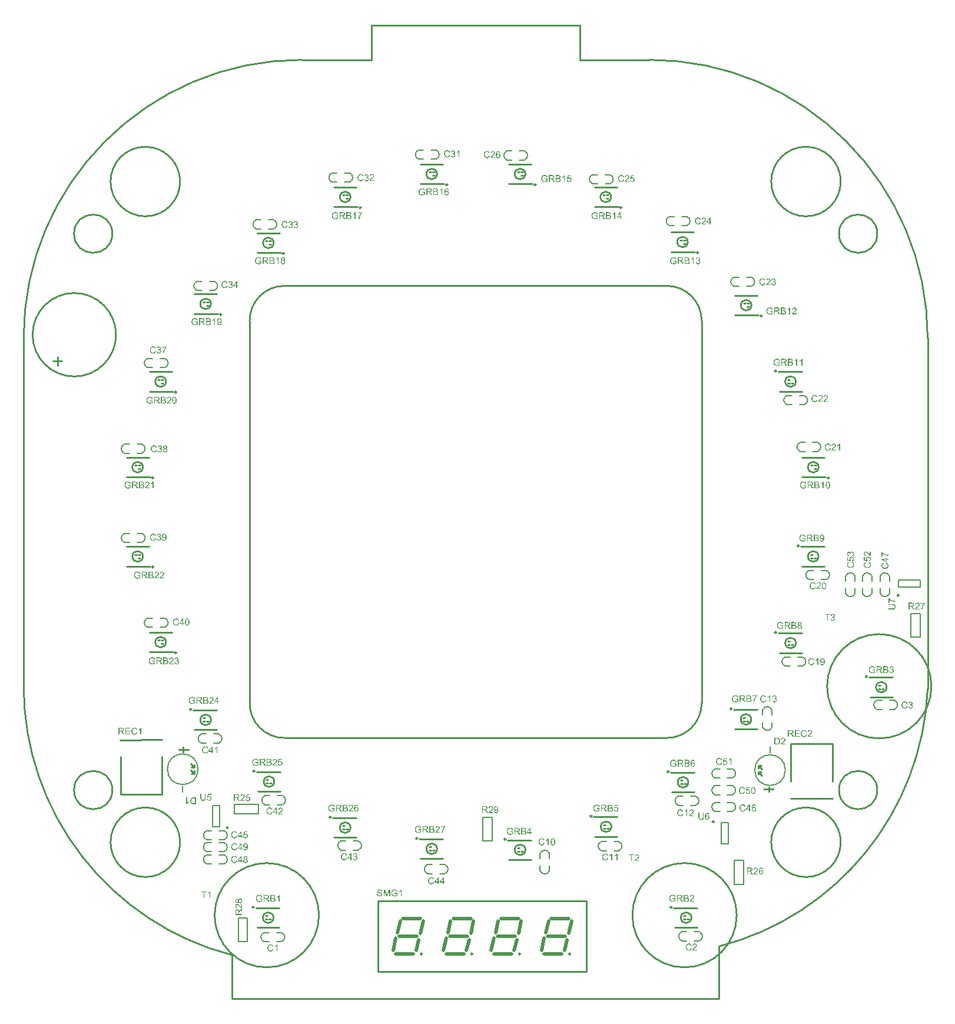
<source format=gto>
G04*
G04 #@! TF.GenerationSoftware,Altium Limited,Altium Designer,18.1.8 (232)*
G04*
G04 Layer_Color=65535*
%FSLAX25Y25*%
%MOIN*%
G70*
G01*
G75*
%ADD10C,0.01000*%
%ADD11C,0.00787*%
%ADD12C,0.00984*%
%ADD13C,0.00800*%
%ADD14C,0.02000*%
G36*
X-27663Y120277D02*
Y116733D01*
X-28450D01*
Y120277D01*
X-27663D01*
D01*
D02*
G37*
G36*
X-27269Y141261D02*
X-24303D01*
Y140474D01*
X-27269D01*
Y139174D01*
X-28056D01*
Y140474D01*
X-30602D01*
Y141261D01*
X-28056D01*
Y142718D01*
X-27269D01*
Y141261D01*
D02*
G37*
G36*
X304444Y118870D02*
X306990D01*
Y118083D01*
X304444D01*
Y116627D01*
X303656D01*
Y118083D01*
X300690D01*
Y118870D01*
X303656D01*
Y120170D01*
X304444D01*
Y118870D01*
D02*
G37*
G36*
X304050Y139068D02*
Y142611D01*
X304837D01*
Y139068D01*
X304050D01*
D01*
D02*
G37*
G36*
X323873Y152127D02*
X323923Y152123D01*
X323981Y152115D01*
X324044Y152106D01*
X324114Y152094D01*
X324189Y152077D01*
X324268Y152061D01*
X324347Y152036D01*
X324430Y152007D01*
X324514Y151973D01*
X324593Y151932D01*
X324672Y151890D01*
X324747Y151836D01*
X324751Y151832D01*
X324763Y151823D01*
X324784Y151807D01*
X324809Y151782D01*
X324842Y151753D01*
X324880Y151715D01*
X324917Y151674D01*
X324963Y151624D01*
X325009Y151570D01*
X325055Y151507D01*
X325100Y151441D01*
X325142Y151366D01*
X325188Y151287D01*
X325225Y151199D01*
X325262Y151108D01*
X325296Y151012D01*
X324797Y150896D01*
Y150900D01*
X324788Y150912D01*
X324784Y150937D01*
X324772Y150967D01*
X324759Y151000D01*
X324738Y151037D01*
X324697Y151129D01*
X324643Y151229D01*
X324572Y151333D01*
X324497Y151428D01*
X324451Y151470D01*
X324406Y151507D01*
X324401Y151512D01*
X324393Y151516D01*
X324381Y151524D01*
X324360Y151537D01*
X324335Y151553D01*
X324306Y151570D01*
X324272Y151586D01*
X324231Y151603D01*
X324185Y151620D01*
X324139Y151636D01*
X324031Y151670D01*
X323906Y151690D01*
X323840Y151699D01*
X323727D01*
X323694Y151695D01*
X323657Y151690D01*
X323611Y151686D01*
X323561Y151682D01*
X323511Y151674D01*
X323391Y151645D01*
X323266Y151607D01*
X323203Y151582D01*
X323141Y151553D01*
X323083Y151520D01*
X323024Y151482D01*
X323020Y151478D01*
X323012Y151474D01*
X322995Y151462D01*
X322974Y151445D01*
X322954Y151424D01*
X322925Y151395D01*
X322896Y151366D01*
X322862Y151333D01*
X322829Y151291D01*
X322792Y151250D01*
X322725Y151154D01*
X322662Y151041D01*
X322608Y150912D01*
Y150908D01*
X322604Y150896D01*
X322596Y150875D01*
X322592Y150850D01*
X322584Y150817D01*
X322571Y150779D01*
X322563Y150734D01*
X322550Y150688D01*
X322538Y150634D01*
X322529Y150575D01*
X322509Y150451D01*
X322496Y150318D01*
X322492Y150176D01*
Y150172D01*
Y150155D01*
Y150130D01*
X322496Y150093D01*
Y150051D01*
X322500Y150001D01*
X322504Y149947D01*
X322509Y149885D01*
X322517Y149818D01*
X322525Y149752D01*
X322550Y149606D01*
X322588Y149461D01*
X322633Y149319D01*
Y149315D01*
X322642Y149303D01*
X322650Y149286D01*
X322658Y149261D01*
X322675Y149228D01*
X322696Y149194D01*
X322742Y149115D01*
X322804Y149024D01*
X322879Y148936D01*
X322970Y148849D01*
X323020Y148812D01*
X323074Y148774D01*
X323078D01*
X323087Y148766D01*
X323103Y148758D01*
X323128Y148745D01*
X323158Y148733D01*
X323191Y148716D01*
X323228Y148704D01*
X323270Y148687D01*
X323366Y148654D01*
X323478Y148625D01*
X323599Y148604D01*
X323661Y148600D01*
X323727Y148595D01*
X323769D01*
X323798Y148600D01*
X323836Y148604D01*
X323877Y148608D01*
X323927Y148616D01*
X323977Y148625D01*
X324094Y148654D01*
X324152Y148674D01*
X324214Y148699D01*
X324277Y148729D01*
X324335Y148762D01*
X324393Y148799D01*
X324451Y148841D01*
X324455Y148845D01*
X324464Y148853D01*
X324480Y148866D01*
X324501Y148887D01*
X324522Y148911D01*
X324551Y148945D01*
X324580Y148982D01*
X324614Y149024D01*
X324647Y149074D01*
X324680Y149128D01*
X324713Y149186D01*
X324747Y149253D01*
X324776Y149323D01*
X324805Y149402D01*
X324834Y149486D01*
X324855Y149573D01*
X325362Y149444D01*
Y149436D01*
X325354Y149415D01*
X325346Y149386D01*
X325329Y149340D01*
X325312Y149290D01*
X325288Y149228D01*
X325262Y149161D01*
X325229Y149090D01*
X325192Y149011D01*
X325150Y148936D01*
X325104Y148853D01*
X325050Y148774D01*
X324992Y148699D01*
X324930Y148625D01*
X324859Y148554D01*
X324784Y148487D01*
X324780Y148483D01*
X324763Y148475D01*
X324743Y148458D01*
X324709Y148437D01*
X324672Y148412D01*
X324622Y148383D01*
X324568Y148354D01*
X324501Y148325D01*
X324430Y148296D01*
X324356Y148267D01*
X324272Y148238D01*
X324181Y148213D01*
X324085Y148192D01*
X323985Y148175D01*
X323881Y148167D01*
X323769Y148163D01*
X323711D01*
X323665Y148167D01*
X323615Y148171D01*
X323553Y148175D01*
X323486Y148184D01*
X323411Y148196D01*
X323332Y148208D01*
X323249Y148225D01*
X323166Y148246D01*
X323083Y148267D01*
X322995Y148296D01*
X322912Y148329D01*
X322833Y148367D01*
X322758Y148412D01*
X322754Y148416D01*
X322742Y148425D01*
X322721Y148437D01*
X322696Y148458D01*
X322662Y148487D01*
X322625Y148516D01*
X322584Y148554D01*
X322538Y148600D01*
X322492Y148650D01*
X322442Y148704D01*
X322396Y148762D01*
X322346Y148828D01*
X322296Y148899D01*
X322251Y148974D01*
X322209Y149057D01*
X322167Y149144D01*
X322163Y149149D01*
X322159Y149165D01*
X322151Y149194D01*
X322138Y149228D01*
X322122Y149274D01*
X322105Y149323D01*
X322088Y149386D01*
X322068Y149452D01*
X322051Y149527D01*
X322030Y149606D01*
X322014Y149689D01*
X322001Y149781D01*
X321976Y149972D01*
X321972Y150072D01*
X321968Y150172D01*
Y150180D01*
Y150197D01*
Y150230D01*
X321972Y150272D01*
X321976Y150326D01*
X321980Y150388D01*
X321989Y150455D01*
X321997Y150530D01*
X322009Y150609D01*
X322022Y150692D01*
X322063Y150871D01*
X322093Y150958D01*
X322122Y151046D01*
X322155Y151137D01*
X322197Y151220D01*
X322201Y151225D01*
X322209Y151241D01*
X322222Y151262D01*
X322238Y151295D01*
X322263Y151333D01*
X322292Y151374D01*
X322326Y151420D01*
X322363Y151474D01*
X322409Y151524D01*
X322455Y151582D01*
X322509Y151636D01*
X322567Y151695D01*
X322629Y151749D01*
X322696Y151803D01*
X322771Y151853D01*
X322846Y151898D01*
X322850Y151903D01*
X322866Y151907D01*
X322887Y151919D01*
X322920Y151936D01*
X322958Y151953D01*
X323008Y151973D01*
X323062Y151994D01*
X323120Y152015D01*
X323187Y152036D01*
X323262Y152057D01*
X323336Y152077D01*
X323420Y152094D01*
X323590Y152123D01*
X323682Y152127D01*
X323777Y152131D01*
X323832D01*
X323873Y152127D01*
D02*
G37*
G36*
X327160Y152073D02*
X327205Y152069D01*
X327259Y152061D01*
X327322Y152052D01*
X327384Y152040D01*
X327455Y152023D01*
X327526Y152002D01*
X327600Y151977D01*
X327671Y151948D01*
X327746Y151911D01*
X327817Y151869D01*
X327883Y151823D01*
X327946Y151769D01*
X327950Y151765D01*
X327958Y151757D01*
X327975Y151736D01*
X327996Y151715D01*
X328021Y151686D01*
X328050Y151649D01*
X328079Y151607D01*
X328108Y151557D01*
X328137Y151507D01*
X328166Y151449D01*
X328195Y151387D01*
X328220Y151320D01*
X328241Y151245D01*
X328258Y151170D01*
X328266Y151091D01*
X328270Y151008D01*
Y151004D01*
Y151000D01*
Y150987D01*
Y150971D01*
X328266Y150925D01*
X328258Y150867D01*
X328245Y150796D01*
X328229Y150721D01*
X328208Y150638D01*
X328174Y150555D01*
Y150551D01*
X328170Y150546D01*
X328166Y150534D01*
X328158Y150517D01*
X328133Y150471D01*
X328100Y150413D01*
X328054Y150343D01*
X328000Y150264D01*
X327937Y150180D01*
X327858Y150089D01*
X327854Y150085D01*
X327850Y150076D01*
X327833Y150064D01*
X327817Y150043D01*
X327792Y150018D01*
X327763Y149989D01*
X327729Y149952D01*
X327688Y149914D01*
X327638Y149868D01*
X327584Y149818D01*
X327526Y149760D01*
X327459Y149702D01*
X327388Y149635D01*
X327309Y149569D01*
X327222Y149494D01*
X327130Y149415D01*
X327126Y149411D01*
X327114Y149398D01*
X327089Y149382D01*
X327064Y149357D01*
X327026Y149328D01*
X326989Y149294D01*
X326902Y149219D01*
X326810Y149140D01*
X326723Y149057D01*
X326681Y149020D01*
X326644Y148986D01*
X326610Y148953D01*
X326585Y148928D01*
X326581Y148924D01*
X326565Y148907D01*
X326544Y148882D01*
X326515Y148849D01*
X326481Y148812D01*
X326448Y148770D01*
X326382Y148679D01*
X328274D01*
Y148225D01*
X325733D01*
Y148233D01*
Y148254D01*
Y148287D01*
X325737Y148329D01*
X325741Y148379D01*
X325753Y148433D01*
X325766Y148491D01*
X325787Y148550D01*
Y148554D01*
X325791Y148562D01*
X325795Y148575D01*
X325803Y148595D01*
X325816Y148616D01*
X325828Y148645D01*
X325862Y148712D01*
X325903Y148791D01*
X325957Y148878D01*
X326020Y148970D01*
X326095Y149061D01*
X326099Y149065D01*
X326103Y149074D01*
X326115Y149086D01*
X326136Y149107D01*
X326157Y149128D01*
X326186Y149157D01*
X326215Y149190D01*
X326253Y149228D01*
X326294Y149269D01*
X326340Y149311D01*
X326390Y149361D01*
X326448Y149411D01*
X326506Y149465D01*
X326573Y149519D01*
X326640Y149577D01*
X326714Y149639D01*
X326723Y149644D01*
X326744Y149664D01*
X326773Y149689D01*
X326814Y149727D01*
X326864Y149768D01*
X326922Y149818D01*
X326989Y149873D01*
X327056Y149935D01*
X327197Y150064D01*
X327334Y150201D01*
X327401Y150268D01*
X327463Y150334D01*
X327517Y150397D01*
X327563Y150455D01*
X327567Y150459D01*
X327571Y150467D01*
X327584Y150484D01*
X327596Y150505D01*
X327617Y150534D01*
X327634Y150563D01*
X327675Y150638D01*
X327717Y150725D01*
X327754Y150821D01*
X327779Y150921D01*
X327783Y150971D01*
X327788Y151021D01*
Y151025D01*
Y151033D01*
Y151050D01*
X327783Y151066D01*
Y151091D01*
X327775Y151120D01*
X327763Y151183D01*
X327738Y151258D01*
X327700Y151337D01*
X327679Y151378D01*
X327650Y151416D01*
X327621Y151453D01*
X327584Y151491D01*
X327580Y151495D01*
X327575Y151499D01*
X327563Y151507D01*
X327546Y151520D01*
X327526Y151537D01*
X327501Y151553D01*
X327442Y151591D01*
X327363Y151624D01*
X327276Y151657D01*
X327172Y151678D01*
X327114Y151686D01*
X327022D01*
X326997Y151682D01*
X326968D01*
X326935Y151674D01*
X326860Y151661D01*
X326773Y151636D01*
X326681Y151599D01*
X326635Y151574D01*
X326590Y151549D01*
X326548Y151516D01*
X326506Y151478D01*
X326502Y151474D01*
X326498Y151470D01*
X326490Y151457D01*
X326473Y151441D01*
X326461Y151420D01*
X326444Y151395D01*
X326423Y151366D01*
X326407Y151333D01*
X326386Y151295D01*
X326369Y151254D01*
X326336Y151154D01*
X326311Y151046D01*
X326307Y150983D01*
X326303Y150917D01*
X325820Y150967D01*
Y150975D01*
X325824Y150991D01*
X325828Y151016D01*
X325832Y151054D01*
X325841Y151100D01*
X325853Y151154D01*
X325866Y151212D01*
X325887Y151274D01*
X325907Y151337D01*
X325932Y151408D01*
X325966Y151474D01*
X325999Y151541D01*
X326040Y151611D01*
X326086Y151674D01*
X326136Y151736D01*
X326194Y151790D01*
X326199Y151794D01*
X326211Y151803D01*
X326228Y151815D01*
X326253Y151836D01*
X326286Y151857D01*
X326327Y151882D01*
X326373Y151907D01*
X326427Y151936D01*
X326486Y151961D01*
X326552Y151986D01*
X326623Y152011D01*
X326702Y152032D01*
X326785Y152052D01*
X326872Y152065D01*
X326968Y152073D01*
X327068Y152077D01*
X327122D01*
X327160Y152073D01*
D02*
G37*
G36*
X321327Y151611D02*
X319056D01*
Y150438D01*
X321182D01*
Y149985D01*
X319056D01*
Y148679D01*
X321414D01*
Y148225D01*
X318548D01*
Y152065D01*
X321327D01*
Y151611D01*
D02*
G37*
G36*
X316502Y152061D02*
X316547D01*
X316601Y152057D01*
X316664Y152052D01*
X316789Y152040D01*
X316918Y152019D01*
X317042Y151994D01*
X317096Y151977D01*
X317150Y151961D01*
X317155D01*
X317163Y151957D01*
X317176Y151948D01*
X317196Y151940D01*
X317246Y151915D01*
X317304Y151878D01*
X317375Y151828D01*
X317446Y151761D01*
X317517Y151686D01*
X317579Y151595D01*
Y151591D01*
X317587Y151582D01*
X317596Y151570D01*
X317604Y151549D01*
X317616Y151524D01*
X317629Y151495D01*
X317646Y151462D01*
X317662Y151424D01*
X317691Y151337D01*
X317716Y151241D01*
X317733Y151133D01*
X317741Y151016D01*
Y151012D01*
Y151000D01*
Y150975D01*
X317737Y150950D01*
X317733Y150912D01*
X317729Y150871D01*
X317720Y150825D01*
X317708Y150775D01*
X317675Y150667D01*
X317654Y150609D01*
X317629Y150551D01*
X317600Y150492D01*
X317562Y150434D01*
X317521Y150380D01*
X317475Y150326D01*
X317471Y150322D01*
X317462Y150313D01*
X317446Y150301D01*
X317425Y150280D01*
X317396Y150259D01*
X317363Y150234D01*
X317321Y150205D01*
X317271Y150176D01*
X317217Y150147D01*
X317159Y150118D01*
X317092Y150089D01*
X317017Y150060D01*
X316938Y150035D01*
X316851Y150010D01*
X316755Y149989D01*
X316655Y149972D01*
X316660D01*
X316664Y149968D01*
X316689Y149956D01*
X316726Y149935D01*
X316772Y149910D01*
X316822Y149881D01*
X316872Y149852D01*
X316922Y149814D01*
X316963Y149781D01*
X316968Y149777D01*
X316972Y149773D01*
X316984Y149760D01*
X317001Y149743D01*
X317022Y149723D01*
X317046Y149698D01*
X317101Y149639D01*
X317163Y149565D01*
X317234Y149477D01*
X317309Y149377D01*
X317384Y149269D01*
X318049Y148225D01*
X317413D01*
X316905Y149024D01*
X316901Y149028D01*
X316897Y149040D01*
X316884Y149057D01*
X316868Y149082D01*
X316851Y149111D01*
X316826Y149144D01*
X316776Y149219D01*
X316718Y149307D01*
X316660Y149394D01*
X316597Y149477D01*
X316539Y149552D01*
Y149556D01*
X316531Y149560D01*
X316514Y149581D01*
X316489Y149615D01*
X316452Y149652D01*
X316414Y149694D01*
X316368Y149735D01*
X316323Y149777D01*
X316281Y149806D01*
X316277Y149810D01*
X316260Y149818D01*
X316240Y149831D01*
X316210Y149847D01*
X316173Y149864D01*
X316136Y149881D01*
X316094Y149898D01*
X316048Y149910D01*
X316044D01*
X316032Y149914D01*
X316011Y149918D01*
X315982Y149922D01*
X315940D01*
X315890Y149927D01*
X315832Y149931D01*
X315179D01*
Y148225D01*
X314671D01*
Y152065D01*
X316456D01*
X316502Y152061D01*
D02*
G37*
G36*
X-55239Y153467D02*
X-55190Y153463D01*
X-55131Y153454D01*
X-55069Y153446D01*
X-54998Y153434D01*
X-54923Y153417D01*
X-54844Y153400D01*
X-54765Y153375D01*
X-54682Y153346D01*
X-54599Y153313D01*
X-54520Y153271D01*
X-54441Y153230D01*
X-54366Y153176D01*
X-54362Y153172D01*
X-54349Y153163D01*
X-54328Y153147D01*
X-54303Y153122D01*
X-54270Y153092D01*
X-54233Y153055D01*
X-54195Y153013D01*
X-54150Y152963D01*
X-54104Y152909D01*
X-54058Y152847D01*
X-54012Y152780D01*
X-53971Y152706D01*
X-53925Y152627D01*
X-53887Y152539D01*
X-53850Y152448D01*
X-53817Y152352D01*
X-54316Y152235D01*
Y152240D01*
X-54324Y152252D01*
X-54328Y152277D01*
X-54341Y152306D01*
X-54353Y152339D01*
X-54374Y152377D01*
X-54416Y152468D01*
X-54470Y152568D01*
X-54540Y152672D01*
X-54615Y152768D01*
X-54661Y152810D01*
X-54707Y152847D01*
X-54711Y152851D01*
X-54719Y152855D01*
X-54732Y152864D01*
X-54753Y152876D01*
X-54778Y152893D01*
X-54807Y152909D01*
X-54840Y152926D01*
X-54882Y152943D01*
X-54927Y152959D01*
X-54973Y152976D01*
X-55081Y153009D01*
X-55206Y153030D01*
X-55273Y153038D01*
X-55385D01*
X-55418Y153034D01*
X-55456Y153030D01*
X-55502Y153026D01*
X-55551Y153022D01*
X-55601Y153013D01*
X-55722Y152984D01*
X-55847Y152947D01*
X-55909Y152922D01*
X-55972Y152893D01*
X-56030Y152859D01*
X-56088Y152822D01*
X-56092Y152818D01*
X-56100Y152814D01*
X-56117Y152801D01*
X-56138Y152785D01*
X-56159Y152764D01*
X-56188Y152735D01*
X-56217Y152706D01*
X-56250Y152672D01*
X-56284Y152631D01*
X-56321Y152589D01*
X-56388Y152493D01*
X-56450Y152381D01*
X-56504Y152252D01*
Y152248D01*
X-56508Y152235D01*
X-56516Y152215D01*
X-56521Y152190D01*
X-56529Y152156D01*
X-56542Y152119D01*
X-56550Y152073D01*
X-56562Y152027D01*
X-56575Y151973D01*
X-56583Y151915D01*
X-56604Y151790D01*
X-56616Y151657D01*
X-56621Y151516D01*
Y151512D01*
Y151495D01*
Y151470D01*
X-56616Y151433D01*
Y151391D01*
X-56612Y151341D01*
X-56608Y151287D01*
X-56604Y151225D01*
X-56596Y151158D01*
X-56587Y151092D01*
X-56562Y150946D01*
X-56525Y150800D01*
X-56479Y150659D01*
Y150655D01*
X-56471Y150642D01*
X-56463Y150626D01*
X-56454Y150601D01*
X-56437Y150567D01*
X-56417Y150534D01*
X-56371Y150455D01*
X-56309Y150364D01*
X-56234Y150276D01*
X-56142Y150189D01*
X-56092Y150151D01*
X-56038Y150114D01*
X-56034D01*
X-56026Y150106D01*
X-56009Y150097D01*
X-55984Y150085D01*
X-55955Y150072D01*
X-55922Y150056D01*
X-55884Y150043D01*
X-55843Y150027D01*
X-55747Y149993D01*
X-55635Y149964D01*
X-55514Y149943D01*
X-55452Y149939D01*
X-55385Y149935D01*
X-55343D01*
X-55314Y149939D01*
X-55277Y149943D01*
X-55235Y149948D01*
X-55185Y149956D01*
X-55135Y149964D01*
X-55019Y149993D01*
X-54961Y150014D01*
X-54898Y150039D01*
X-54836Y150068D01*
X-54778Y150101D01*
X-54719Y150139D01*
X-54661Y150180D01*
X-54657Y150185D01*
X-54649Y150193D01*
X-54632Y150205D01*
X-54611Y150226D01*
X-54590Y150251D01*
X-54561Y150284D01*
X-54532Y150322D01*
X-54499Y150364D01*
X-54466Y150413D01*
X-54432Y150468D01*
X-54399Y150526D01*
X-54366Y150592D01*
X-54337Y150663D01*
X-54308Y150742D01*
X-54278Y150825D01*
X-54258Y150913D01*
X-53750Y150784D01*
Y150775D01*
X-53759Y150754D01*
X-53767Y150725D01*
X-53783Y150680D01*
X-53800Y150630D01*
X-53825Y150567D01*
X-53850Y150501D01*
X-53883Y150430D01*
X-53921Y150351D01*
X-53962Y150276D01*
X-54008Y150193D01*
X-54062Y150114D01*
X-54120Y150039D01*
X-54183Y149964D01*
X-54254Y149893D01*
X-54328Y149827D01*
X-54333Y149823D01*
X-54349Y149814D01*
X-54370Y149798D01*
X-54403Y149777D01*
X-54441Y149752D01*
X-54491Y149723D01*
X-54545Y149694D01*
X-54611Y149665D01*
X-54682Y149636D01*
X-54757Y149606D01*
X-54840Y149577D01*
X-54932Y149552D01*
X-55027Y149531D01*
X-55127Y149515D01*
X-55231Y149506D01*
X-55343Y149502D01*
X-55402D01*
X-55447Y149506D01*
X-55497Y149511D01*
X-55560Y149515D01*
X-55626Y149523D01*
X-55701Y149536D01*
X-55780Y149548D01*
X-55863Y149565D01*
X-55947Y149586D01*
X-56030Y149606D01*
X-56117Y149636D01*
X-56200Y149669D01*
X-56279Y149706D01*
X-56354Y149752D01*
X-56358Y149756D01*
X-56371Y149764D01*
X-56392Y149777D01*
X-56417Y149798D01*
X-56450Y149827D01*
X-56487Y149856D01*
X-56529Y149893D01*
X-56575Y149939D01*
X-56621Y149989D01*
X-56670Y150043D01*
X-56716Y150101D01*
X-56766Y150168D01*
X-56816Y150239D01*
X-56862Y150314D01*
X-56903Y150397D01*
X-56945Y150484D01*
X-56949Y150488D01*
X-56953Y150505D01*
X-56962Y150534D01*
X-56974Y150567D01*
X-56991Y150613D01*
X-57007Y150663D01*
X-57024Y150725D01*
X-57045Y150792D01*
X-57061Y150867D01*
X-57082Y150946D01*
X-57099Y151029D01*
X-57111Y151121D01*
X-57136Y151312D01*
X-57140Y151412D01*
X-57145Y151512D01*
Y151520D01*
Y151537D01*
Y151570D01*
X-57140Y151611D01*
X-57136Y151666D01*
X-57132Y151728D01*
X-57124Y151795D01*
X-57116Y151869D01*
X-57103Y151948D01*
X-57091Y152032D01*
X-57049Y152210D01*
X-57020Y152298D01*
X-56991Y152385D01*
X-56958Y152477D01*
X-56916Y152560D01*
X-56912Y152564D01*
X-56903Y152581D01*
X-56891Y152602D01*
X-56874Y152635D01*
X-56849Y152672D01*
X-56820Y152714D01*
X-56787Y152760D01*
X-56749Y152814D01*
X-56704Y152864D01*
X-56658Y152922D01*
X-56604Y152976D01*
X-56546Y153034D01*
X-56483Y153088D01*
X-56417Y153142D01*
X-56342Y153192D01*
X-56267Y153238D01*
X-56263Y153242D01*
X-56246Y153246D01*
X-56225Y153259D01*
X-56192Y153276D01*
X-56155Y153292D01*
X-56105Y153313D01*
X-56051Y153334D01*
X-55992Y153355D01*
X-55926Y153375D01*
X-55851Y153396D01*
X-55776Y153417D01*
X-55693Y153434D01*
X-55522Y153463D01*
X-55431Y153467D01*
X-55335Y153471D01*
X-55281D01*
X-55239Y153467D01*
D02*
G37*
G36*
X-51541Y149565D02*
X-52011D01*
Y152564D01*
X-52020Y152556D01*
X-52040Y152535D01*
X-52078Y152506D01*
X-52132Y152464D01*
X-52194Y152414D01*
X-52273Y152360D01*
X-52361Y152302D01*
X-52460Y152240D01*
X-52465D01*
X-52473Y152231D01*
X-52486Y152223D01*
X-52506Y152215D01*
X-52531Y152198D01*
X-52560Y152186D01*
X-52627Y152148D01*
X-52702Y152111D01*
X-52785Y152069D01*
X-52872Y152032D01*
X-52956Y151998D01*
Y152452D01*
X-52951Y152456D01*
X-52939Y152460D01*
X-52918Y152473D01*
X-52889Y152485D01*
X-52856Y152502D01*
X-52814Y152527D01*
X-52768Y152552D01*
X-52723Y152577D01*
X-52614Y152643D01*
X-52498Y152722D01*
X-52377Y152805D01*
X-52265Y152901D01*
X-52261Y152905D01*
X-52253Y152914D01*
X-52236Y152926D01*
X-52215Y152947D01*
X-52194Y152972D01*
X-52165Y152997D01*
X-52103Y153068D01*
X-52032Y153142D01*
X-51961Y153230D01*
X-51899Y153321D01*
X-51845Y153417D01*
X-51541D01*
Y149565D01*
D02*
G37*
G36*
X-57785Y152951D02*
X-60057D01*
Y151778D01*
X-57931D01*
Y151324D01*
X-60057D01*
Y150018D01*
X-57698D01*
Y149565D01*
X-60564D01*
Y153404D01*
X-57785D01*
Y152951D01*
D02*
G37*
G36*
X-62611Y153400D02*
X-62565D01*
X-62511Y153396D01*
X-62449Y153392D01*
X-62324Y153379D01*
X-62195Y153359D01*
X-62070Y153334D01*
X-62016Y153317D01*
X-61962Y153300D01*
X-61958D01*
X-61949Y153296D01*
X-61937Y153288D01*
X-61916Y153280D01*
X-61866Y153255D01*
X-61808Y153217D01*
X-61737Y153167D01*
X-61667Y153101D01*
X-61596Y153026D01*
X-61533Y152934D01*
Y152930D01*
X-61525Y152922D01*
X-61517Y152909D01*
X-61509Y152889D01*
X-61496Y152864D01*
X-61484Y152834D01*
X-61467Y152801D01*
X-61450Y152764D01*
X-61421Y152676D01*
X-61396Y152581D01*
X-61380Y152473D01*
X-61371Y152356D01*
Y152352D01*
Y152339D01*
Y152314D01*
X-61375Y152290D01*
X-61380Y152252D01*
X-61384Y152210D01*
X-61392Y152165D01*
X-61405Y152115D01*
X-61438Y152007D01*
X-61459Y151948D01*
X-61484Y151890D01*
X-61513Y151832D01*
X-61550Y151774D01*
X-61592Y151720D01*
X-61638Y151666D01*
X-61642Y151661D01*
X-61650Y151653D01*
X-61667Y151641D01*
X-61687Y151620D01*
X-61717Y151599D01*
X-61750Y151574D01*
X-61791Y151545D01*
X-61841Y151516D01*
X-61895Y151487D01*
X-61954Y151458D01*
X-62020Y151428D01*
X-62095Y151399D01*
X-62174Y151374D01*
X-62261Y151349D01*
X-62357Y151329D01*
X-62457Y151312D01*
X-62453D01*
X-62449Y151308D01*
X-62424Y151295D01*
X-62386Y151275D01*
X-62340Y151250D01*
X-62291Y151220D01*
X-62241Y151191D01*
X-62191Y151154D01*
X-62149Y151121D01*
X-62145Y151116D01*
X-62141Y151112D01*
X-62128Y151100D01*
X-62112Y151083D01*
X-62091Y151062D01*
X-62066Y151037D01*
X-62012Y150979D01*
X-61949Y150904D01*
X-61879Y150817D01*
X-61804Y150717D01*
X-61729Y150609D01*
X-61063Y149565D01*
X-61700D01*
X-62207Y150364D01*
X-62212Y150368D01*
X-62216Y150380D01*
X-62228Y150397D01*
X-62245Y150422D01*
X-62261Y150451D01*
X-62287Y150484D01*
X-62336Y150559D01*
X-62395Y150646D01*
X-62453Y150734D01*
X-62515Y150817D01*
X-62573Y150892D01*
Y150896D01*
X-62582Y150900D01*
X-62599Y150921D01*
X-62623Y150954D01*
X-62661Y150992D01*
X-62698Y151033D01*
X-62744Y151075D01*
X-62790Y151116D01*
X-62831Y151146D01*
X-62836Y151150D01*
X-62852Y151158D01*
X-62873Y151171D01*
X-62902Y151187D01*
X-62940Y151204D01*
X-62977Y151220D01*
X-63019Y151237D01*
X-63064Y151250D01*
X-63068D01*
X-63081Y151254D01*
X-63102Y151258D01*
X-63131Y151262D01*
X-63173D01*
X-63222Y151266D01*
X-63281Y151270D01*
X-63934D01*
Y149565D01*
X-64441D01*
Y153404D01*
X-62657D01*
X-62611Y153400D01*
D02*
G37*
G36*
X149412Y109013D02*
X149445D01*
X149483Y109004D01*
X149529Y109000D01*
X149574Y108992D01*
X149682Y108967D01*
X149795Y108930D01*
X149853Y108909D01*
X149916Y108880D01*
X149974Y108851D01*
X150032Y108813D01*
X150036Y108809D01*
X150045Y108805D01*
X150061Y108792D01*
X150082Y108776D01*
X150111Y108755D01*
X150140Y108730D01*
X150173Y108701D01*
X150207Y108668D01*
X150244Y108630D01*
X150286Y108584D01*
X150323Y108538D01*
X150365Y108489D01*
X150402Y108430D01*
X150440Y108372D01*
X150473Y108306D01*
X150506Y108239D01*
Y108235D01*
X150514Y108222D01*
X150523Y108202D01*
X150531Y108168D01*
X150544Y108131D01*
X150556Y108085D01*
X150573Y108031D01*
X150589Y107964D01*
X150602Y107894D01*
X150619Y107815D01*
X150631Y107723D01*
X150644Y107627D01*
X150652Y107524D01*
X150660Y107411D01*
X150669Y107290D01*
Y107162D01*
Y107153D01*
Y107128D01*
Y107091D01*
X150664Y107041D01*
Y106978D01*
X150660Y106904D01*
X150656Y106825D01*
X150648Y106737D01*
X150639Y106646D01*
X150631Y106550D01*
X150602Y106354D01*
X150560Y106163D01*
X150535Y106076D01*
X150506Y105988D01*
Y105984D01*
X150498Y105968D01*
X150490Y105947D01*
X150477Y105918D01*
X150461Y105880D01*
X150440Y105839D01*
X150415Y105793D01*
X150390Y105743D01*
X150323Y105639D01*
X150240Y105527D01*
X150144Y105423D01*
X150090Y105373D01*
X150032Y105327D01*
X150028Y105323D01*
X150020Y105319D01*
X149999Y105306D01*
X149978Y105294D01*
X149945Y105277D01*
X149911Y105256D01*
X149870Y105236D01*
X149820Y105215D01*
X149770Y105194D01*
X149712Y105173D01*
X149653Y105156D01*
X149587Y105136D01*
X149445Y105111D01*
X149371Y105106D01*
X149292Y105102D01*
X149250D01*
X149217Y105106D01*
X149179Y105111D01*
X149133Y105115D01*
X149083Y105123D01*
X149029Y105136D01*
X148913Y105165D01*
X148855Y105186D01*
X148792Y105206D01*
X148730Y105236D01*
X148668Y105269D01*
X148609Y105306D01*
X148555Y105352D01*
X148551Y105356D01*
X148543Y105364D01*
X148530Y105377D01*
X148509Y105398D01*
X148489Y105423D01*
X148464Y105456D01*
X148434Y105493D01*
X148405Y105535D01*
X148376Y105581D01*
X148347Y105635D01*
X148322Y105693D01*
X148293Y105755D01*
X148268Y105822D01*
X148247Y105893D01*
X148231Y105972D01*
X148218Y106055D01*
X148672Y106092D01*
Y106088D01*
X148676Y106080D01*
Y106063D01*
X148684Y106038D01*
X148688Y106013D01*
X148697Y105984D01*
X148717Y105914D01*
X148747Y105839D01*
X148784Y105764D01*
X148834Y105693D01*
X148859Y105660D01*
X148888Y105631D01*
X148896Y105626D01*
X148917Y105610D01*
X148954Y105585D01*
X149000Y105560D01*
X149063Y105535D01*
X149133Y105510D01*
X149213Y105493D01*
X149304Y105489D01*
X149341D01*
X149383Y105493D01*
X149433Y105502D01*
X149491Y105514D01*
X149554Y105531D01*
X149620Y105552D01*
X149682Y105585D01*
X149691Y105589D01*
X149712Y105602D01*
X149741Y105626D01*
X149778Y105656D01*
X149820Y105693D01*
X149866Y105739D01*
X149911Y105793D01*
X149953Y105851D01*
X149957Y105859D01*
X149970Y105880D01*
X149990Y105918D01*
X150015Y105972D01*
X150040Y106034D01*
X150069Y106109D01*
X150099Y106201D01*
X150128Y106300D01*
Y106305D01*
X150132Y106313D01*
X150136Y106330D01*
X150140Y106350D01*
X150144Y106375D01*
X150148Y106404D01*
X150157Y106442D01*
X150165Y106479D01*
X150178Y106567D01*
X150186Y106662D01*
X150194Y106766D01*
X150198Y106875D01*
Y106883D01*
Y106899D01*
Y106929D01*
Y106966D01*
X150190Y106962D01*
X150186Y106949D01*
X150173Y106933D01*
X150140Y106891D01*
X150099Y106841D01*
X150040Y106783D01*
X149974Y106721D01*
X149899Y106662D01*
X149811Y106604D01*
X149807D01*
X149799Y106600D01*
X149786Y106592D01*
X149770Y106583D01*
X149745Y106571D01*
X149720Y106562D01*
X149653Y106538D01*
X149574Y106508D01*
X149483Y106488D01*
X149383Y106471D01*
X149279Y106467D01*
X149258D01*
X149233Y106471D01*
X149200D01*
X149158Y106479D01*
X149113Y106483D01*
X149058Y106496D01*
X149000Y106508D01*
X148938Y106529D01*
X148875Y106550D01*
X148809Y106579D01*
X148742Y106612D01*
X148672Y106650D01*
X148605Y106696D01*
X148538Y106750D01*
X148476Y106808D01*
X148472Y106812D01*
X148464Y106825D01*
X148447Y106845D01*
X148426Y106870D01*
X148401Y106904D01*
X148372Y106945D01*
X148343Y106995D01*
X148314Y107053D01*
X148281Y107112D01*
X148251Y107182D01*
X148222Y107257D01*
X148197Y107336D01*
X148177Y107424D01*
X148160Y107519D01*
X148152Y107615D01*
X148147Y107719D01*
Y107727D01*
Y107744D01*
X148152Y107777D01*
Y107815D01*
X148160Y107865D01*
X148164Y107923D01*
X148177Y107985D01*
X148189Y108056D01*
X148210Y108127D01*
X148231Y108206D01*
X148260Y108285D01*
X148293Y108360D01*
X148330Y108439D01*
X148376Y108518D01*
X148430Y108588D01*
X148489Y108659D01*
X148493Y108663D01*
X148505Y108676D01*
X148526Y108692D01*
X148551Y108713D01*
X148584Y108742D01*
X148626Y108772D01*
X148672Y108805D01*
X148726Y108838D01*
X148784Y108871D01*
X148851Y108905D01*
X148921Y108934D01*
X148996Y108963D01*
X149079Y108984D01*
X149167Y109000D01*
X149254Y109013D01*
X149350Y109017D01*
X149387D01*
X149412Y109013D01*
D02*
G37*
G36*
X146525D02*
X146571Y109009D01*
X146625Y109000D01*
X146687Y108992D01*
X146750Y108979D01*
X146820Y108963D01*
X146891Y108942D01*
X146966Y108917D01*
X147037Y108888D01*
X147112Y108851D01*
X147182Y108809D01*
X147249Y108763D01*
X147311Y108709D01*
X147316Y108705D01*
X147324Y108697D01*
X147341Y108676D01*
X147361Y108655D01*
X147386Y108626D01*
X147415Y108588D01*
X147444Y108547D01*
X147474Y108497D01*
X147503Y108447D01*
X147532Y108389D01*
X147561Y108326D01*
X147586Y108260D01*
X147607Y108185D01*
X147623Y108110D01*
X147632Y108031D01*
X147636Y107948D01*
Y107944D01*
Y107940D01*
Y107927D01*
Y107910D01*
X147632Y107865D01*
X147623Y107806D01*
X147611Y107736D01*
X147594Y107661D01*
X147573Y107578D01*
X147540Y107494D01*
Y107490D01*
X147536Y107486D01*
X147532Y107474D01*
X147523Y107457D01*
X147499Y107411D01*
X147465Y107353D01*
X147420Y107282D01*
X147365Y107203D01*
X147303Y107120D01*
X147224Y107028D01*
X147220Y107024D01*
X147216Y107016D01*
X147199Y107003D01*
X147182Y106983D01*
X147157Y106958D01*
X147128Y106929D01*
X147095Y106891D01*
X147053Y106854D01*
X147003Y106808D01*
X146949Y106758D01*
X146891Y106700D01*
X146825Y106642D01*
X146754Y106575D01*
X146675Y106508D01*
X146588Y106434D01*
X146496Y106354D01*
X146492Y106350D01*
X146479Y106338D01*
X146454Y106321D01*
X146429Y106296D01*
X146392Y106267D01*
X146354Y106234D01*
X146267Y106159D01*
X146176Y106080D01*
X146088Y105997D01*
X146047Y105959D01*
X146009Y105926D01*
X145976Y105893D01*
X145951Y105868D01*
X145947Y105864D01*
X145930Y105847D01*
X145909Y105822D01*
X145880Y105789D01*
X145847Y105751D01*
X145814Y105710D01*
X145747Y105618D01*
X147640D01*
Y105165D01*
X145098D01*
Y105173D01*
Y105194D01*
Y105227D01*
X145102Y105269D01*
X145106Y105319D01*
X145119Y105373D01*
X145132Y105431D01*
X145152Y105489D01*
Y105493D01*
X145157Y105502D01*
X145161Y105514D01*
X145169Y105535D01*
X145181Y105556D01*
X145194Y105585D01*
X145227Y105651D01*
X145269Y105730D01*
X145323Y105818D01*
X145385Y105909D01*
X145460Y106001D01*
X145464Y106005D01*
X145468Y106013D01*
X145481Y106026D01*
X145502Y106047D01*
X145522Y106068D01*
X145552Y106097D01*
X145581Y106130D01*
X145618Y106167D01*
X145660Y106209D01*
X145706Y106251D01*
X145756Y106300D01*
X145814Y106350D01*
X145872Y106404D01*
X145939Y106458D01*
X146005Y106517D01*
X146080Y106579D01*
X146088Y106583D01*
X146109Y106604D01*
X146138Y106629D01*
X146180Y106667D01*
X146230Y106708D01*
X146288Y106758D01*
X146354Y106812D01*
X146421Y106875D01*
X146563Y107003D01*
X146700Y107141D01*
X146766Y107207D01*
X146829Y107274D01*
X146883Y107336D01*
X146929Y107395D01*
X146933Y107399D01*
X146937Y107407D01*
X146949Y107424D01*
X146962Y107444D01*
X146983Y107474D01*
X146999Y107503D01*
X147041Y107578D01*
X147082Y107665D01*
X147120Y107761D01*
X147145Y107860D01*
X147149Y107910D01*
X147153Y107960D01*
Y107964D01*
Y107973D01*
Y107989D01*
X147149Y108006D01*
Y108031D01*
X147141Y108060D01*
X147128Y108123D01*
X147103Y108197D01*
X147066Y108276D01*
X147045Y108318D01*
X147016Y108355D01*
X146987Y108393D01*
X146949Y108430D01*
X146945Y108434D01*
X146941Y108439D01*
X146929Y108447D01*
X146912Y108459D01*
X146891Y108476D01*
X146866Y108493D01*
X146808Y108530D01*
X146729Y108563D01*
X146642Y108597D01*
X146538Y108618D01*
X146479Y108626D01*
X146388D01*
X146363Y108622D01*
X146334D01*
X146300Y108613D01*
X146226Y108601D01*
X146138Y108576D01*
X146047Y108538D01*
X146001Y108514D01*
X145955Y108489D01*
X145914Y108455D01*
X145872Y108418D01*
X145868Y108414D01*
X145864Y108410D01*
X145855Y108397D01*
X145839Y108380D01*
X145826Y108360D01*
X145810Y108335D01*
X145789Y108306D01*
X145772Y108272D01*
X145751Y108235D01*
X145735Y108193D01*
X145701Y108093D01*
X145677Y107985D01*
X145672Y107923D01*
X145668Y107856D01*
X145186Y107906D01*
Y107914D01*
X145190Y107931D01*
X145194Y107956D01*
X145198Y107994D01*
X145206Y108039D01*
X145219Y108093D01*
X145231Y108152D01*
X145252Y108214D01*
X145273Y108276D01*
X145298Y108347D01*
X145331Y108414D01*
X145364Y108480D01*
X145406Y108551D01*
X145452Y108613D01*
X145502Y108676D01*
X145560Y108730D01*
X145564Y108734D01*
X145577Y108742D01*
X145593Y108755D01*
X145618Y108776D01*
X145651Y108796D01*
X145693Y108821D01*
X145739Y108846D01*
X145793Y108876D01*
X145851Y108900D01*
X145918Y108925D01*
X145989Y108950D01*
X146068Y108971D01*
X146151Y108992D01*
X146238Y109004D01*
X146334Y109013D01*
X146434Y109017D01*
X146488D01*
X146525Y109013D01*
D02*
G37*
G36*
X143318Y109000D02*
X143363D01*
X143418Y108996D01*
X143480Y108992D01*
X143605Y108979D01*
X143734Y108959D01*
X143859Y108934D01*
X143913Y108917D01*
X143967Y108900D01*
X143971D01*
X143979Y108896D01*
X143992Y108888D01*
X144012Y108880D01*
X144062Y108855D01*
X144121Y108817D01*
X144191Y108767D01*
X144262Y108701D01*
X144333Y108626D01*
X144395Y108534D01*
Y108530D01*
X144404Y108522D01*
X144412Y108509D01*
X144420Y108489D01*
X144433Y108464D01*
X144445Y108434D01*
X144462Y108401D01*
X144478Y108364D01*
X144508Y108276D01*
X144533Y108181D01*
X144549Y108073D01*
X144557Y107956D01*
Y107952D01*
Y107940D01*
Y107914D01*
X144553Y107890D01*
X144549Y107852D01*
X144545Y107810D01*
X144537Y107765D01*
X144524Y107715D01*
X144491Y107607D01*
X144470Y107548D01*
X144445Y107490D01*
X144416Y107432D01*
X144378Y107374D01*
X144337Y107320D01*
X144291Y107266D01*
X144287Y107261D01*
X144279Y107253D01*
X144262Y107241D01*
X144241Y107220D01*
X144212Y107199D01*
X144179Y107174D01*
X144137Y107145D01*
X144087Y107116D01*
X144033Y107087D01*
X143975Y107058D01*
X143909Y107028D01*
X143834Y106999D01*
X143754Y106974D01*
X143667Y106949D01*
X143571Y106929D01*
X143472Y106912D01*
X143476D01*
X143480Y106908D01*
X143505Y106895D01*
X143542Y106875D01*
X143588Y106850D01*
X143638Y106820D01*
X143688Y106791D01*
X143738Y106754D01*
X143780Y106721D01*
X143784Y106716D01*
X143788Y106712D01*
X143800Y106700D01*
X143817Y106683D01*
X143838Y106662D01*
X143863Y106637D01*
X143917Y106579D01*
X143979Y106504D01*
X144050Y106417D01*
X144125Y106317D01*
X144200Y106209D01*
X144865Y105165D01*
X144229D01*
X143721Y105964D01*
X143717Y105968D01*
X143713Y105980D01*
X143701Y105997D01*
X143684Y106022D01*
X143667Y106051D01*
X143642Y106084D01*
X143592Y106159D01*
X143534Y106246D01*
X143476Y106334D01*
X143413Y106417D01*
X143355Y106492D01*
Y106496D01*
X143347Y106500D01*
X143330Y106521D01*
X143305Y106554D01*
X143268Y106592D01*
X143230Y106633D01*
X143185Y106675D01*
X143139Y106716D01*
X143097Y106746D01*
X143093Y106750D01*
X143077Y106758D01*
X143056Y106771D01*
X143026Y106787D01*
X142989Y106804D01*
X142952Y106820D01*
X142910Y106837D01*
X142864Y106850D01*
X142860D01*
X142848Y106854D01*
X142827Y106858D01*
X142798Y106862D01*
X142756D01*
X142706Y106866D01*
X142648Y106870D01*
X141995D01*
Y105165D01*
X141487D01*
Y109004D01*
X143272D01*
X143318Y109000D01*
D02*
G37*
G36*
X4522Y56694D02*
X4560D01*
X4601Y56686D01*
X4651Y56682D01*
X4705Y56669D01*
X4764Y56656D01*
X4830Y56636D01*
X4897Y56615D01*
X4963Y56586D01*
X5034Y56552D01*
X5105Y56511D01*
X5171Y56465D01*
X5242Y56411D01*
X5304Y56349D01*
X5309Y56344D01*
X5317Y56332D01*
X5333Y56311D01*
X5354Y56286D01*
X5383Y56249D01*
X5408Y56207D01*
X5442Y56157D01*
X5471Y56103D01*
X5500Y56041D01*
X5533Y55970D01*
X5558Y55895D01*
X5583Y55816D01*
X5608Y55729D01*
X5625Y55637D01*
X5633Y55537D01*
X5637Y55433D01*
Y55409D01*
X5633Y55379D01*
Y55338D01*
X5629Y55292D01*
X5621Y55234D01*
X5608Y55171D01*
X5596Y55105D01*
X5579Y55034D01*
X5554Y54959D01*
X5529Y54884D01*
X5496Y54805D01*
X5458Y54730D01*
X5413Y54656D01*
X5363Y54581D01*
X5304Y54514D01*
X5300Y54510D01*
X5288Y54497D01*
X5271Y54481D01*
X5242Y54460D01*
X5209Y54435D01*
X5171Y54406D01*
X5125Y54373D01*
X5071Y54344D01*
X5013Y54310D01*
X4951Y54277D01*
X4880Y54248D01*
X4809Y54223D01*
X4730Y54202D01*
X4643Y54185D01*
X4556Y54173D01*
X4464Y54169D01*
X4460D01*
X4447D01*
X4427D01*
X4402Y54173D01*
X4368D01*
X4331Y54177D01*
X4289Y54185D01*
X4244Y54194D01*
X4148Y54215D01*
X4044Y54248D01*
X3940Y54294D01*
X3890Y54323D01*
X3840Y54356D01*
X3836Y54360D01*
X3828Y54364D01*
X3815Y54377D01*
X3799Y54394D01*
X3778Y54410D01*
X3757Y54435D01*
X3728Y54464D01*
X3703Y54497D01*
X3645Y54572D01*
X3586Y54664D01*
X3536Y54772D01*
X3495Y54897D01*
Y54893D01*
X3491Y54884D01*
X3482Y54868D01*
X3474Y54851D01*
X3466Y54826D01*
X3449Y54797D01*
X3416Y54735D01*
X3374Y54664D01*
X3320Y54593D01*
X3262Y54523D01*
X3191Y54464D01*
X3187D01*
X3183Y54460D01*
X3170Y54452D01*
X3154Y54443D01*
X3112Y54418D01*
X3058Y54394D01*
X2987Y54369D01*
X2904Y54344D01*
X2813Y54327D01*
X2713Y54323D01*
X2709D01*
X2696D01*
X2671Y54327D01*
X2642D01*
X2609Y54331D01*
X2567Y54339D01*
X2521Y54348D01*
X2467Y54360D01*
X2413Y54377D01*
X2359Y54398D01*
X2301Y54418D01*
X2238Y54448D01*
X2180Y54485D01*
X2122Y54523D01*
X2064Y54568D01*
X2010Y54622D01*
X2005Y54626D01*
X1997Y54635D01*
X1985Y54651D01*
X1964Y54676D01*
X1943Y54706D01*
X1918Y54743D01*
X1893Y54785D01*
X1864Y54835D01*
X1839Y54888D01*
X1814Y54951D01*
X1789Y55013D01*
X1768Y55084D01*
X1748Y55163D01*
X1735Y55242D01*
X1727Y55330D01*
X1723Y55421D01*
Y55471D01*
X1727Y55504D01*
X1731Y55546D01*
X1739Y55596D01*
X1748Y55650D01*
X1760Y55712D01*
X1777Y55775D01*
X1793Y55841D01*
X1818Y55908D01*
X1847Y55974D01*
X1881Y56045D01*
X1922Y56107D01*
X1964Y56174D01*
X2018Y56232D01*
X2022Y56236D01*
X2031Y56245D01*
X2047Y56261D01*
X2068Y56282D01*
X2097Y56303D01*
X2130Y56328D01*
X2172Y56357D01*
X2214Y56386D01*
X2263Y56415D01*
X2317Y56444D01*
X2376Y56469D01*
X2438Y56490D01*
X2505Y56511D01*
X2575Y56528D01*
X2650Y56536D01*
X2725Y56540D01*
X2729D01*
X2738D01*
X2750D01*
X2771D01*
X2792Y56536D01*
X2821Y56532D01*
X2883Y56523D01*
X2954Y56507D01*
X3033Y56482D01*
X3112Y56444D01*
X3191Y56399D01*
X3195D01*
X3199Y56390D01*
X3224Y56374D01*
X3258Y56340D01*
X3303Y56295D01*
X3349Y56232D01*
X3403Y56161D01*
X3449Y56074D01*
X3495Y55974D01*
Y55978D01*
X3499Y55991D01*
X3507Y56008D01*
X3516Y56033D01*
X3528Y56062D01*
X3545Y56095D01*
X3586Y56174D01*
X3636Y56261D01*
X3703Y56349D01*
X3778Y56436D01*
X3869Y56511D01*
X3873Y56515D01*
X3882Y56519D01*
X3894Y56528D01*
X3915Y56540D01*
X3940Y56552D01*
X3969Y56569D01*
X4002Y56586D01*
X4040Y56607D01*
X4127Y56640D01*
X4231Y56669D01*
X4348Y56690D01*
X4410Y56698D01*
X4477D01*
X4481D01*
X4497D01*
X4522Y56694D01*
D02*
G37*
G36*
X5575Y51128D02*
X5567D01*
X5546D01*
X5512D01*
X5471Y51132D01*
X5421Y51136D01*
X5367Y51149D01*
X5309Y51161D01*
X5250Y51182D01*
X5246D01*
X5238Y51186D01*
X5225Y51190D01*
X5205Y51199D01*
X5184Y51211D01*
X5155Y51224D01*
X5088Y51257D01*
X5009Y51298D01*
X4922Y51353D01*
X4830Y51415D01*
X4739Y51490D01*
X4735Y51494D01*
X4726Y51498D01*
X4714Y51511D01*
X4693Y51531D01*
X4672Y51552D01*
X4643Y51581D01*
X4610Y51610D01*
X4572Y51648D01*
X4531Y51689D01*
X4489Y51735D01*
X4439Y51785D01*
X4389Y51843D01*
X4335Y51902D01*
X4281Y51968D01*
X4223Y52035D01*
X4160Y52110D01*
X4156Y52118D01*
X4135Y52139D01*
X4110Y52168D01*
X4073Y52210D01*
X4031Y52259D01*
X3982Y52318D01*
X3927Y52384D01*
X3865Y52451D01*
X3736Y52592D01*
X3599Y52729D01*
X3532Y52796D01*
X3466Y52859D01*
X3403Y52912D01*
X3345Y52958D01*
X3341Y52962D01*
X3333Y52967D01*
X3316Y52979D01*
X3295Y52992D01*
X3266Y53012D01*
X3237Y53029D01*
X3162Y53071D01*
X3075Y53112D01*
X2979Y53150D01*
X2879Y53175D01*
X2829Y53179D01*
X2779Y53183D01*
X2775D01*
X2767D01*
X2750D01*
X2733Y53179D01*
X2709D01*
X2679Y53171D01*
X2617Y53158D01*
X2542Y53133D01*
X2463Y53096D01*
X2421Y53075D01*
X2384Y53046D01*
X2347Y53017D01*
X2309Y52979D01*
X2305Y52975D01*
X2301Y52971D01*
X2293Y52958D01*
X2280Y52942D01*
X2263Y52921D01*
X2247Y52896D01*
X2209Y52838D01*
X2176Y52759D01*
X2143Y52671D01*
X2122Y52567D01*
X2114Y52509D01*
Y52417D01*
X2118Y52393D01*
Y52363D01*
X2126Y52330D01*
X2139Y52255D01*
X2164Y52168D01*
X2201Y52076D01*
X2226Y52031D01*
X2251Y51985D01*
X2284Y51943D01*
X2322Y51902D01*
X2326Y51898D01*
X2330Y51893D01*
X2342Y51885D01*
X2359Y51868D01*
X2380Y51856D01*
X2405Y51839D01*
X2434Y51818D01*
X2467Y51802D01*
X2505Y51781D01*
X2546Y51764D01*
X2646Y51731D01*
X2754Y51706D01*
X2817Y51702D01*
X2883Y51698D01*
X2833Y51215D01*
X2825D01*
X2808Y51219D01*
X2783Y51224D01*
X2746Y51228D01*
X2700Y51236D01*
X2646Y51249D01*
X2588Y51261D01*
X2526Y51282D01*
X2463Y51303D01*
X2392Y51328D01*
X2326Y51361D01*
X2259Y51394D01*
X2189Y51436D01*
X2126Y51481D01*
X2064Y51531D01*
X2010Y51590D01*
X2005Y51594D01*
X1997Y51606D01*
X1985Y51623D01*
X1964Y51648D01*
X1943Y51681D01*
X1918Y51723D01*
X1893Y51768D01*
X1864Y51823D01*
X1839Y51881D01*
X1814Y51947D01*
X1789Y52018D01*
X1768Y52097D01*
X1748Y52180D01*
X1735Y52268D01*
X1727Y52363D01*
X1723Y52463D01*
Y52517D01*
X1727Y52555D01*
X1731Y52601D01*
X1739Y52655D01*
X1748Y52717D01*
X1760Y52779D01*
X1777Y52850D01*
X1798Y52921D01*
X1822Y52996D01*
X1852Y53066D01*
X1889Y53141D01*
X1931Y53212D01*
X1976Y53279D01*
X2031Y53341D01*
X2035Y53345D01*
X2043Y53354D01*
X2064Y53370D01*
X2085Y53391D01*
X2114Y53416D01*
X2151Y53445D01*
X2193Y53474D01*
X2243Y53503D01*
X2293Y53532D01*
X2351Y53562D01*
X2413Y53591D01*
X2480Y53616D01*
X2555Y53636D01*
X2630Y53653D01*
X2709Y53661D01*
X2792Y53666D01*
X2796D01*
X2800D01*
X2813D01*
X2829D01*
X2875Y53661D01*
X2933Y53653D01*
X3004Y53641D01*
X3079Y53624D01*
X3162Y53603D01*
X3245Y53570D01*
X3249D01*
X3254Y53566D01*
X3266Y53562D01*
X3283Y53553D01*
X3328Y53528D01*
X3387Y53495D01*
X3457Y53449D01*
X3536Y53395D01*
X3620Y53333D01*
X3711Y53254D01*
X3715Y53250D01*
X3724Y53245D01*
X3736Y53229D01*
X3757Y53212D01*
X3782Y53187D01*
X3811Y53158D01*
X3848Y53125D01*
X3886Y53083D01*
X3932Y53033D01*
X3982Y52979D01*
X4040Y52921D01*
X4098Y52854D01*
X4165Y52784D01*
X4231Y52705D01*
X4306Y52617D01*
X4385Y52526D01*
X4389Y52522D01*
X4402Y52509D01*
X4418Y52484D01*
X4443Y52459D01*
X4472Y52422D01*
X4506Y52384D01*
X4581Y52297D01*
X4660Y52205D01*
X4743Y52118D01*
X4780Y52076D01*
X4814Y52039D01*
X4847Y52006D01*
X4872Y51981D01*
X4876Y51977D01*
X4893Y51960D01*
X4918Y51939D01*
X4951Y51910D01*
X4988Y51877D01*
X5030Y51843D01*
X5121Y51777D01*
Y53670D01*
X5575D01*
Y51128D01*
D02*
G37*
G36*
Y50258D02*
X4776Y49751D01*
X4772Y49747D01*
X4759Y49743D01*
X4743Y49730D01*
X4718Y49714D01*
X4689Y49697D01*
X4655Y49672D01*
X4581Y49622D01*
X4493Y49564D01*
X4406Y49505D01*
X4323Y49443D01*
X4248Y49385D01*
X4244D01*
X4239Y49376D01*
X4219Y49360D01*
X4185Y49335D01*
X4148Y49297D01*
X4106Y49260D01*
X4065Y49214D01*
X4023Y49169D01*
X3994Y49127D01*
X3990Y49123D01*
X3982Y49106D01*
X3969Y49085D01*
X3952Y49056D01*
X3936Y49019D01*
X3919Y48981D01*
X3903Y48940D01*
X3890Y48894D01*
Y48890D01*
X3886Y48877D01*
X3882Y48856D01*
X3878Y48827D01*
Y48786D01*
X3873Y48736D01*
X3869Y48678D01*
Y48024D01*
X5575D01*
Y47517D01*
X1735D01*
Y49302D01*
X1739Y49347D01*
Y49393D01*
X1743Y49447D01*
X1748Y49510D01*
X1760Y49634D01*
X1781Y49763D01*
X1806Y49888D01*
X1822Y49942D01*
X1839Y49996D01*
Y50001D01*
X1843Y50009D01*
X1852Y50021D01*
X1860Y50042D01*
X1885Y50092D01*
X1922Y50150D01*
X1972Y50221D01*
X2039Y50292D01*
X2114Y50362D01*
X2205Y50425D01*
X2209D01*
X2218Y50433D01*
X2230Y50441D01*
X2251Y50450D01*
X2276Y50462D01*
X2305Y50475D01*
X2338Y50491D01*
X2376Y50508D01*
X2463Y50537D01*
X2559Y50562D01*
X2667Y50579D01*
X2783Y50587D01*
X2788D01*
X2800D01*
X2825D01*
X2850Y50583D01*
X2887Y50579D01*
X2929Y50575D01*
X2975Y50566D01*
X3025Y50554D01*
X3133Y50520D01*
X3191Y50500D01*
X3249Y50475D01*
X3308Y50446D01*
X3366Y50408D01*
X3420Y50367D01*
X3474Y50321D01*
X3478Y50317D01*
X3486Y50308D01*
X3499Y50292D01*
X3520Y50271D01*
X3541Y50242D01*
X3565Y50208D01*
X3595Y50167D01*
X3624Y50117D01*
X3653Y50063D01*
X3682Y50005D01*
X3711Y49938D01*
X3740Y49863D01*
X3765Y49784D01*
X3790Y49697D01*
X3811Y49601D01*
X3828Y49501D01*
Y49505D01*
X3832Y49510D01*
X3844Y49535D01*
X3865Y49572D01*
X3890Y49618D01*
X3919Y49668D01*
X3948Y49718D01*
X3986Y49768D01*
X4019Y49809D01*
X4023Y49813D01*
X4027Y49817D01*
X4040Y49830D01*
X4056Y49847D01*
X4077Y49867D01*
X4102Y49892D01*
X4160Y49946D01*
X4235Y50009D01*
X4323Y50080D01*
X4422Y50155D01*
X4531Y50229D01*
X5575Y50895D01*
Y50258D01*
D02*
G37*
G36*
X211349Y82187D02*
X211399Y82183D01*
X211457Y82174D01*
X211520Y82166D01*
X211590Y82154D01*
X211665Y82137D01*
X211744Y82120D01*
X211823Y82095D01*
X211906Y82066D01*
X211990Y82033D01*
X212069Y81991D01*
X212148Y81950D01*
X212223Y81896D01*
X212227Y81892D01*
X212239Y81883D01*
X212260Y81867D01*
X212285Y81842D01*
X212318Y81813D01*
X212356Y81775D01*
X212393Y81734D01*
X212439Y81684D01*
X212485Y81630D01*
X212530Y81567D01*
X212576Y81501D01*
X212618Y81426D01*
X212664Y81347D01*
X212701Y81259D01*
X212738Y81168D01*
X212772Y81072D01*
X212273Y80956D01*
Y80960D01*
X212264Y80972D01*
X212260Y80997D01*
X212247Y81026D01*
X212235Y81060D01*
X212214Y81097D01*
X212173Y81189D01*
X212119Y81288D01*
X212048Y81392D01*
X211973Y81488D01*
X211927Y81530D01*
X211881Y81567D01*
X211877Y81571D01*
X211869Y81576D01*
X211857Y81584D01*
X211836Y81596D01*
X211811Y81613D01*
X211782Y81630D01*
X211748Y81646D01*
X211707Y81663D01*
X211661Y81679D01*
X211615Y81696D01*
X211507Y81729D01*
X211382Y81750D01*
X211316Y81758D01*
X211203D01*
X211170Y81754D01*
X211133Y81750D01*
X211087Y81746D01*
X211037Y81742D01*
X210987Y81734D01*
X210866Y81704D01*
X210742Y81667D01*
X210679Y81642D01*
X210617Y81613D01*
X210559Y81580D01*
X210500Y81542D01*
X210496Y81538D01*
X210488Y81534D01*
X210471Y81521D01*
X210450Y81505D01*
X210430Y81484D01*
X210401Y81455D01*
X210371Y81426D01*
X210338Y81392D01*
X210305Y81351D01*
X210267Y81309D01*
X210201Y81214D01*
X210138Y81101D01*
X210084Y80972D01*
Y80968D01*
X210080Y80956D01*
X210072Y80935D01*
X210068Y80910D01*
X210059Y80877D01*
X210047Y80839D01*
X210038Y80793D01*
X210026Y80748D01*
X210014Y80694D01*
X210005Y80635D01*
X209984Y80510D01*
X209972Y80377D01*
X209968Y80236D01*
Y80232D01*
Y80215D01*
Y80190D01*
X209972Y80153D01*
Y80111D01*
X209976Y80061D01*
X209980Y80007D01*
X209984Y79945D01*
X209993Y79878D01*
X210001Y79812D01*
X210026Y79666D01*
X210064Y79520D01*
X210109Y79379D01*
Y79375D01*
X210118Y79362D01*
X210126Y79346D01*
X210134Y79321D01*
X210151Y79287D01*
X210172Y79254D01*
X210217Y79175D01*
X210280Y79084D01*
X210355Y78996D01*
X210446Y78909D01*
X210496Y78872D01*
X210550Y78834D01*
X210554D01*
X210563Y78826D01*
X210579Y78817D01*
X210604Y78805D01*
X210633Y78792D01*
X210667Y78776D01*
X210704Y78763D01*
X210746Y78747D01*
X210841Y78713D01*
X210954Y78684D01*
X211074Y78663D01*
X211137Y78659D01*
X211203Y78655D01*
X211245D01*
X211274Y78659D01*
X211312Y78663D01*
X211353Y78668D01*
X211403Y78676D01*
X211453Y78684D01*
X211569Y78713D01*
X211628Y78734D01*
X211690Y78759D01*
X211753Y78788D01*
X211811Y78822D01*
X211869Y78859D01*
X211927Y78901D01*
X211931Y78905D01*
X211940Y78913D01*
X211956Y78926D01*
X211977Y78946D01*
X211998Y78971D01*
X212027Y79005D01*
X212056Y79042D01*
X212089Y79084D01*
X212123Y79134D01*
X212156Y79188D01*
X212189Y79246D01*
X212223Y79312D01*
X212252Y79383D01*
X212281Y79462D01*
X212310Y79545D01*
X212331Y79633D01*
X212838Y79504D01*
Y79496D01*
X212830Y79475D01*
X212822Y79446D01*
X212805Y79400D01*
X212788Y79350D01*
X212763Y79287D01*
X212738Y79221D01*
X212705Y79150D01*
X212668Y79071D01*
X212626Y78996D01*
X212580Y78913D01*
X212526Y78834D01*
X212468Y78759D01*
X212406Y78684D01*
X212335Y78614D01*
X212260Y78547D01*
X212256Y78543D01*
X212239Y78535D01*
X212218Y78518D01*
X212185Y78497D01*
X212148Y78472D01*
X212098Y78443D01*
X212044Y78414D01*
X211977Y78385D01*
X211906Y78356D01*
X211831Y78326D01*
X211748Y78297D01*
X211657Y78272D01*
X211561Y78252D01*
X211461Y78235D01*
X211357Y78227D01*
X211245Y78223D01*
X211187D01*
X211141Y78227D01*
X211091Y78231D01*
X211029Y78235D01*
X210962Y78243D01*
X210887Y78256D01*
X210808Y78268D01*
X210725Y78285D01*
X210642Y78306D01*
X210559Y78326D01*
X210471Y78356D01*
X210388Y78389D01*
X210309Y78426D01*
X210234Y78472D01*
X210230Y78476D01*
X210217Y78485D01*
X210197Y78497D01*
X210172Y78518D01*
X210138Y78547D01*
X210101Y78576D01*
X210059Y78614D01*
X210014Y78659D01*
X209968Y78709D01*
X209918Y78763D01*
X209872Y78822D01*
X209822Y78888D01*
X209772Y78959D01*
X209727Y79034D01*
X209685Y79117D01*
X209643Y79204D01*
X209639Y79208D01*
X209635Y79225D01*
X209627Y79254D01*
X209614Y79287D01*
X209598Y79333D01*
X209581Y79383D01*
X209564Y79446D01*
X209543Y79512D01*
X209527Y79587D01*
X209506Y79666D01*
X209489Y79749D01*
X209477Y79841D01*
X209452Y80032D01*
X209448Y80132D01*
X209444Y80232D01*
Y80240D01*
Y80257D01*
Y80290D01*
X209448Y80332D01*
X209452Y80386D01*
X209456Y80448D01*
X209465Y80515D01*
X209473Y80590D01*
X209485Y80669D01*
X209498Y80752D01*
X209539Y80931D01*
X209569Y81018D01*
X209598Y81105D01*
X209631Y81197D01*
X209672Y81280D01*
X209677Y81284D01*
X209685Y81301D01*
X209697Y81322D01*
X209714Y81355D01*
X209739Y81392D01*
X209768Y81434D01*
X209801Y81480D01*
X209839Y81534D01*
X209885Y81584D01*
X209930Y81642D01*
X209984Y81696D01*
X210043Y81754D01*
X210105Y81808D01*
X210172Y81862D01*
X210246Y81912D01*
X210321Y81958D01*
X210326Y81962D01*
X210342Y81967D01*
X210363Y81979D01*
X210396Y81996D01*
X210434Y82012D01*
X210484Y82033D01*
X210538Y82054D01*
X210596Y82075D01*
X210663Y82095D01*
X210737Y82116D01*
X210812Y82137D01*
X210895Y82154D01*
X211066Y82183D01*
X211158Y82187D01*
X211253Y82191D01*
X211307D01*
X211349Y82187D01*
D02*
G37*
G36*
X218030Y78285D02*
X217560D01*
Y81284D01*
X217551Y81276D01*
X217531Y81255D01*
X217493Y81226D01*
X217439Y81184D01*
X217377Y81134D01*
X217298Y81080D01*
X217210Y81022D01*
X217111Y80960D01*
X217106D01*
X217098Y80951D01*
X217086Y80943D01*
X217065Y80935D01*
X217040Y80918D01*
X217011Y80906D01*
X216944Y80868D01*
X216869Y80831D01*
X216786Y80789D01*
X216699Y80752D01*
X216616Y80718D01*
Y81172D01*
X216620Y81176D01*
X216632Y81180D01*
X216653Y81193D01*
X216682Y81205D01*
X216715Y81222D01*
X216757Y81247D01*
X216803Y81272D01*
X216848Y81297D01*
X216957Y81363D01*
X217073Y81442D01*
X217194Y81526D01*
X217306Y81621D01*
X217310Y81625D01*
X217319Y81634D01*
X217335Y81646D01*
X217356Y81667D01*
X217377Y81692D01*
X217406Y81717D01*
X217468Y81788D01*
X217539Y81862D01*
X217610Y81950D01*
X217672Y82041D01*
X217726Y82137D01*
X218030D01*
Y78285D01*
D02*
G37*
G36*
X215047D02*
X214577D01*
Y81284D01*
X214569Y81276D01*
X214548Y81255D01*
X214511Y81226D01*
X214457Y81184D01*
X214394Y81134D01*
X214315Y81080D01*
X214228Y81022D01*
X214128Y80960D01*
X214124D01*
X214115Y80951D01*
X214103Y80943D01*
X214082Y80935D01*
X214057Y80918D01*
X214028Y80906D01*
X213961Y80868D01*
X213886Y80831D01*
X213803Y80789D01*
X213716Y80752D01*
X213633Y80718D01*
Y81172D01*
X213637Y81176D01*
X213649Y81180D01*
X213670Y81193D01*
X213699Y81205D01*
X213733Y81222D01*
X213774Y81247D01*
X213820Y81272D01*
X213866Y81297D01*
X213974Y81363D01*
X214090Y81442D01*
X214211Y81526D01*
X214323Y81621D01*
X214328Y81625D01*
X214336Y81634D01*
X214352Y81646D01*
X214373Y81667D01*
X214394Y81692D01*
X214423Y81717D01*
X214486Y81788D01*
X214556Y81862D01*
X214627Y81950D01*
X214689Y82041D01*
X214743Y82137D01*
X215047D01*
Y78285D01*
D02*
G37*
G36*
X258639Y31267D02*
X258689Y31263D01*
X258747Y31254D01*
X258809Y31246D01*
X258880Y31234D01*
X258955Y31217D01*
X259034Y31200D01*
X259113Y31175D01*
X259196Y31146D01*
X259279Y31113D01*
X259358Y31071D01*
X259437Y31030D01*
X259512Y30976D01*
X259516Y30972D01*
X259529Y30963D01*
X259550Y30946D01*
X259575Y30922D01*
X259608Y30892D01*
X259645Y30855D01*
X259683Y30813D01*
X259729Y30764D01*
X259774Y30709D01*
X259820Y30647D01*
X259866Y30580D01*
X259908Y30506D01*
X259953Y30426D01*
X259991Y30339D01*
X260028Y30248D01*
X260061Y30152D01*
X259562Y30035D01*
Y30040D01*
X259554Y30052D01*
X259550Y30077D01*
X259537Y30106D01*
X259525Y30139D01*
X259504Y30177D01*
X259462Y30268D01*
X259408Y30368D01*
X259338Y30472D01*
X259263Y30568D01*
X259217Y30610D01*
X259171Y30647D01*
X259167Y30651D01*
X259159Y30655D01*
X259146Y30664D01*
X259125Y30676D01*
X259100Y30693D01*
X259071Y30709D01*
X259038Y30726D01*
X258996Y30743D01*
X258951Y30759D01*
X258905Y30776D01*
X258797Y30809D01*
X258672Y30830D01*
X258605Y30838D01*
X258493D01*
X258460Y30834D01*
X258422Y30830D01*
X258377Y30826D01*
X258327Y30822D01*
X258277Y30813D01*
X258156Y30784D01*
X258031Y30747D01*
X257969Y30722D01*
X257907Y30693D01*
X257848Y30659D01*
X257790Y30622D01*
X257786Y30618D01*
X257778Y30614D01*
X257761Y30601D01*
X257740Y30585D01*
X257719Y30564D01*
X257690Y30535D01*
X257661Y30506D01*
X257628Y30472D01*
X257594Y30431D01*
X257557Y30389D01*
X257490Y30293D01*
X257428Y30181D01*
X257374Y30052D01*
Y30048D01*
X257370Y30035D01*
X257362Y30015D01*
X257357Y29990D01*
X257349Y29956D01*
X257337Y29919D01*
X257328Y29873D01*
X257316Y29827D01*
X257303Y29773D01*
X257295Y29715D01*
X257274Y29590D01*
X257262Y29457D01*
X257258Y29316D01*
Y29312D01*
Y29295D01*
Y29270D01*
X257262Y29233D01*
Y29191D01*
X257266Y29141D01*
X257270Y29087D01*
X257274Y29025D01*
X257282Y28958D01*
X257291Y28892D01*
X257316Y28746D01*
X257353Y28600D01*
X257399Y28459D01*
Y28455D01*
X257407Y28442D01*
X257416Y28426D01*
X257424Y28401D01*
X257441Y28367D01*
X257461Y28334D01*
X257507Y28255D01*
X257570Y28163D01*
X257644Y28076D01*
X257736Y27989D01*
X257786Y27951D01*
X257840Y27914D01*
X257844D01*
X257852Y27906D01*
X257869Y27897D01*
X257894Y27885D01*
X257923Y27872D01*
X257956Y27856D01*
X257994Y27843D01*
X258035Y27826D01*
X258131Y27793D01*
X258243Y27764D01*
X258364Y27743D01*
X258426Y27739D01*
X258493Y27735D01*
X258535D01*
X258564Y27739D01*
X258601Y27743D01*
X258643Y27747D01*
X258693Y27756D01*
X258743Y27764D01*
X258859Y27793D01*
X258917Y27814D01*
X258980Y27839D01*
X259042Y27868D01*
X259100Y27901D01*
X259159Y27939D01*
X259217Y27980D01*
X259221Y27985D01*
X259229Y27993D01*
X259246Y28005D01*
X259267Y28026D01*
X259288Y28051D01*
X259317Y28084D01*
X259346Y28122D01*
X259379Y28163D01*
X259412Y28213D01*
X259446Y28267D01*
X259479Y28326D01*
X259512Y28392D01*
X259541Y28463D01*
X259571Y28542D01*
X259600Y28625D01*
X259620Y28713D01*
X260128Y28584D01*
Y28575D01*
X260120Y28554D01*
X260111Y28525D01*
X260095Y28480D01*
X260078Y28430D01*
X260053Y28367D01*
X260028Y28301D01*
X259995Y28230D01*
X259957Y28151D01*
X259916Y28076D01*
X259870Y27993D01*
X259816Y27914D01*
X259758Y27839D01*
X259695Y27764D01*
X259625Y27693D01*
X259550Y27627D01*
X259546Y27623D01*
X259529Y27614D01*
X259508Y27598D01*
X259475Y27577D01*
X259437Y27552D01*
X259387Y27523D01*
X259333Y27494D01*
X259267Y27465D01*
X259196Y27435D01*
X259121Y27406D01*
X259038Y27377D01*
X258946Y27352D01*
X258851Y27332D01*
X258751Y27315D01*
X258647Y27307D01*
X258535Y27302D01*
X258476D01*
X258431Y27307D01*
X258381Y27311D01*
X258318Y27315D01*
X258252Y27323D01*
X258177Y27336D01*
X258098Y27348D01*
X258015Y27365D01*
X257931Y27386D01*
X257848Y27406D01*
X257761Y27435D01*
X257678Y27469D01*
X257599Y27506D01*
X257524Y27552D01*
X257520Y27556D01*
X257507Y27564D01*
X257486Y27577D01*
X257461Y27598D01*
X257428Y27627D01*
X257391Y27656D01*
X257349Y27693D01*
X257303Y27739D01*
X257258Y27789D01*
X257208Y27843D01*
X257162Y27901D01*
X257112Y27968D01*
X257062Y28039D01*
X257016Y28114D01*
X256975Y28197D01*
X256933Y28284D01*
X256929Y28288D01*
X256925Y28305D01*
X256916Y28334D01*
X256904Y28367D01*
X256887Y28413D01*
X256871Y28463D01*
X256854Y28525D01*
X256833Y28592D01*
X256817Y28667D01*
X256796Y28746D01*
X256779Y28829D01*
X256767Y28921D01*
X256742Y29112D01*
X256738Y29212D01*
X256733Y29312D01*
Y29320D01*
Y29337D01*
Y29370D01*
X256738Y29412D01*
X256742Y29466D01*
X256746Y29528D01*
X256754Y29594D01*
X256763Y29669D01*
X256775Y29748D01*
X256787Y29832D01*
X256829Y30011D01*
X256858Y30098D01*
X256887Y30185D01*
X256921Y30277D01*
X256962Y30360D01*
X256966Y30364D01*
X256975Y30381D01*
X256987Y30402D01*
X257004Y30435D01*
X257029Y30472D01*
X257058Y30514D01*
X257091Y30560D01*
X257129Y30614D01*
X257174Y30664D01*
X257220Y30722D01*
X257274Y30776D01*
X257332Y30834D01*
X257395Y30888D01*
X257461Y30942D01*
X257536Y30992D01*
X257611Y31038D01*
X257615Y31042D01*
X257632Y31046D01*
X257653Y31059D01*
X257686Y31076D01*
X257723Y31092D01*
X257773Y31113D01*
X257827Y31134D01*
X257886Y31155D01*
X257952Y31175D01*
X258027Y31196D01*
X258102Y31217D01*
X258185Y31234D01*
X258356Y31263D01*
X258447Y31267D01*
X258543Y31271D01*
X258597D01*
X258639Y31267D01*
D02*
G37*
G36*
X261925Y31213D02*
X261971Y31209D01*
X262025Y31200D01*
X262087Y31192D01*
X262150Y31179D01*
X262220Y31163D01*
X262291Y31142D01*
X262366Y31117D01*
X262437Y31088D01*
X262512Y31051D01*
X262582Y31009D01*
X262649Y30963D01*
X262711Y30909D01*
X262716Y30905D01*
X262724Y30897D01*
X262740Y30876D01*
X262761Y30855D01*
X262786Y30826D01*
X262815Y30788D01*
X262844Y30747D01*
X262874Y30697D01*
X262903Y30647D01*
X262932Y30589D01*
X262961Y30526D01*
X262986Y30460D01*
X263007Y30385D01*
X263023Y30310D01*
X263032Y30231D01*
X263036Y30148D01*
Y30144D01*
Y30139D01*
Y30127D01*
Y30110D01*
X263032Y30065D01*
X263023Y30006D01*
X263011Y29936D01*
X262994Y29861D01*
X262973Y29778D01*
X262940Y29694D01*
Y29690D01*
X262936Y29686D01*
X262932Y29674D01*
X262924Y29657D01*
X262898Y29611D01*
X262865Y29553D01*
X262820Y29482D01*
X262765Y29403D01*
X262703Y29320D01*
X262624Y29228D01*
X262620Y29224D01*
X262616Y29216D01*
X262599Y29204D01*
X262582Y29183D01*
X262557Y29158D01*
X262528Y29129D01*
X262495Y29091D01*
X262453Y29054D01*
X262403Y29008D01*
X262349Y28958D01*
X262291Y28900D01*
X262225Y28842D01*
X262154Y28775D01*
X262075Y28708D01*
X261987Y28634D01*
X261896Y28554D01*
X261892Y28550D01*
X261879Y28538D01*
X261854Y28521D01*
X261829Y28496D01*
X261792Y28467D01*
X261754Y28434D01*
X261667Y28359D01*
X261576Y28280D01*
X261488Y28197D01*
X261447Y28159D01*
X261409Y28126D01*
X261376Y28093D01*
X261351Y28068D01*
X261347Y28064D01*
X261330Y28047D01*
X261309Y28022D01*
X261280Y27989D01*
X261247Y27951D01*
X261214Y27910D01*
X261147Y27818D01*
X263040D01*
Y27365D01*
X260498D01*
Y27373D01*
Y27394D01*
Y27427D01*
X260502Y27469D01*
X260507Y27519D01*
X260519Y27573D01*
X260531Y27631D01*
X260552Y27689D01*
Y27693D01*
X260556Y27702D01*
X260561Y27714D01*
X260569Y27735D01*
X260581Y27756D01*
X260594Y27785D01*
X260627Y27852D01*
X260669Y27931D01*
X260723Y28018D01*
X260785Y28109D01*
X260860Y28201D01*
X260864Y28205D01*
X260868Y28213D01*
X260881Y28226D01*
X260902Y28247D01*
X260923Y28267D01*
X260952Y28297D01*
X260981Y28330D01*
X261018Y28367D01*
X261060Y28409D01*
X261106Y28451D01*
X261156Y28500D01*
X261214Y28550D01*
X261272Y28604D01*
X261338Y28659D01*
X261405Y28717D01*
X261480Y28779D01*
X261488Y28783D01*
X261509Y28804D01*
X261538Y28829D01*
X261580Y28866D01*
X261630Y28908D01*
X261688Y28958D01*
X261754Y29012D01*
X261821Y29074D01*
X261963Y29204D01*
X262100Y29341D01*
X262166Y29407D01*
X262229Y29474D01*
X262283Y29536D01*
X262329Y29594D01*
X262333Y29599D01*
X262337Y29607D01*
X262349Y29624D01*
X262362Y29644D01*
X262383Y29674D01*
X262399Y29703D01*
X262441Y29778D01*
X262483Y29865D01*
X262520Y29961D01*
X262545Y30060D01*
X262549Y30110D01*
X262553Y30160D01*
Y30164D01*
Y30173D01*
Y30189D01*
X262549Y30206D01*
Y30231D01*
X262541Y30260D01*
X262528Y30323D01*
X262503Y30397D01*
X262466Y30476D01*
X262445Y30518D01*
X262416Y30555D01*
X262387Y30593D01*
X262349Y30630D01*
X262345Y30634D01*
X262341Y30639D01*
X262329Y30647D01*
X262312Y30659D01*
X262291Y30676D01*
X262266Y30693D01*
X262208Y30730D01*
X262129Y30764D01*
X262042Y30797D01*
X261938Y30818D01*
X261879Y30826D01*
X261788D01*
X261763Y30822D01*
X261734D01*
X261700Y30813D01*
X261626Y30801D01*
X261538Y30776D01*
X261447Y30738D01*
X261401Y30714D01*
X261355Y30689D01*
X261314Y30655D01*
X261272Y30618D01*
X261268Y30614D01*
X261264Y30610D01*
X261255Y30597D01*
X261239Y30580D01*
X261226Y30560D01*
X261210Y30535D01*
X261189Y30506D01*
X261172Y30472D01*
X261151Y30435D01*
X261135Y30393D01*
X261101Y30293D01*
X261076Y30185D01*
X261072Y30123D01*
X261068Y30056D01*
X260586Y30106D01*
Y30114D01*
X260590Y30131D01*
X260594Y30156D01*
X260598Y30194D01*
X260606Y30239D01*
X260619Y30293D01*
X260631Y30352D01*
X260652Y30414D01*
X260673Y30476D01*
X260698Y30547D01*
X260731Y30614D01*
X260764Y30680D01*
X260806Y30751D01*
X260852Y30813D01*
X260902Y30876D01*
X260960Y30930D01*
X260964Y30934D01*
X260977Y30942D01*
X260993Y30955D01*
X261018Y30976D01*
X261052Y30996D01*
X261093Y31021D01*
X261139Y31046D01*
X261193Y31076D01*
X261251Y31100D01*
X261318Y31125D01*
X261388Y31150D01*
X261468Y31171D01*
X261551Y31192D01*
X261638Y31204D01*
X261734Y31213D01*
X261834Y31217D01*
X261888D01*
X261925Y31213D01*
D02*
G37*
G36*
X175349Y90767D02*
X175399Y90763D01*
X175457Y90754D01*
X175520Y90746D01*
X175590Y90734D01*
X175665Y90717D01*
X175744Y90700D01*
X175823Y90675D01*
X175906Y90646D01*
X175990Y90613D01*
X176069Y90571D01*
X176148Y90530D01*
X176223Y90476D01*
X176227Y90472D01*
X176239Y90463D01*
X176260Y90447D01*
X176285Y90422D01*
X176318Y90392D01*
X176356Y90355D01*
X176393Y90313D01*
X176439Y90263D01*
X176485Y90209D01*
X176530Y90147D01*
X176576Y90080D01*
X176618Y90006D01*
X176663Y89926D01*
X176701Y89839D01*
X176738Y89748D01*
X176772Y89652D01*
X176272Y89535D01*
Y89540D01*
X176264Y89552D01*
X176260Y89577D01*
X176248Y89606D01*
X176235Y89640D01*
X176214Y89677D01*
X176173Y89768D01*
X176119Y89868D01*
X176048Y89972D01*
X175973Y90068D01*
X175927Y90110D01*
X175881Y90147D01*
X175877Y90151D01*
X175869Y90155D01*
X175856Y90164D01*
X175836Y90176D01*
X175811Y90193D01*
X175782Y90209D01*
X175748Y90226D01*
X175707Y90243D01*
X175661Y90259D01*
X175615Y90276D01*
X175507Y90309D01*
X175382Y90330D01*
X175316Y90338D01*
X175203D01*
X175170Y90334D01*
X175133Y90330D01*
X175087Y90326D01*
X175037Y90322D01*
X174987Y90313D01*
X174866Y90284D01*
X174742Y90247D01*
X174679Y90222D01*
X174617Y90193D01*
X174558Y90159D01*
X174500Y90122D01*
X174496Y90118D01*
X174488Y90114D01*
X174471Y90101D01*
X174450Y90085D01*
X174430Y90064D01*
X174400Y90035D01*
X174371Y90006D01*
X174338Y89972D01*
X174305Y89931D01*
X174267Y89889D01*
X174201Y89793D01*
X174138Y89681D01*
X174084Y89552D01*
Y89548D01*
X174080Y89535D01*
X174072Y89515D01*
X174068Y89490D01*
X174059Y89456D01*
X174047Y89419D01*
X174039Y89373D01*
X174026Y89328D01*
X174014Y89273D01*
X174005Y89215D01*
X173985Y89090D01*
X173972Y88957D01*
X173968Y88816D01*
Y88812D01*
Y88795D01*
Y88770D01*
X173972Y88733D01*
Y88691D01*
X173976Y88641D01*
X173980Y88587D01*
X173985Y88525D01*
X173993Y88458D01*
X174001Y88392D01*
X174026Y88246D01*
X174064Y88100D01*
X174109Y87959D01*
Y87955D01*
X174118Y87942D01*
X174126Y87926D01*
X174134Y87901D01*
X174151Y87867D01*
X174172Y87834D01*
X174217Y87755D01*
X174280Y87664D01*
X174355Y87576D01*
X174446Y87489D01*
X174496Y87451D01*
X174550Y87414D01*
X174554D01*
X174563Y87406D01*
X174579Y87397D01*
X174604Y87385D01*
X174633Y87372D01*
X174667Y87356D01*
X174704Y87343D01*
X174746Y87327D01*
X174841Y87293D01*
X174954Y87264D01*
X175074Y87243D01*
X175137Y87239D01*
X175203Y87235D01*
X175245D01*
X175274Y87239D01*
X175312Y87243D01*
X175353Y87248D01*
X175403Y87256D01*
X175453Y87264D01*
X175569Y87293D01*
X175628Y87314D01*
X175690Y87339D01*
X175752Y87368D01*
X175811Y87401D01*
X175869Y87439D01*
X175927Y87480D01*
X175931Y87485D01*
X175940Y87493D01*
X175956Y87505D01*
X175977Y87526D01*
X175998Y87551D01*
X176027Y87584D01*
X176056Y87622D01*
X176089Y87664D01*
X176123Y87713D01*
X176156Y87767D01*
X176189Y87826D01*
X176223Y87892D01*
X176252Y87963D01*
X176281Y88042D01*
X176310Y88125D01*
X176331Y88213D01*
X176838Y88084D01*
Y88075D01*
X176830Y88055D01*
X176822Y88025D01*
X176805Y87980D01*
X176788Y87930D01*
X176763Y87867D01*
X176738Y87801D01*
X176705Y87730D01*
X176668Y87651D01*
X176626Y87576D01*
X176580Y87493D01*
X176526Y87414D01*
X176468Y87339D01*
X176406Y87264D01*
X176335Y87193D01*
X176260Y87127D01*
X176256Y87123D01*
X176239Y87114D01*
X176218Y87098D01*
X176185Y87077D01*
X176148Y87052D01*
X176098Y87023D01*
X176044Y86994D01*
X175977Y86965D01*
X175906Y86936D01*
X175831Y86906D01*
X175748Y86877D01*
X175657Y86852D01*
X175561Y86831D01*
X175461Y86815D01*
X175357Y86806D01*
X175245Y86802D01*
X175187D01*
X175141Y86806D01*
X175091Y86811D01*
X175029Y86815D01*
X174962Y86823D01*
X174887Y86836D01*
X174808Y86848D01*
X174725Y86865D01*
X174642Y86886D01*
X174558Y86906D01*
X174471Y86936D01*
X174388Y86969D01*
X174309Y87006D01*
X174234Y87052D01*
X174230Y87056D01*
X174217Y87064D01*
X174197Y87077D01*
X174172Y87098D01*
X174138Y87127D01*
X174101Y87156D01*
X174059Y87193D01*
X174014Y87239D01*
X173968Y87289D01*
X173918Y87343D01*
X173872Y87401D01*
X173822Y87468D01*
X173772Y87539D01*
X173726Y87614D01*
X173685Y87697D01*
X173643Y87784D01*
X173639Y87788D01*
X173635Y87805D01*
X173627Y87834D01*
X173614Y87867D01*
X173598Y87913D01*
X173581Y87963D01*
X173564Y88025D01*
X173544Y88092D01*
X173527Y88167D01*
X173506Y88246D01*
X173489Y88329D01*
X173477Y88421D01*
X173452Y88612D01*
X173448Y88712D01*
X173444Y88812D01*
Y88820D01*
Y88837D01*
Y88870D01*
X173448Y88911D01*
X173452Y88966D01*
X173456Y89028D01*
X173465Y89095D01*
X173473Y89169D01*
X173485Y89248D01*
X173498Y89332D01*
X173539Y89511D01*
X173568Y89598D01*
X173598Y89685D01*
X173631Y89777D01*
X173672Y89860D01*
X173677Y89864D01*
X173685Y89881D01*
X173697Y89902D01*
X173714Y89935D01*
X173739Y89972D01*
X173768Y90014D01*
X173801Y90060D01*
X173839Y90114D01*
X173885Y90164D01*
X173930Y90222D01*
X173985Y90276D01*
X174043Y90334D01*
X174105Y90388D01*
X174172Y90442D01*
X174247Y90492D01*
X174321Y90538D01*
X174326Y90542D01*
X174342Y90546D01*
X174363Y90559D01*
X174396Y90575D01*
X174434Y90592D01*
X174484Y90613D01*
X174538Y90634D01*
X174596Y90654D01*
X174663Y90675D01*
X174737Y90696D01*
X174812Y90717D01*
X174896Y90734D01*
X175066Y90763D01*
X175158Y90767D01*
X175253Y90771D01*
X175307D01*
X175349Y90767D01*
D02*
G37*
G36*
X179047Y86865D02*
X178577D01*
Y89864D01*
X178569Y89856D01*
X178548Y89835D01*
X178510Y89806D01*
X178456Y89764D01*
X178394Y89714D01*
X178315Y89660D01*
X178228Y89602D01*
X178128Y89540D01*
X178124D01*
X178115Y89531D01*
X178103Y89523D01*
X178082Y89515D01*
X178057Y89498D01*
X178028Y89486D01*
X177961Y89448D01*
X177887Y89411D01*
X177803Y89369D01*
X177716Y89332D01*
X177633Y89298D01*
Y89752D01*
X177637Y89756D01*
X177649Y89760D01*
X177670Y89773D01*
X177699Y89785D01*
X177733Y89802D01*
X177774Y89827D01*
X177820Y89852D01*
X177866Y89877D01*
X177974Y89943D01*
X178090Y90022D01*
X178211Y90105D01*
X178323Y90201D01*
X178328Y90205D01*
X178336Y90214D01*
X178352Y90226D01*
X178373Y90247D01*
X178394Y90272D01*
X178423Y90297D01*
X178486Y90368D01*
X178556Y90442D01*
X178627Y90530D01*
X178689Y90621D01*
X178744Y90717D01*
X179047D01*
Y86865D01*
D02*
G37*
G36*
X181585Y90713D02*
X181614Y90709D01*
X181689Y90700D01*
X181772Y90688D01*
X181863Y90663D01*
X181955Y90634D01*
X182047Y90592D01*
X182051D01*
X182059Y90588D01*
X182071Y90580D01*
X182088Y90567D01*
X182130Y90542D01*
X182184Y90501D01*
X182246Y90451D01*
X182309Y90388D01*
X182375Y90313D01*
X182433Y90230D01*
Y90226D01*
X182442Y90218D01*
X182446Y90205D01*
X182458Y90189D01*
X182471Y90168D01*
X182487Y90139D01*
X182500Y90105D01*
X182521Y90072D01*
X182558Y89989D01*
X182596Y89893D01*
X182637Y89781D01*
X182671Y89660D01*
Y89656D01*
X182675Y89644D01*
X182679Y89627D01*
X182683Y89598D01*
X182691Y89565D01*
X182700Y89523D01*
X182708Y89477D01*
X182716Y89423D01*
X182720Y89361D01*
X182729Y89294D01*
X182737Y89219D01*
X182745Y89140D01*
X182750Y89053D01*
X182754Y88961D01*
X182758Y88862D01*
Y88758D01*
Y88749D01*
Y88728D01*
Y88691D01*
Y88645D01*
X182754Y88587D01*
X182750Y88525D01*
X182745Y88450D01*
X182741Y88371D01*
X182733Y88283D01*
X182725Y88196D01*
X182700Y88013D01*
X182662Y87834D01*
X182641Y87747D01*
X182616Y87668D01*
Y87664D01*
X182608Y87651D01*
X182604Y87626D01*
X182591Y87601D01*
X182575Y87564D01*
X182558Y87526D01*
X182537Y87480D01*
X182512Y87431D01*
X182454Y87327D01*
X182384Y87222D01*
X182300Y87119D01*
X182250Y87073D01*
X182201Y87027D01*
X182196Y87023D01*
X182188Y87019D01*
X182171Y87006D01*
X182150Y86994D01*
X182126Y86977D01*
X182092Y86956D01*
X182055Y86936D01*
X182009Y86915D01*
X181963Y86894D01*
X181909Y86873D01*
X181855Y86856D01*
X181793Y86836D01*
X181726Y86823D01*
X181656Y86811D01*
X181585Y86806D01*
X181506Y86802D01*
X181481D01*
X181452Y86806D01*
X181414Y86811D01*
X181369Y86815D01*
X181314Y86823D01*
X181256Y86836D01*
X181190Y86852D01*
X181123Y86873D01*
X181052Y86898D01*
X180977Y86931D01*
X180907Y86969D01*
X180836Y87015D01*
X180765Y87069D01*
X180699Y87127D01*
X180636Y87198D01*
X180632Y87202D01*
X180620Y87218D01*
X180603Y87248D01*
X180578Y87289D01*
X180549Y87343D01*
X180516Y87406D01*
X180482Y87485D01*
X180449Y87572D01*
X180412Y87676D01*
X180378Y87788D01*
X180345Y87917D01*
X180316Y88059D01*
X180291Y88213D01*
X180274Y88379D01*
X180262Y88562D01*
X180258Y88758D01*
Y88766D01*
Y88787D01*
Y88824D01*
X180262Y88870D01*
Y88928D01*
X180266Y88995D01*
X180270Y89070D01*
X180274Y89149D01*
X180283Y89236D01*
X180291Y89323D01*
X180316Y89506D01*
X180349Y89685D01*
X180370Y89773D01*
X180395Y89852D01*
Y89856D01*
X180403Y89868D01*
X180412Y89893D01*
X180420Y89922D01*
X180437Y89956D01*
X180453Y89997D01*
X180474Y90039D01*
X180499Y90089D01*
X180557Y90193D01*
X180632Y90297D01*
X180715Y90401D01*
X180761Y90447D01*
X180811Y90492D01*
X180815Y90496D01*
X180824Y90501D01*
X180840Y90513D01*
X180861Y90526D01*
X180886Y90546D01*
X180919Y90563D01*
X180957Y90584D01*
X181002Y90605D01*
X181048Y90625D01*
X181102Y90646D01*
X181160Y90667D01*
X181219Y90684D01*
X181285Y90696D01*
X181356Y90709D01*
X181431Y90713D01*
X181506Y90717D01*
X181556D01*
X181585Y90713D01*
D02*
G37*
G36*
X299535Y74213D02*
X299572Y74209D01*
X299618Y74204D01*
X299668Y74196D01*
X299722Y74184D01*
X299843Y74155D01*
X299901Y74134D01*
X299968Y74109D01*
X300030Y74080D01*
X300088Y74042D01*
X300146Y74005D01*
X300205Y73959D01*
X300209Y73955D01*
X300217Y73946D01*
X300234Y73934D01*
X300250Y73913D01*
X300275Y73888D01*
X300300Y73855D01*
X300329Y73818D01*
X300359Y73776D01*
X300388Y73730D01*
X300417Y73676D01*
X300446Y73618D01*
X300475Y73555D01*
X300500Y73489D01*
X300521Y73418D01*
X300542Y73343D01*
X300554Y73260D01*
X300084Y73223D01*
Y73227D01*
X300080Y73235D01*
X300076Y73248D01*
X300072Y73268D01*
X300059Y73318D01*
X300038Y73377D01*
X300013Y73443D01*
X299980Y73510D01*
X299947Y73572D01*
X299905Y73626D01*
X299901Y73630D01*
X299897Y73634D01*
X299884Y73647D01*
X299872Y73659D01*
X299830Y73693D01*
X299772Y73730D01*
X299705Y73768D01*
X299622Y73797D01*
X299531Y73822D01*
X299481Y73826D01*
X299431Y73830D01*
X299393D01*
X299348Y73822D01*
X299294Y73813D01*
X299231Y73797D01*
X299165Y73776D01*
X299098Y73743D01*
X299031Y73701D01*
X299027D01*
X299023Y73693D01*
X299011Y73684D01*
X298994Y73672D01*
X298957Y73634D01*
X298907Y73580D01*
X298849Y73514D01*
X298790Y73431D01*
X298736Y73335D01*
X298682Y73227D01*
Y73223D01*
X298678Y73214D01*
X298670Y73194D01*
X298661Y73169D01*
X298653Y73140D01*
X298640Y73098D01*
X298628Y73052D01*
X298616Y73002D01*
X298603Y72944D01*
X298595Y72877D01*
X298582Y72803D01*
X298570Y72724D01*
X298561Y72640D01*
X298557Y72549D01*
X298553Y72449D01*
X298549Y72349D01*
X298557Y72357D01*
X298566Y72370D01*
X298578Y72386D01*
X298616Y72432D01*
X298661Y72491D01*
X298724Y72553D01*
X298794Y72615D01*
X298873Y72674D01*
X298961Y72728D01*
X298965D01*
X298973Y72732D01*
X298986Y72740D01*
X299002Y72748D01*
X299027Y72757D01*
X299052Y72769D01*
X299119Y72794D01*
X299198Y72815D01*
X299285Y72836D01*
X299381Y72852D01*
X299481Y72857D01*
X299502D01*
X299527Y72852D01*
X299560D01*
X299601Y72844D01*
X299647Y72840D01*
X299701Y72828D01*
X299760Y72815D01*
X299818Y72794D01*
X299884Y72773D01*
X299951Y72744D01*
X300017Y72711D01*
X300088Y72669D01*
X300155Y72624D01*
X300221Y72570D01*
X300284Y72507D01*
X300288Y72503D01*
X300296Y72491D01*
X300313Y72474D01*
X300338Y72445D01*
X300363Y72412D01*
X300388Y72370D01*
X300421Y72320D01*
X300450Y72266D01*
X300479Y72203D01*
X300513Y72137D01*
X300537Y72062D01*
X300567Y71983D01*
X300587Y71900D01*
X300604Y71808D01*
X300612Y71713D01*
X300617Y71613D01*
Y71609D01*
Y71596D01*
Y71579D01*
X300612Y71550D01*
Y71521D01*
X300608Y71484D01*
X300604Y71438D01*
X300596Y71392D01*
X300579Y71288D01*
X300550Y71176D01*
X300513Y71060D01*
X300458Y70939D01*
Y70935D01*
X300450Y70926D01*
X300442Y70910D01*
X300429Y70889D01*
X300413Y70864D01*
X300396Y70835D01*
X300346Y70764D01*
X300288Y70689D01*
X300213Y70610D01*
X300126Y70531D01*
X300030Y70465D01*
X300026D01*
X300017Y70456D01*
X300001Y70448D01*
X299980Y70440D01*
X299955Y70427D01*
X299926Y70415D01*
X299888Y70398D01*
X299851Y70386D01*
X299760Y70352D01*
X299651Y70327D01*
X299535Y70311D01*
X299410Y70302D01*
X299385D01*
X299352Y70306D01*
X299310Y70311D01*
X299260Y70315D01*
X299202Y70327D01*
X299140Y70340D01*
X299069Y70356D01*
X298994Y70381D01*
X298915Y70406D01*
X298836Y70444D01*
X298757Y70485D01*
X298674Y70535D01*
X298599Y70594D01*
X298520Y70660D01*
X298449Y70735D01*
X298445Y70739D01*
X298432Y70756D01*
X298416Y70781D01*
X298391Y70818D01*
X298362Y70864D01*
X298333Y70922D01*
X298299Y70993D01*
X298266Y71076D01*
X298229Y71168D01*
X298195Y71272D01*
X298166Y71388D01*
X298137Y71517D01*
X298112Y71658D01*
X298095Y71812D01*
X298083Y71979D01*
X298079Y72158D01*
Y72162D01*
Y72170D01*
Y72187D01*
Y72208D01*
Y72233D01*
X298083Y72266D01*
Y72299D01*
X298087Y72341D01*
X298091Y72432D01*
X298100Y72536D01*
X298112Y72653D01*
X298129Y72778D01*
X298154Y72911D01*
X298179Y73044D01*
X298212Y73177D01*
X298254Y73310D01*
X298299Y73439D01*
X298353Y73564D01*
X298420Y73676D01*
X298491Y73776D01*
X298495Y73780D01*
X298507Y73797D01*
X298528Y73818D01*
X298557Y73847D01*
X298590Y73880D01*
X298636Y73917D01*
X298686Y73955D01*
X298745Y73996D01*
X298811Y74038D01*
X298886Y74076D01*
X298965Y74113D01*
X299052Y74146D01*
X299144Y74175D01*
X299244Y74196D01*
X299348Y74213D01*
X299460Y74217D01*
X299506D01*
X299535Y74213D01*
D02*
G37*
G36*
X296481D02*
X296527Y74209D01*
X296581Y74200D01*
X296644Y74192D01*
X296706Y74180D01*
X296777Y74163D01*
X296848Y74142D01*
X296922Y74117D01*
X296993Y74088D01*
X297068Y74050D01*
X297139Y74009D01*
X297205Y73963D01*
X297268Y73909D01*
X297272Y73905D01*
X297280Y73897D01*
X297297Y73876D01*
X297318Y73855D01*
X297342Y73826D01*
X297372Y73788D01*
X297401Y73747D01*
X297430Y73697D01*
X297459Y73647D01*
X297488Y73589D01*
X297517Y73526D01*
X297542Y73460D01*
X297563Y73385D01*
X297580Y73310D01*
X297588Y73231D01*
X297592Y73148D01*
Y73144D01*
Y73140D01*
Y73127D01*
Y73110D01*
X297588Y73065D01*
X297580Y73006D01*
X297567Y72936D01*
X297551Y72861D01*
X297530Y72778D01*
X297497Y72694D01*
Y72690D01*
X297492Y72686D01*
X297488Y72674D01*
X297480Y72657D01*
X297455Y72611D01*
X297422Y72553D01*
X297376Y72482D01*
X297322Y72403D01*
X297259Y72320D01*
X297180Y72228D01*
X297176Y72224D01*
X297172Y72216D01*
X297155Y72203D01*
X297139Y72183D01*
X297114Y72158D01*
X297085Y72129D01*
X297051Y72091D01*
X297010Y72054D01*
X296960Y72008D01*
X296906Y71958D01*
X296848Y71900D01*
X296781Y71842D01*
X296710Y71775D01*
X296631Y71708D01*
X296544Y71634D01*
X296452Y71554D01*
X296448Y71550D01*
X296436Y71538D01*
X296411Y71521D01*
X296386Y71496D01*
X296348Y71467D01*
X296311Y71434D01*
X296223Y71359D01*
X296132Y71280D01*
X296045Y71197D01*
X296003Y71159D01*
X295966Y71126D01*
X295932Y71093D01*
X295907Y71068D01*
X295903Y71064D01*
X295886Y71047D01*
X295866Y71022D01*
X295837Y70989D01*
X295803Y70951D01*
X295770Y70910D01*
X295704Y70818D01*
X297596D01*
Y70365D01*
X295055D01*
Y70373D01*
Y70394D01*
Y70427D01*
X295059Y70469D01*
X295063Y70519D01*
X295075Y70573D01*
X295088Y70631D01*
X295109Y70689D01*
Y70693D01*
X295113Y70702D01*
X295117Y70714D01*
X295125Y70735D01*
X295138Y70756D01*
X295150Y70785D01*
X295183Y70851D01*
X295225Y70930D01*
X295279Y71018D01*
X295342Y71109D01*
X295416Y71201D01*
X295421Y71205D01*
X295425Y71213D01*
X295437Y71226D01*
X295458Y71247D01*
X295479Y71267D01*
X295508Y71297D01*
X295537Y71330D01*
X295574Y71367D01*
X295616Y71409D01*
X295662Y71451D01*
X295712Y71500D01*
X295770Y71550D01*
X295828Y71604D01*
X295895Y71658D01*
X295961Y71717D01*
X296036Y71779D01*
X296045Y71783D01*
X296065Y71804D01*
X296094Y71829D01*
X296136Y71867D01*
X296186Y71908D01*
X296244Y71958D01*
X296311Y72012D01*
X296377Y72075D01*
X296519Y72203D01*
X296656Y72341D01*
X296723Y72407D01*
X296785Y72474D01*
X296839Y72536D01*
X296885Y72594D01*
X296889Y72599D01*
X296893Y72607D01*
X296906Y72624D01*
X296918Y72644D01*
X296939Y72674D01*
X296956Y72703D01*
X296997Y72778D01*
X297039Y72865D01*
X297076Y72961D01*
X297101Y73060D01*
X297105Y73110D01*
X297110Y73160D01*
Y73164D01*
Y73173D01*
Y73189D01*
X297105Y73206D01*
Y73231D01*
X297097Y73260D01*
X297085Y73322D01*
X297060Y73397D01*
X297022Y73476D01*
X297001Y73518D01*
X296972Y73555D01*
X296943Y73593D01*
X296906Y73630D01*
X296902Y73634D01*
X296897Y73639D01*
X296885Y73647D01*
X296868Y73659D01*
X296848Y73676D01*
X296823Y73693D01*
X296764Y73730D01*
X296685Y73764D01*
X296598Y73797D01*
X296494Y73818D01*
X296436Y73826D01*
X296344D01*
X296319Y73822D01*
X296290D01*
X296257Y73813D01*
X296182Y73801D01*
X296094Y73776D01*
X296003Y73738D01*
X295957Y73714D01*
X295912Y73689D01*
X295870Y73655D01*
X295828Y73618D01*
X295824Y73614D01*
X295820Y73610D01*
X295812Y73597D01*
X295795Y73580D01*
X295782Y73560D01*
X295766Y73535D01*
X295745Y73506D01*
X295728Y73472D01*
X295708Y73435D01*
X295691Y73393D01*
X295658Y73293D01*
X295633Y73185D01*
X295629Y73123D01*
X295624Y73056D01*
X295142Y73106D01*
Y73115D01*
X295146Y73131D01*
X295150Y73156D01*
X295154Y73194D01*
X295163Y73239D01*
X295175Y73293D01*
X295188Y73352D01*
X295209Y73414D01*
X295229Y73476D01*
X295254Y73547D01*
X295287Y73614D01*
X295321Y73680D01*
X295362Y73751D01*
X295408Y73813D01*
X295458Y73876D01*
X295516Y73930D01*
X295520Y73934D01*
X295533Y73942D01*
X295550Y73955D01*
X295574Y73976D01*
X295608Y73996D01*
X295649Y74021D01*
X295695Y74046D01*
X295749Y74076D01*
X295808Y74100D01*
X295874Y74125D01*
X295945Y74150D01*
X296024Y74171D01*
X296107Y74192D01*
X296194Y74204D01*
X296290Y74213D01*
X296390Y74217D01*
X296444D01*
X296481Y74213D01*
D02*
G37*
G36*
X293274Y74200D02*
X293320D01*
X293374Y74196D01*
X293436Y74192D01*
X293561Y74180D01*
X293690Y74159D01*
X293815Y74134D01*
X293869Y74117D01*
X293923Y74100D01*
X293927D01*
X293935Y74096D01*
X293948Y74088D01*
X293969Y74080D01*
X294019Y74055D01*
X294077Y74017D01*
X294148Y73967D01*
X294218Y73901D01*
X294289Y73826D01*
X294352Y73734D01*
Y73730D01*
X294360Y73722D01*
X294368Y73709D01*
X294376Y73689D01*
X294389Y73664D01*
X294401Y73634D01*
X294418Y73601D01*
X294435Y73564D01*
X294464Y73476D01*
X294489Y73381D01*
X294505Y73273D01*
X294514Y73156D01*
Y73152D01*
Y73140D01*
Y73115D01*
X294510Y73090D01*
X294505Y73052D01*
X294501Y73010D01*
X294493Y72965D01*
X294480Y72915D01*
X294447Y72807D01*
X294426Y72748D01*
X294401Y72690D01*
X294372Y72632D01*
X294335Y72574D01*
X294293Y72520D01*
X294248Y72466D01*
X294243Y72461D01*
X294235Y72453D01*
X294218Y72441D01*
X294198Y72420D01*
X294168Y72399D01*
X294135Y72374D01*
X294094Y72345D01*
X294044Y72316D01*
X293990Y72287D01*
X293931Y72258D01*
X293865Y72228D01*
X293790Y72199D01*
X293711Y72174D01*
X293623Y72149D01*
X293528Y72129D01*
X293428Y72112D01*
X293432D01*
X293436Y72108D01*
X293461Y72095D01*
X293499Y72075D01*
X293545Y72050D01*
X293594Y72020D01*
X293644Y71991D01*
X293694Y71954D01*
X293736Y71921D01*
X293740Y71916D01*
X293744Y71912D01*
X293757Y71900D01*
X293773Y71883D01*
X293794Y71862D01*
X293819Y71837D01*
X293873Y71779D01*
X293935Y71704D01*
X294006Y71617D01*
X294081Y71517D01*
X294156Y71409D01*
X294822Y70365D01*
X294185D01*
X293678Y71163D01*
X293673Y71168D01*
X293669Y71180D01*
X293657Y71197D01*
X293640Y71222D01*
X293623Y71251D01*
X293599Y71284D01*
X293549Y71359D01*
X293490Y71446D01*
X293432Y71534D01*
X293370Y71617D01*
X293312Y71692D01*
Y71696D01*
X293303Y71700D01*
X293286Y71721D01*
X293262Y71754D01*
X293224Y71792D01*
X293187Y71833D01*
X293141Y71875D01*
X293095Y71916D01*
X293054Y71946D01*
X293049Y71950D01*
X293033Y71958D01*
X293012Y71970D01*
X292983Y71987D01*
X292945Y72004D01*
X292908Y72020D01*
X292866Y72037D01*
X292821Y72050D01*
X292816D01*
X292804Y72054D01*
X292783Y72058D01*
X292754Y72062D01*
X292712D01*
X292663Y72066D01*
X292604Y72070D01*
X291951D01*
Y70365D01*
X291444D01*
Y74204D01*
X293228D01*
X293274Y74200D01*
D02*
G37*
G36*
X1349Y80767D02*
X1399Y80763D01*
X1457Y80754D01*
X1519Y80746D01*
X1590Y80734D01*
X1665Y80717D01*
X1744Y80700D01*
X1823Y80675D01*
X1906Y80646D01*
X1990Y80613D01*
X2069Y80571D01*
X2148Y80530D01*
X2223Y80476D01*
X2227Y80471D01*
X2239Y80463D01*
X2260Y80446D01*
X2285Y80422D01*
X2318Y80392D01*
X2356Y80355D01*
X2393Y80313D01*
X2439Y80264D01*
X2485Y80209D01*
X2530Y80147D01*
X2576Y80080D01*
X2618Y80006D01*
X2664Y79927D01*
X2701Y79839D01*
X2738Y79748D01*
X2772Y79652D01*
X2272Y79536D01*
Y79540D01*
X2264Y79552D01*
X2260Y79577D01*
X2248Y79606D01*
X2235Y79640D01*
X2214Y79677D01*
X2173Y79768D01*
X2119Y79868D01*
X2048Y79972D01*
X1973Y80068D01*
X1927Y80110D01*
X1881Y80147D01*
X1877Y80151D01*
X1869Y80155D01*
X1856Y80164D01*
X1836Y80176D01*
X1811Y80193D01*
X1782Y80209D01*
X1748Y80226D01*
X1707Y80243D01*
X1661Y80259D01*
X1615Y80276D01*
X1507Y80309D01*
X1382Y80330D01*
X1316Y80338D01*
X1203D01*
X1170Y80334D01*
X1133Y80330D01*
X1087Y80326D01*
X1037Y80322D01*
X987Y80313D01*
X866Y80284D01*
X742Y80247D01*
X679Y80222D01*
X617Y80193D01*
X558Y80159D01*
X500Y80122D01*
X496Y80118D01*
X488Y80114D01*
X471Y80101D01*
X450Y80085D01*
X430Y80064D01*
X400Y80035D01*
X371Y80006D01*
X338Y79972D01*
X305Y79931D01*
X267Y79889D01*
X201Y79793D01*
X138Y79681D01*
X84Y79552D01*
Y79548D01*
X80Y79536D01*
X72Y79515D01*
X68Y79490D01*
X59Y79456D01*
X47Y79419D01*
X39Y79373D01*
X26Y79327D01*
X14Y79273D01*
X5Y79215D01*
X-16Y79090D01*
X-28Y78957D01*
X-32Y78816D01*
Y78812D01*
Y78795D01*
Y78770D01*
X-28Y78733D01*
Y78691D01*
X-24Y78641D01*
X-20Y78587D01*
X-16Y78525D01*
X-7Y78458D01*
X1Y78391D01*
X26Y78246D01*
X64Y78100D01*
X109Y77959D01*
Y77955D01*
X118Y77942D01*
X126Y77926D01*
X134Y77901D01*
X151Y77867D01*
X172Y77834D01*
X217Y77755D01*
X280Y77663D01*
X355Y77576D01*
X446Y77489D01*
X496Y77451D01*
X550Y77414D01*
X554D01*
X563Y77406D01*
X579Y77397D01*
X604Y77385D01*
X633Y77372D01*
X667Y77356D01*
X704Y77343D01*
X746Y77327D01*
X841Y77293D01*
X954Y77264D01*
X1074Y77243D01*
X1137Y77239D01*
X1203Y77235D01*
X1245D01*
X1274Y77239D01*
X1311Y77243D01*
X1353Y77248D01*
X1403Y77256D01*
X1453Y77264D01*
X1569Y77293D01*
X1628Y77314D01*
X1690Y77339D01*
X1753Y77368D01*
X1811Y77401D01*
X1869Y77439D01*
X1927Y77480D01*
X1931Y77485D01*
X1940Y77493D01*
X1956Y77505D01*
X1977Y77526D01*
X1998Y77551D01*
X2027Y77584D01*
X2056Y77622D01*
X2089Y77663D01*
X2123Y77713D01*
X2156Y77767D01*
X2189Y77826D01*
X2223Y77892D01*
X2252Y77963D01*
X2281Y78042D01*
X2310Y78125D01*
X2331Y78213D01*
X2838Y78084D01*
Y78075D01*
X2830Y78054D01*
X2822Y78025D01*
X2805Y77980D01*
X2788Y77930D01*
X2763Y77867D01*
X2738Y77801D01*
X2705Y77730D01*
X2668Y77651D01*
X2626Y77576D01*
X2580Y77493D01*
X2526Y77414D01*
X2468Y77339D01*
X2406Y77264D01*
X2335Y77193D01*
X2260Y77127D01*
X2256Y77123D01*
X2239Y77114D01*
X2218Y77098D01*
X2185Y77077D01*
X2148Y77052D01*
X2098Y77023D01*
X2044Y76994D01*
X1977Y76965D01*
X1906Y76935D01*
X1832Y76906D01*
X1748Y76877D01*
X1657Y76852D01*
X1561Y76832D01*
X1461Y76815D01*
X1357Y76806D01*
X1245Y76802D01*
X1187D01*
X1141Y76806D01*
X1091Y76811D01*
X1029Y76815D01*
X962Y76823D01*
X887Y76836D01*
X808Y76848D01*
X725Y76865D01*
X642Y76886D01*
X558Y76906D01*
X471Y76935D01*
X388Y76969D01*
X309Y77006D01*
X234Y77052D01*
X230Y77056D01*
X217Y77064D01*
X197Y77077D01*
X172Y77098D01*
X138Y77127D01*
X101Y77156D01*
X59Y77193D01*
X14Y77239D01*
X-32Y77289D01*
X-82Y77343D01*
X-128Y77401D01*
X-178Y77468D01*
X-228Y77539D01*
X-274Y77614D01*
X-315Y77697D01*
X-357Y77784D01*
X-361Y77788D01*
X-365Y77805D01*
X-373Y77834D01*
X-386Y77867D01*
X-402Y77913D01*
X-419Y77963D01*
X-436Y78025D01*
X-457Y78092D01*
X-473Y78167D01*
X-494Y78246D01*
X-511Y78329D01*
X-523Y78421D01*
X-548Y78612D01*
X-552Y78712D01*
X-556Y78812D01*
Y78820D01*
Y78837D01*
Y78870D01*
X-552Y78912D01*
X-548Y78966D01*
X-544Y79028D01*
X-536Y79094D01*
X-527Y79169D01*
X-515Y79248D01*
X-502Y79332D01*
X-461Y79510D01*
X-432Y79598D01*
X-402Y79685D01*
X-369Y79777D01*
X-328Y79860D01*
X-323Y79864D01*
X-315Y79881D01*
X-303Y79902D01*
X-286Y79935D01*
X-261Y79972D01*
X-232Y80014D01*
X-199Y80060D01*
X-161Y80114D01*
X-115Y80164D01*
X-70Y80222D01*
X-16Y80276D01*
X43Y80334D01*
X105Y80388D01*
X172Y80442D01*
X247Y80492D01*
X321Y80538D01*
X326Y80542D01*
X342Y80546D01*
X363Y80559D01*
X396Y80576D01*
X434Y80592D01*
X484Y80613D01*
X538Y80634D01*
X596Y80655D01*
X662Y80675D01*
X737Y80696D01*
X812Y80717D01*
X895Y80734D01*
X1066Y80763D01*
X1158Y80767D01*
X1253Y80771D01*
X1307D01*
X1349Y80767D01*
D02*
G37*
G36*
X5255Y78217D02*
X5775D01*
Y77784D01*
X5255D01*
Y76865D01*
X4785D01*
Y77784D01*
X3113D01*
Y78217D01*
X4868Y80704D01*
X5255D01*
Y78217D01*
D02*
G37*
G36*
X7585Y80713D02*
X7626Y80709D01*
X7676Y80700D01*
X7730Y80692D01*
X7793Y80680D01*
X7855Y80663D01*
X7922Y80646D01*
X7988Y80621D01*
X8055Y80592D01*
X8126Y80559D01*
X8188Y80517D01*
X8255Y80476D01*
X8313Y80422D01*
X8317Y80417D01*
X8325Y80409D01*
X8342Y80392D01*
X8363Y80372D01*
X8383Y80343D01*
X8409Y80309D01*
X8438Y80268D01*
X8467Y80226D01*
X8496Y80176D01*
X8525Y80122D01*
X8550Y80064D01*
X8571Y80001D01*
X8591Y79935D01*
X8608Y79864D01*
X8617Y79789D01*
X8621Y79714D01*
Y79710D01*
Y79702D01*
Y79689D01*
Y79669D01*
X8617Y79648D01*
X8612Y79619D01*
X8604Y79556D01*
X8587Y79486D01*
X8562Y79406D01*
X8525Y79327D01*
X8479Y79248D01*
Y79244D01*
X8471Y79240D01*
X8454Y79215D01*
X8421Y79182D01*
X8375Y79136D01*
X8313Y79090D01*
X8242Y79036D01*
X8155Y78991D01*
X8055Y78945D01*
X8059D01*
X8072Y78941D01*
X8088Y78932D01*
X8113Y78924D01*
X8142Y78912D01*
X8175Y78895D01*
X8255Y78853D01*
X8342Y78803D01*
X8429Y78737D01*
X8517Y78662D01*
X8591Y78570D01*
X8596Y78566D01*
X8600Y78558D01*
X8608Y78545D01*
X8621Y78525D01*
X8633Y78500D01*
X8650Y78470D01*
X8666Y78437D01*
X8687Y78400D01*
X8721Y78312D01*
X8750Y78208D01*
X8770Y78092D01*
X8779Y78030D01*
Y77963D01*
Y77959D01*
Y77942D01*
X8775Y77917D01*
Y77880D01*
X8766Y77838D01*
X8762Y77788D01*
X8750Y77734D01*
X8737Y77676D01*
X8716Y77609D01*
X8696Y77543D01*
X8666Y77476D01*
X8633Y77406D01*
X8591Y77335D01*
X8546Y77268D01*
X8492Y77198D01*
X8429Y77135D01*
X8425Y77131D01*
X8413Y77123D01*
X8392Y77106D01*
X8367Y77085D01*
X8329Y77056D01*
X8288Y77031D01*
X8238Y76998D01*
X8184Y76969D01*
X8121Y76940D01*
X8051Y76906D01*
X7976Y76881D01*
X7897Y76856D01*
X7809Y76832D01*
X7718Y76815D01*
X7618Y76806D01*
X7514Y76802D01*
X7489D01*
X7460Y76806D01*
X7418D01*
X7373Y76811D01*
X7314Y76819D01*
X7252Y76832D01*
X7185Y76844D01*
X7115Y76861D01*
X7040Y76886D01*
X6965Y76911D01*
X6886Y76944D01*
X6811Y76981D01*
X6736Y77027D01*
X6661Y77077D01*
X6595Y77135D01*
X6591Y77139D01*
X6578Y77152D01*
X6561Y77168D01*
X6541Y77198D01*
X6516Y77231D01*
X6487Y77268D01*
X6453Y77314D01*
X6424Y77368D01*
X6391Y77426D01*
X6358Y77489D01*
X6329Y77560D01*
X6303Y77630D01*
X6283Y77709D01*
X6266Y77797D01*
X6254Y77884D01*
X6249Y77975D01*
Y77980D01*
Y77992D01*
Y78013D01*
X6254Y78038D01*
Y78071D01*
X6258Y78109D01*
X6266Y78150D01*
X6274Y78196D01*
X6295Y78292D01*
X6329Y78396D01*
X6374Y78500D01*
X6403Y78550D01*
X6437Y78600D01*
X6441Y78604D01*
X6445Y78612D01*
X6457Y78624D01*
X6474Y78641D01*
X6491Y78662D01*
X6516Y78683D01*
X6545Y78712D01*
X6578Y78737D01*
X6653Y78795D01*
X6745Y78853D01*
X6853Y78903D01*
X6977Y78945D01*
X6973D01*
X6965Y78949D01*
X6948Y78957D01*
X6932Y78966D01*
X6907Y78974D01*
X6878Y78991D01*
X6815Y79024D01*
X6745Y79065D01*
X6674Y79119D01*
X6603Y79178D01*
X6545Y79248D01*
Y79253D01*
X6541Y79257D01*
X6532Y79269D01*
X6524Y79286D01*
X6499Y79327D01*
X6474Y79382D01*
X6449Y79452D01*
X6424Y79536D01*
X6408Y79627D01*
X6403Y79727D01*
Y79731D01*
Y79743D01*
X6408Y79768D01*
Y79798D01*
X6412Y79831D01*
X6420Y79872D01*
X6428Y79918D01*
X6441Y79972D01*
X6457Y80026D01*
X6478Y80080D01*
X6499Y80139D01*
X6528Y80201D01*
X6566Y80259D01*
X6603Y80318D01*
X6649Y80376D01*
X6703Y80430D01*
X6707Y80434D01*
X6715Y80442D01*
X6732Y80455D01*
X6757Y80476D01*
X6786Y80496D01*
X6824Y80521D01*
X6865Y80546D01*
X6915Y80576D01*
X6969Y80600D01*
X7032Y80625D01*
X7094Y80650D01*
X7165Y80671D01*
X7244Y80692D01*
X7323Y80704D01*
X7410Y80713D01*
X7502Y80717D01*
X7552D01*
X7585Y80713D01*
D02*
G37*
G36*
X112849Y68767D02*
X112899Y68763D01*
X112957Y68754D01*
X113020Y68746D01*
X113090Y68734D01*
X113165Y68717D01*
X113244Y68700D01*
X113323Y68675D01*
X113406Y68646D01*
X113490Y68613D01*
X113569Y68571D01*
X113648Y68530D01*
X113723Y68476D01*
X113727Y68471D01*
X113739Y68463D01*
X113760Y68446D01*
X113785Y68422D01*
X113818Y68392D01*
X113856Y68355D01*
X113893Y68313D01*
X113939Y68264D01*
X113985Y68209D01*
X114030Y68147D01*
X114076Y68080D01*
X114118Y68006D01*
X114163Y67927D01*
X114201Y67839D01*
X114238Y67748D01*
X114272Y67652D01*
X113772Y67536D01*
Y67540D01*
X113764Y67552D01*
X113760Y67577D01*
X113748Y67606D01*
X113735Y67639D01*
X113714Y67677D01*
X113673Y67768D01*
X113619Y67868D01*
X113548Y67972D01*
X113473Y68068D01*
X113427Y68110D01*
X113381Y68147D01*
X113377Y68151D01*
X113369Y68155D01*
X113356Y68164D01*
X113336Y68176D01*
X113311Y68193D01*
X113282Y68209D01*
X113248Y68226D01*
X113207Y68243D01*
X113161Y68259D01*
X113115Y68276D01*
X113007Y68309D01*
X112882Y68330D01*
X112816Y68338D01*
X112703D01*
X112670Y68334D01*
X112633Y68330D01*
X112587Y68326D01*
X112537Y68322D01*
X112487Y68313D01*
X112366Y68284D01*
X112242Y68247D01*
X112179Y68222D01*
X112117Y68193D01*
X112058Y68160D01*
X112000Y68122D01*
X111996Y68118D01*
X111988Y68114D01*
X111971Y68101D01*
X111950Y68085D01*
X111930Y68064D01*
X111900Y68035D01*
X111871Y68006D01*
X111838Y67972D01*
X111805Y67931D01*
X111767Y67889D01*
X111701Y67793D01*
X111638Y67681D01*
X111584Y67552D01*
Y67548D01*
X111580Y67536D01*
X111572Y67515D01*
X111568Y67490D01*
X111559Y67456D01*
X111547Y67419D01*
X111539Y67373D01*
X111526Y67327D01*
X111514Y67273D01*
X111505Y67215D01*
X111485Y67090D01*
X111472Y66957D01*
X111468Y66816D01*
Y66812D01*
Y66795D01*
Y66770D01*
X111472Y66733D01*
Y66691D01*
X111476Y66641D01*
X111480Y66587D01*
X111485Y66525D01*
X111493Y66458D01*
X111501Y66391D01*
X111526Y66246D01*
X111564Y66100D01*
X111609Y65959D01*
Y65955D01*
X111618Y65942D01*
X111626Y65926D01*
X111634Y65901D01*
X111651Y65867D01*
X111672Y65834D01*
X111717Y65755D01*
X111780Y65663D01*
X111855Y65576D01*
X111946Y65489D01*
X111996Y65451D01*
X112050Y65414D01*
X112054D01*
X112063Y65406D01*
X112079Y65397D01*
X112104Y65385D01*
X112133Y65372D01*
X112167Y65356D01*
X112204Y65343D01*
X112246Y65326D01*
X112341Y65293D01*
X112454Y65264D01*
X112574Y65243D01*
X112637Y65239D01*
X112703Y65235D01*
X112745D01*
X112774Y65239D01*
X112812Y65243D01*
X112853Y65247D01*
X112903Y65256D01*
X112953Y65264D01*
X113069Y65293D01*
X113128Y65314D01*
X113190Y65339D01*
X113252Y65368D01*
X113311Y65401D01*
X113369Y65439D01*
X113427Y65480D01*
X113431Y65485D01*
X113440Y65493D01*
X113456Y65505D01*
X113477Y65526D01*
X113498Y65551D01*
X113527Y65584D01*
X113556Y65622D01*
X113589Y65663D01*
X113623Y65713D01*
X113656Y65768D01*
X113689Y65826D01*
X113723Y65892D01*
X113752Y65963D01*
X113781Y66042D01*
X113810Y66125D01*
X113831Y66213D01*
X114338Y66084D01*
Y66075D01*
X114330Y66054D01*
X114322Y66025D01*
X114305Y65980D01*
X114288Y65930D01*
X114263Y65867D01*
X114238Y65801D01*
X114205Y65730D01*
X114168Y65651D01*
X114126Y65576D01*
X114080Y65493D01*
X114026Y65414D01*
X113968Y65339D01*
X113906Y65264D01*
X113835Y65193D01*
X113760Y65127D01*
X113756Y65123D01*
X113739Y65114D01*
X113718Y65098D01*
X113685Y65077D01*
X113648Y65052D01*
X113598Y65023D01*
X113544Y64994D01*
X113477Y64965D01*
X113406Y64935D01*
X113331Y64906D01*
X113248Y64877D01*
X113157Y64852D01*
X113061Y64832D01*
X112961Y64815D01*
X112857Y64806D01*
X112745Y64802D01*
X112687D01*
X112641Y64806D01*
X112591Y64811D01*
X112529Y64815D01*
X112462Y64823D01*
X112387Y64836D01*
X112308Y64848D01*
X112225Y64865D01*
X112142Y64886D01*
X112058Y64906D01*
X111971Y64935D01*
X111888Y64969D01*
X111809Y65006D01*
X111734Y65052D01*
X111730Y65056D01*
X111717Y65064D01*
X111697Y65077D01*
X111672Y65098D01*
X111638Y65127D01*
X111601Y65156D01*
X111559Y65193D01*
X111514Y65239D01*
X111468Y65289D01*
X111418Y65343D01*
X111372Y65401D01*
X111322Y65468D01*
X111272Y65539D01*
X111226Y65614D01*
X111185Y65697D01*
X111143Y65784D01*
X111139Y65788D01*
X111135Y65805D01*
X111127Y65834D01*
X111114Y65867D01*
X111098Y65913D01*
X111081Y65963D01*
X111064Y66025D01*
X111044Y66092D01*
X111027Y66167D01*
X111006Y66246D01*
X110989Y66329D01*
X110977Y66421D01*
X110952Y66612D01*
X110948Y66712D01*
X110944Y66812D01*
Y66820D01*
Y66837D01*
Y66870D01*
X110948Y66912D01*
X110952Y66966D01*
X110956Y67028D01*
X110965Y67094D01*
X110973Y67169D01*
X110985Y67248D01*
X110998Y67332D01*
X111039Y67510D01*
X111068Y67598D01*
X111098Y67685D01*
X111131Y67777D01*
X111172Y67860D01*
X111177Y67864D01*
X111185Y67881D01*
X111197Y67902D01*
X111214Y67935D01*
X111239Y67972D01*
X111268Y68014D01*
X111301Y68060D01*
X111339Y68114D01*
X111385Y68164D01*
X111430Y68222D01*
X111485Y68276D01*
X111543Y68334D01*
X111605Y68388D01*
X111672Y68442D01*
X111747Y68492D01*
X111821Y68538D01*
X111826Y68542D01*
X111842Y68546D01*
X111863Y68559D01*
X111896Y68576D01*
X111934Y68592D01*
X111984Y68613D01*
X112038Y68634D01*
X112096Y68655D01*
X112163Y68675D01*
X112237Y68696D01*
X112312Y68717D01*
X112396Y68734D01*
X112566Y68763D01*
X112658Y68767D01*
X112753Y68771D01*
X112807D01*
X112849Y68767D01*
D02*
G37*
G36*
X119738Y66217D02*
X120258D01*
Y65784D01*
X119738D01*
Y64865D01*
X119268D01*
Y65784D01*
X117596D01*
Y66217D01*
X119351Y68704D01*
X119738D01*
Y66217D01*
D02*
G37*
G36*
X116755D02*
X117275D01*
Y65784D01*
X116755D01*
Y64865D01*
X116285D01*
Y65784D01*
X114613D01*
Y66217D01*
X116368Y68704D01*
X116755D01*
Y66217D01*
D02*
G37*
G36*
X63447Y82367D02*
X63497Y82363D01*
X63555Y82354D01*
X63618Y82346D01*
X63688Y82334D01*
X63763Y82317D01*
X63842Y82300D01*
X63921Y82275D01*
X64004Y82246D01*
X64088Y82213D01*
X64167Y82171D01*
X64246Y82130D01*
X64321Y82076D01*
X64325Y82072D01*
X64337Y82063D01*
X64358Y82047D01*
X64383Y82022D01*
X64416Y81992D01*
X64454Y81955D01*
X64491Y81913D01*
X64537Y81863D01*
X64583Y81809D01*
X64628Y81747D01*
X64674Y81680D01*
X64716Y81606D01*
X64762Y81526D01*
X64799Y81439D01*
X64837Y81348D01*
X64870Y81252D01*
X64371Y81135D01*
Y81140D01*
X64362Y81152D01*
X64358Y81177D01*
X64346Y81206D01*
X64333Y81239D01*
X64312Y81277D01*
X64271Y81368D01*
X64217Y81468D01*
X64146Y81572D01*
X64071Y81668D01*
X64025Y81710D01*
X63980Y81747D01*
X63975Y81751D01*
X63967Y81755D01*
X63955Y81764D01*
X63934Y81776D01*
X63909Y81793D01*
X63880Y81809D01*
X63846Y81826D01*
X63805Y81843D01*
X63759Y81859D01*
X63713Y81876D01*
X63605Y81909D01*
X63480Y81930D01*
X63414Y81938D01*
X63301D01*
X63268Y81934D01*
X63231Y81930D01*
X63185Y81926D01*
X63135Y81922D01*
X63085Y81913D01*
X62964Y81884D01*
X62840Y81847D01*
X62777Y81822D01*
X62715Y81793D01*
X62657Y81760D01*
X62599Y81722D01*
X62594Y81718D01*
X62586Y81714D01*
X62569Y81701D01*
X62549Y81685D01*
X62528Y81664D01*
X62499Y81635D01*
X62470Y81606D01*
X62436Y81572D01*
X62403Y81531D01*
X62366Y81489D01*
X62299Y81393D01*
X62236Y81281D01*
X62182Y81152D01*
Y81148D01*
X62178Y81135D01*
X62170Y81115D01*
X62166Y81090D01*
X62157Y81056D01*
X62145Y81019D01*
X62137Y80973D01*
X62124Y80927D01*
X62112Y80873D01*
X62103Y80815D01*
X62083Y80690D01*
X62070Y80557D01*
X62066Y80416D01*
Y80412D01*
Y80395D01*
Y80370D01*
X62070Y80333D01*
Y80291D01*
X62074Y80241D01*
X62078Y80187D01*
X62083Y80125D01*
X62091Y80058D01*
X62099Y79992D01*
X62124Y79846D01*
X62162Y79700D01*
X62207Y79559D01*
Y79555D01*
X62216Y79542D01*
X62224Y79526D01*
X62232Y79501D01*
X62249Y79467D01*
X62270Y79434D01*
X62316Y79355D01*
X62378Y79264D01*
X62453Y79176D01*
X62544Y79089D01*
X62594Y79051D01*
X62648Y79014D01*
X62652D01*
X62661Y79006D01*
X62678Y78997D01*
X62703Y78985D01*
X62732Y78972D01*
X62765Y78956D01*
X62802Y78943D01*
X62844Y78926D01*
X62940Y78893D01*
X63052Y78864D01*
X63173Y78843D01*
X63235Y78839D01*
X63301Y78835D01*
X63343D01*
X63372Y78839D01*
X63410Y78843D01*
X63451Y78847D01*
X63501Y78856D01*
X63551Y78864D01*
X63668Y78893D01*
X63726Y78914D01*
X63788Y78939D01*
X63851Y78968D01*
X63909Y79001D01*
X63967Y79039D01*
X64025Y79080D01*
X64030Y79085D01*
X64038Y79093D01*
X64055Y79105D01*
X64075Y79126D01*
X64096Y79151D01*
X64125Y79184D01*
X64154Y79222D01*
X64188Y79264D01*
X64221Y79313D01*
X64254Y79368D01*
X64287Y79426D01*
X64321Y79492D01*
X64350Y79563D01*
X64379Y79642D01*
X64408Y79725D01*
X64429Y79813D01*
X64936Y79684D01*
Y79675D01*
X64928Y79655D01*
X64920Y79625D01*
X64903Y79580D01*
X64886Y79530D01*
X64862Y79467D01*
X64837Y79401D01*
X64803Y79330D01*
X64766Y79251D01*
X64724Y79176D01*
X64679Y79093D01*
X64624Y79014D01*
X64566Y78939D01*
X64504Y78864D01*
X64433Y78793D01*
X64358Y78727D01*
X64354Y78723D01*
X64337Y78714D01*
X64316Y78698D01*
X64283Y78677D01*
X64246Y78652D01*
X64196Y78623D01*
X64142Y78594D01*
X64075Y78565D01*
X64004Y78535D01*
X63930Y78506D01*
X63846Y78477D01*
X63755Y78452D01*
X63659Y78431D01*
X63559Y78415D01*
X63455Y78407D01*
X63343Y78402D01*
X63285D01*
X63239Y78407D01*
X63189Y78411D01*
X63127Y78415D01*
X63060Y78423D01*
X62985Y78436D01*
X62906Y78448D01*
X62823Y78465D01*
X62740Y78486D01*
X62657Y78506D01*
X62569Y78535D01*
X62486Y78569D01*
X62407Y78606D01*
X62332Y78652D01*
X62328Y78656D01*
X62316Y78664D01*
X62295Y78677D01*
X62270Y78698D01*
X62236Y78727D01*
X62199Y78756D01*
X62157Y78793D01*
X62112Y78839D01*
X62066Y78889D01*
X62016Y78943D01*
X61970Y79001D01*
X61920Y79068D01*
X61870Y79139D01*
X61825Y79214D01*
X61783Y79297D01*
X61742Y79384D01*
X61737Y79388D01*
X61733Y79405D01*
X61725Y79434D01*
X61712Y79467D01*
X61696Y79513D01*
X61679Y79563D01*
X61663Y79625D01*
X61642Y79692D01*
X61625Y79767D01*
X61604Y79846D01*
X61588Y79929D01*
X61575Y80021D01*
X61550Y80212D01*
X61546Y80312D01*
X61542Y80412D01*
Y80420D01*
Y80437D01*
Y80470D01*
X61546Y80511D01*
X61550Y80566D01*
X61554Y80628D01*
X61563Y80695D01*
X61571Y80769D01*
X61583Y80848D01*
X61596Y80932D01*
X61638Y81111D01*
X61667Y81198D01*
X61696Y81285D01*
X61729Y81377D01*
X61771Y81460D01*
X61775Y81464D01*
X61783Y81481D01*
X61796Y81502D01*
X61812Y81535D01*
X61837Y81572D01*
X61866Y81614D01*
X61900Y81660D01*
X61937Y81714D01*
X61983Y81764D01*
X62028Y81822D01*
X62083Y81876D01*
X62141Y81934D01*
X62203Y81988D01*
X62270Y82042D01*
X62345Y82092D01*
X62420Y82138D01*
X62424Y82142D01*
X62440Y82146D01*
X62461Y82159D01*
X62494Y82175D01*
X62532Y82192D01*
X62582Y82213D01*
X62636Y82234D01*
X62694Y82254D01*
X62761Y82275D01*
X62836Y82296D01*
X62910Y82317D01*
X62994Y82334D01*
X63164Y82363D01*
X63256Y82367D01*
X63351Y82371D01*
X63406D01*
X63447Y82367D01*
D02*
G37*
G36*
X69637Y82313D02*
X69666Y82309D01*
X69745Y82300D01*
X69833Y82284D01*
X69933Y82259D01*
X70032Y82225D01*
X70132Y82180D01*
X70136D01*
X70145Y82175D01*
X70157Y82167D01*
X70178Y82155D01*
X70224Y82126D01*
X70282Y82084D01*
X70349Y82030D01*
X70415Y81968D01*
X70482Y81897D01*
X70540Y81814D01*
Y81809D01*
X70544Y81805D01*
X70552Y81789D01*
X70561Y81772D01*
X70573Y81751D01*
X70586Y81726D01*
X70611Y81664D01*
X70636Y81589D01*
X70661Y81506D01*
X70677Y81414D01*
X70681Y81318D01*
Y81314D01*
Y81306D01*
Y81294D01*
Y81277D01*
X70673Y81227D01*
X70665Y81169D01*
X70648Y81098D01*
X70623Y81023D01*
X70590Y80944D01*
X70544Y80865D01*
Y80861D01*
X70540Y80857D01*
X70519Y80832D01*
X70490Y80794D01*
X70444Y80749D01*
X70390Y80695D01*
X70319Y80640D01*
X70240Y80590D01*
X70149Y80541D01*
X70153D01*
X70165Y80536D01*
X70182Y80532D01*
X70207Y80524D01*
X70232Y80516D01*
X70265Y80503D01*
X70344Y80470D01*
X70428Y80424D01*
X70515Y80370D01*
X70602Y80299D01*
X70677Y80212D01*
X70681Y80208D01*
X70685Y80199D01*
X70694Y80187D01*
X70706Y80166D01*
X70723Y80145D01*
X70740Y80116D01*
X70756Y80083D01*
X70773Y80041D01*
X70789Y80000D01*
X70806Y79954D01*
X70839Y79850D01*
X70860Y79729D01*
X70868Y79663D01*
Y79596D01*
Y79592D01*
Y79576D01*
X70864Y79546D01*
Y79513D01*
X70856Y79467D01*
X70848Y79417D01*
X70839Y79363D01*
X70823Y79301D01*
X70802Y79234D01*
X70777Y79168D01*
X70748Y79097D01*
X70710Y79026D01*
X70669Y78952D01*
X70619Y78881D01*
X70565Y78810D01*
X70498Y78743D01*
X70494Y78739D01*
X70482Y78727D01*
X70461Y78710D01*
X70432Y78689D01*
X70398Y78664D01*
X70353Y78635D01*
X70303Y78602D01*
X70244Y78573D01*
X70182Y78540D01*
X70111Y78506D01*
X70037Y78477D01*
X69953Y78452D01*
X69866Y78431D01*
X69775Y78415D01*
X69679Y78402D01*
X69575Y78398D01*
X69554D01*
X69525Y78402D01*
X69492D01*
X69446Y78407D01*
X69396Y78415D01*
X69342Y78423D01*
X69279Y78436D01*
X69213Y78452D01*
X69146Y78473D01*
X69076Y78494D01*
X69005Y78523D01*
X68934Y78560D01*
X68868Y78598D01*
X68797Y78644D01*
X68735Y78698D01*
X68730Y78702D01*
X68722Y78710D01*
X68705Y78727D01*
X68680Y78752D01*
X68655Y78781D01*
X68626Y78818D01*
X68597Y78860D01*
X68564Y78910D01*
X68531Y78960D01*
X68497Y79022D01*
X68464Y79085D01*
X68435Y79155D01*
X68410Y79230D01*
X68385Y79309D01*
X68368Y79392D01*
X68356Y79480D01*
X68826Y79542D01*
Y79538D01*
X68830Y79526D01*
X68834Y79505D01*
X68843Y79476D01*
X68851Y79442D01*
X68859Y79405D01*
X68888Y79318D01*
X68926Y79222D01*
X68972Y79126D01*
X69030Y79039D01*
X69063Y79001D01*
X69096Y78964D01*
X69100D01*
X69105Y78956D01*
X69117Y78947D01*
X69130Y78935D01*
X69171Y78910D01*
X69230Y78877D01*
X69300Y78843D01*
X69379Y78818D01*
X69475Y78798D01*
X69575Y78789D01*
X69608D01*
X69633Y78793D01*
X69658Y78798D01*
X69695Y78802D01*
X69770Y78818D01*
X69862Y78843D01*
X69958Y78885D01*
X70003Y78914D01*
X70049Y78943D01*
X70095Y78976D01*
X70140Y79018D01*
X70145Y79022D01*
X70149Y79031D01*
X70161Y79043D01*
X70178Y79060D01*
X70195Y79080D01*
X70211Y79110D01*
X70232Y79139D01*
X70257Y79176D01*
X70299Y79259D01*
X70332Y79355D01*
X70361Y79467D01*
X70365Y79526D01*
X70369Y79588D01*
Y79592D01*
Y79600D01*
Y79621D01*
X70365Y79642D01*
X70361Y79671D01*
X70357Y79700D01*
X70344Y79775D01*
X70315Y79862D01*
X70278Y79950D01*
X70253Y79996D01*
X70224Y80037D01*
X70191Y80079D01*
X70153Y80120D01*
X70149Y80125D01*
X70145Y80129D01*
X70132Y80141D01*
X70116Y80154D01*
X70095Y80170D01*
X70070Y80187D01*
X70007Y80229D01*
X69928Y80266D01*
X69837Y80299D01*
X69733Y80324D01*
X69675Y80328D01*
X69616Y80333D01*
X69591D01*
X69562Y80328D01*
X69525D01*
X69475Y80320D01*
X69421Y80312D01*
X69354Y80299D01*
X69284Y80283D01*
X69333Y80695D01*
X69342D01*
X69363Y80690D01*
X69388Y80686D01*
X69442D01*
X69463Y80690D01*
X69492D01*
X69521Y80695D01*
X69591Y80707D01*
X69675Y80724D01*
X69766Y80753D01*
X69862Y80790D01*
X69953Y80844D01*
X69958D01*
X69966Y80853D01*
X69974Y80861D01*
X69991Y80873D01*
X70032Y80911D01*
X70078Y80965D01*
X70120Y81032D01*
X70161Y81115D01*
X70178Y81160D01*
X70186Y81214D01*
X70195Y81269D01*
X70199Y81327D01*
Y81331D01*
Y81339D01*
Y81352D01*
X70195Y81373D01*
X70191Y81418D01*
X70178Y81481D01*
X70157Y81547D01*
X70124Y81618D01*
X70078Y81693D01*
X70053Y81726D01*
X70020Y81760D01*
X70012Y81768D01*
X69987Y81784D01*
X69949Y81814D01*
X69899Y81847D01*
X69833Y81876D01*
X69754Y81905D01*
X69666Y81922D01*
X69567Y81930D01*
X69542D01*
X69521Y81926D01*
X69496D01*
X69471Y81922D01*
X69404Y81909D01*
X69333Y81888D01*
X69254Y81855D01*
X69180Y81814D01*
X69105Y81755D01*
X69096Y81747D01*
X69076Y81722D01*
X69042Y81685D01*
X69009Y81626D01*
X68967Y81556D01*
X68930Y81464D01*
X68897Y81360D01*
X68872Y81239D01*
X68402Y81323D01*
Y81327D01*
X68406Y81344D01*
X68410Y81368D01*
X68418Y81402D01*
X68431Y81439D01*
X68443Y81485D01*
X68460Y81535D01*
X68481Y81589D01*
X68535Y81710D01*
X68564Y81768D01*
X68601Y81830D01*
X68643Y81888D01*
X68689Y81947D01*
X68739Y82005D01*
X68793Y82055D01*
X68797Y82059D01*
X68805Y82067D01*
X68826Y82080D01*
X68847Y82096D01*
X68880Y82117D01*
X68913Y82138D01*
X68955Y82163D01*
X69005Y82188D01*
X69055Y82209D01*
X69113Y82234D01*
X69175Y82254D01*
X69242Y82275D01*
X69317Y82292D01*
X69392Y82304D01*
X69471Y82313D01*
X69554Y82317D01*
X69608D01*
X69637Y82313D01*
D02*
G37*
G36*
X67353Y79817D02*
X67873D01*
Y79384D01*
X67353D01*
Y78465D01*
X66883D01*
Y79384D01*
X65211D01*
Y79817D01*
X66966Y82304D01*
X67353D01*
Y79817D01*
D02*
G37*
G36*
X21849Y30767D02*
X21899Y30763D01*
X21957Y30754D01*
X22019Y30746D01*
X22090Y30734D01*
X22165Y30717D01*
X22244Y30700D01*
X22323Y30675D01*
X22406Y30646D01*
X22490Y30613D01*
X22569Y30571D01*
X22648Y30530D01*
X22723Y30476D01*
X22727Y30472D01*
X22739Y30463D01*
X22760Y30446D01*
X22785Y30422D01*
X22818Y30392D01*
X22856Y30355D01*
X22893Y30313D01*
X22939Y30264D01*
X22985Y30209D01*
X23030Y30147D01*
X23076Y30080D01*
X23118Y30006D01*
X23164Y29926D01*
X23201Y29839D01*
X23238Y29748D01*
X23272Y29652D01*
X22772Y29535D01*
Y29540D01*
X22764Y29552D01*
X22760Y29577D01*
X22748Y29606D01*
X22735Y29640D01*
X22714Y29677D01*
X22673Y29768D01*
X22618Y29868D01*
X22548Y29972D01*
X22473Y30068D01*
X22427Y30110D01*
X22381Y30147D01*
X22377Y30151D01*
X22369Y30155D01*
X22356Y30164D01*
X22336Y30176D01*
X22311Y30193D01*
X22282Y30209D01*
X22248Y30226D01*
X22207Y30243D01*
X22161Y30259D01*
X22115Y30276D01*
X22007Y30309D01*
X21882Y30330D01*
X21816Y30338D01*
X21703D01*
X21670Y30334D01*
X21633Y30330D01*
X21587Y30326D01*
X21537Y30322D01*
X21487Y30313D01*
X21366Y30284D01*
X21242Y30247D01*
X21179Y30222D01*
X21117Y30193D01*
X21058Y30160D01*
X21000Y30122D01*
X20996Y30118D01*
X20988Y30114D01*
X20971Y30101D01*
X20950Y30085D01*
X20930Y30064D01*
X20900Y30035D01*
X20871Y30006D01*
X20838Y29972D01*
X20805Y29931D01*
X20767Y29889D01*
X20701Y29793D01*
X20638Y29681D01*
X20584Y29552D01*
Y29548D01*
X20580Y29535D01*
X20572Y29515D01*
X20568Y29490D01*
X20559Y29456D01*
X20547Y29419D01*
X20539Y29373D01*
X20526Y29327D01*
X20514Y29273D01*
X20505Y29215D01*
X20484Y29090D01*
X20472Y28957D01*
X20468Y28816D01*
Y28812D01*
Y28795D01*
Y28770D01*
X20472Y28733D01*
Y28691D01*
X20476Y28641D01*
X20480Y28587D01*
X20484Y28525D01*
X20493Y28458D01*
X20501Y28392D01*
X20526Y28246D01*
X20563Y28100D01*
X20609Y27959D01*
Y27955D01*
X20618Y27942D01*
X20626Y27926D01*
X20634Y27901D01*
X20651Y27867D01*
X20672Y27834D01*
X20717Y27755D01*
X20780Y27663D01*
X20855Y27576D01*
X20946Y27489D01*
X20996Y27451D01*
X21050Y27414D01*
X21054D01*
X21063Y27406D01*
X21079Y27397D01*
X21104Y27385D01*
X21133Y27372D01*
X21167Y27356D01*
X21204Y27343D01*
X21246Y27327D01*
X21341Y27293D01*
X21454Y27264D01*
X21574Y27243D01*
X21637Y27239D01*
X21703Y27235D01*
X21745D01*
X21774Y27239D01*
X21812Y27243D01*
X21853Y27248D01*
X21903Y27256D01*
X21953Y27264D01*
X22069Y27293D01*
X22128Y27314D01*
X22190Y27339D01*
X22253Y27368D01*
X22311Y27401D01*
X22369Y27439D01*
X22427Y27480D01*
X22431Y27485D01*
X22440Y27493D01*
X22456Y27505D01*
X22477Y27526D01*
X22498Y27551D01*
X22527Y27584D01*
X22556Y27622D01*
X22589Y27663D01*
X22623Y27713D01*
X22656Y27768D01*
X22689Y27826D01*
X22723Y27892D01*
X22752Y27963D01*
X22781Y28042D01*
X22810Y28125D01*
X22831Y28213D01*
X23338Y28084D01*
Y28075D01*
X23330Y28054D01*
X23322Y28025D01*
X23305Y27980D01*
X23288Y27930D01*
X23263Y27867D01*
X23238Y27801D01*
X23205Y27730D01*
X23168Y27651D01*
X23126Y27576D01*
X23080Y27493D01*
X23026Y27414D01*
X22968Y27339D01*
X22906Y27264D01*
X22835Y27193D01*
X22760Y27127D01*
X22756Y27123D01*
X22739Y27114D01*
X22718Y27098D01*
X22685Y27077D01*
X22648Y27052D01*
X22598Y27023D01*
X22544Y26994D01*
X22477Y26965D01*
X22406Y26935D01*
X22332Y26906D01*
X22248Y26877D01*
X22157Y26852D01*
X22061Y26831D01*
X21961Y26815D01*
X21857Y26807D01*
X21745Y26802D01*
X21687D01*
X21641Y26807D01*
X21591Y26811D01*
X21529Y26815D01*
X21462Y26823D01*
X21387Y26836D01*
X21308Y26848D01*
X21225Y26865D01*
X21142Y26886D01*
X21058Y26906D01*
X20971Y26935D01*
X20888Y26969D01*
X20809Y27006D01*
X20734Y27052D01*
X20730Y27056D01*
X20717Y27064D01*
X20697Y27077D01*
X20672Y27098D01*
X20638Y27127D01*
X20601Y27156D01*
X20559Y27193D01*
X20514Y27239D01*
X20468Y27289D01*
X20418Y27343D01*
X20372Y27401D01*
X20322Y27468D01*
X20272Y27539D01*
X20227Y27614D01*
X20185Y27697D01*
X20143Y27784D01*
X20139Y27788D01*
X20135Y27805D01*
X20127Y27834D01*
X20114Y27867D01*
X20098Y27913D01*
X20081Y27963D01*
X20064Y28025D01*
X20043Y28092D01*
X20027Y28167D01*
X20006Y28246D01*
X19989Y28329D01*
X19977Y28421D01*
X19952Y28612D01*
X19948Y28712D01*
X19944Y28812D01*
Y28820D01*
Y28837D01*
Y28870D01*
X19948Y28912D01*
X19952Y28966D01*
X19956Y29028D01*
X19964Y29094D01*
X19973Y29169D01*
X19985Y29248D01*
X19998Y29332D01*
X20039Y29511D01*
X20068Y29598D01*
X20098Y29685D01*
X20131Y29777D01*
X20173Y29860D01*
X20177Y29864D01*
X20185Y29881D01*
X20197Y29902D01*
X20214Y29935D01*
X20239Y29972D01*
X20268Y30014D01*
X20301Y30060D01*
X20339Y30114D01*
X20385Y30164D01*
X20430Y30222D01*
X20484Y30276D01*
X20543Y30334D01*
X20605Y30388D01*
X20672Y30442D01*
X20746Y30492D01*
X20821Y30538D01*
X20826Y30542D01*
X20842Y30546D01*
X20863Y30559D01*
X20896Y30575D01*
X20934Y30592D01*
X20984Y30613D01*
X21038Y30634D01*
X21096Y30654D01*
X21162Y30675D01*
X21237Y30696D01*
X21312Y30717D01*
X21396Y30734D01*
X21566Y30763D01*
X21658Y30767D01*
X21753Y30771D01*
X21807D01*
X21849Y30767D01*
D02*
G37*
G36*
X25547Y26865D02*
X25077D01*
Y29864D01*
X25069Y29856D01*
X25048Y29835D01*
X25011Y29806D01*
X24957Y29764D01*
X24894Y29714D01*
X24815Y29660D01*
X24728Y29602D01*
X24628Y29540D01*
X24624D01*
X24615Y29531D01*
X24603Y29523D01*
X24582Y29515D01*
X24557Y29498D01*
X24528Y29486D01*
X24461Y29448D01*
X24386Y29411D01*
X24303Y29369D01*
X24216Y29332D01*
X24133Y29298D01*
Y29752D01*
X24137Y29756D01*
X24149Y29760D01*
X24170Y29773D01*
X24199Y29785D01*
X24233Y29802D01*
X24274Y29827D01*
X24320Y29852D01*
X24366Y29877D01*
X24474Y29943D01*
X24590Y30022D01*
X24711Y30105D01*
X24823Y30201D01*
X24827Y30205D01*
X24836Y30214D01*
X24852Y30226D01*
X24873Y30247D01*
X24894Y30272D01*
X24923Y30297D01*
X24986Y30367D01*
X25056Y30442D01*
X25127Y30530D01*
X25189Y30621D01*
X25243Y30717D01*
X25547D01*
Y26865D01*
D02*
G37*
G36*
X269052Y105213D02*
X269090Y105209D01*
X269135Y105204D01*
X269185Y105196D01*
X269239Y105184D01*
X269360Y105155D01*
X269418Y105134D01*
X269485Y105109D01*
X269547Y105080D01*
X269605Y105042D01*
X269664Y105005D01*
X269722Y104959D01*
X269726Y104955D01*
X269734Y104946D01*
X269751Y104934D01*
X269768Y104913D01*
X269793Y104888D01*
X269818Y104855D01*
X269847Y104818D01*
X269876Y104776D01*
X269905Y104730D01*
X269934Y104676D01*
X269963Y104618D01*
X269992Y104555D01*
X270017Y104489D01*
X270038Y104418D01*
X270059Y104343D01*
X270071Y104260D01*
X269601Y104223D01*
Y104227D01*
X269597Y104235D01*
X269593Y104248D01*
X269589Y104268D01*
X269576Y104318D01*
X269555Y104377D01*
X269531Y104443D01*
X269497Y104510D01*
X269464Y104572D01*
X269422Y104626D01*
X269418Y104630D01*
X269414Y104634D01*
X269402Y104647D01*
X269389Y104659D01*
X269348Y104693D01*
X269289Y104730D01*
X269223Y104768D01*
X269140Y104797D01*
X269048Y104822D01*
X268998Y104826D01*
X268948Y104830D01*
X268911D01*
X268865Y104822D01*
X268811Y104813D01*
X268748Y104797D01*
X268682Y104776D01*
X268615Y104743D01*
X268549Y104701D01*
X268545D01*
X268541Y104693D01*
X268528Y104684D01*
X268511Y104672D01*
X268474Y104634D01*
X268424Y104580D01*
X268366Y104514D01*
X268307Y104431D01*
X268253Y104335D01*
X268199Y104227D01*
Y104223D01*
X268195Y104214D01*
X268187Y104194D01*
X268179Y104169D01*
X268170Y104139D01*
X268158Y104098D01*
X268145Y104052D01*
X268133Y104002D01*
X268120Y103944D01*
X268112Y103877D01*
X268099Y103803D01*
X268087Y103724D01*
X268079Y103640D01*
X268074Y103549D01*
X268070Y103449D01*
X268066Y103349D01*
X268074Y103357D01*
X268083Y103370D01*
X268095Y103386D01*
X268133Y103432D01*
X268179Y103490D01*
X268241Y103553D01*
X268312Y103615D01*
X268391Y103674D01*
X268478Y103728D01*
X268482D01*
X268491Y103732D01*
X268503Y103740D01*
X268520Y103748D01*
X268545Y103757D01*
X268570Y103769D01*
X268636Y103794D01*
X268715Y103815D01*
X268803Y103836D01*
X268898Y103852D01*
X268998Y103857D01*
X269019D01*
X269044Y103852D01*
X269077D01*
X269119Y103844D01*
X269164Y103840D01*
X269219Y103828D01*
X269277Y103815D01*
X269335Y103794D01*
X269402Y103773D01*
X269468Y103744D01*
X269535Y103711D01*
X269605Y103669D01*
X269672Y103624D01*
X269739Y103570D01*
X269801Y103507D01*
X269805Y103503D01*
X269813Y103490D01*
X269830Y103474D01*
X269855Y103445D01*
X269880Y103411D01*
X269905Y103370D01*
X269938Y103320D01*
X269967Y103266D01*
X269997Y103203D01*
X270030Y103137D01*
X270055Y103062D01*
X270084Y102983D01*
X270105Y102900D01*
X270121Y102808D01*
X270130Y102713D01*
X270134Y102613D01*
Y102609D01*
Y102596D01*
Y102579D01*
X270130Y102550D01*
Y102521D01*
X270125Y102484D01*
X270121Y102438D01*
X270113Y102392D01*
X270096Y102288D01*
X270067Y102176D01*
X270030Y102059D01*
X269976Y101939D01*
Y101935D01*
X269967Y101926D01*
X269959Y101910D01*
X269947Y101889D01*
X269930Y101864D01*
X269913Y101835D01*
X269863Y101764D01*
X269805Y101689D01*
X269730Y101610D01*
X269643Y101531D01*
X269547Y101465D01*
X269543D01*
X269535Y101456D01*
X269518Y101448D01*
X269497Y101440D01*
X269472Y101427D01*
X269443Y101415D01*
X269406Y101398D01*
X269368Y101386D01*
X269277Y101352D01*
X269169Y101327D01*
X269052Y101311D01*
X268927Y101302D01*
X268902D01*
X268869Y101306D01*
X268828Y101311D01*
X268778Y101315D01*
X268719Y101327D01*
X268657Y101340D01*
X268586Y101356D01*
X268511Y101381D01*
X268432Y101406D01*
X268353Y101444D01*
X268274Y101485D01*
X268191Y101535D01*
X268116Y101594D01*
X268037Y101660D01*
X267966Y101735D01*
X267962Y101739D01*
X267950Y101756D01*
X267933Y101781D01*
X267908Y101818D01*
X267879Y101864D01*
X267850Y101922D01*
X267817Y101993D01*
X267783Y102076D01*
X267746Y102168D01*
X267713Y102272D01*
X267684Y102388D01*
X267654Y102517D01*
X267629Y102658D01*
X267613Y102812D01*
X267600Y102979D01*
X267596Y103158D01*
Y103162D01*
Y103170D01*
Y103187D01*
Y103208D01*
Y103233D01*
X267600Y103266D01*
Y103299D01*
X267604Y103341D01*
X267609Y103432D01*
X267617Y103536D01*
X267629Y103653D01*
X267646Y103778D01*
X267671Y103911D01*
X267696Y104044D01*
X267729Y104177D01*
X267771Y104310D01*
X267817Y104439D01*
X267871Y104564D01*
X267937Y104676D01*
X268008Y104776D01*
X268012Y104780D01*
X268025Y104797D01*
X268045Y104818D01*
X268074Y104847D01*
X268108Y104880D01*
X268154Y104917D01*
X268203Y104955D01*
X268262Y104996D01*
X268328Y105038D01*
X268403Y105076D01*
X268482Y105113D01*
X268570Y105146D01*
X268661Y105175D01*
X268761Y105196D01*
X268865Y105213D01*
X268977Y105217D01*
X269023D01*
X269052Y105213D01*
D02*
G37*
G36*
X266964Y102987D02*
Y102979D01*
Y102962D01*
Y102933D01*
Y102892D01*
X266960Y102842D01*
X266955Y102787D01*
X266951Y102725D01*
X266947Y102654D01*
X266931Y102509D01*
X266910Y102355D01*
X266877Y102205D01*
X266856Y102134D01*
X266831Y102068D01*
Y102064D01*
X266827Y102051D01*
X266818Y102034D01*
X266806Y102010D01*
X266789Y101980D01*
X266773Y101947D01*
X266723Y101872D01*
X266693Y101827D01*
X266660Y101785D01*
X266619Y101735D01*
X266577Y101689D01*
X266527Y101644D01*
X266477Y101598D01*
X266419Y101556D01*
X266356Y101514D01*
X266352Y101510D01*
X266340Y101506D01*
X266323Y101494D01*
X266294Y101481D01*
X266261Y101465D01*
X266219Y101448D01*
X266173Y101427D01*
X266115Y101410D01*
X266057Y101390D01*
X265990Y101369D01*
X265915Y101352D01*
X265837Y101336D01*
X265749Y101323D01*
X265658Y101311D01*
X265562Y101306D01*
X265462Y101302D01*
X265408D01*
X265371Y101306D01*
X265325D01*
X265275Y101311D01*
X265212Y101319D01*
X265150Y101327D01*
X265009Y101348D01*
X264859Y101381D01*
X264713Y101427D01*
X264643Y101452D01*
X264576Y101485D01*
X264572Y101490D01*
X264559Y101494D01*
X264543Y101506D01*
X264522Y101519D01*
X264493Y101540D01*
X264459Y101564D01*
X264426Y101589D01*
X264389Y101623D01*
X264306Y101698D01*
X264227Y101789D01*
X264152Y101897D01*
X264118Y101960D01*
X264089Y102022D01*
Y102026D01*
X264085Y102039D01*
X264077Y102059D01*
X264069Y102089D01*
X264056Y102122D01*
X264043Y102168D01*
X264031Y102218D01*
X264019Y102276D01*
X264002Y102342D01*
X263989Y102413D01*
X263977Y102492D01*
X263969Y102579D01*
X263956Y102671D01*
X263952Y102771D01*
X263944Y102875D01*
Y102987D01*
Y105204D01*
X264451D01*
Y102987D01*
Y102983D01*
Y102966D01*
Y102941D01*
Y102904D01*
X264455Y102862D01*
Y102817D01*
X264459Y102762D01*
X264464Y102708D01*
X264472Y102588D01*
X264489Y102467D01*
X264514Y102351D01*
X264526Y102297D01*
X264543Y102251D01*
Y102247D01*
X264547Y102243D01*
X264551Y102230D01*
X264559Y102213D01*
X264584Y102168D01*
X264618Y102118D01*
X264659Y102055D01*
X264713Y101997D01*
X264780Y101939D01*
X264859Y101885D01*
X264863D01*
X264871Y101881D01*
X264884Y101872D01*
X264900Y101864D01*
X264921Y101856D01*
X264950Y101847D01*
X264980Y101835D01*
X265013Y101822D01*
X265096Y101802D01*
X265192Y101781D01*
X265300Y101764D01*
X265416Y101760D01*
X265470D01*
X265508Y101764D01*
X265554Y101768D01*
X265608Y101772D01*
X265666Y101781D01*
X265728Y101793D01*
X265857Y101822D01*
X265924Y101843D01*
X265990Y101868D01*
X266053Y101897D01*
X266111Y101930D01*
X266165Y101968D01*
X266215Y102014D01*
X266219Y102018D01*
X266228Y102026D01*
X266236Y102043D01*
X266252Y102064D01*
X266269Y102093D01*
X266290Y102130D01*
X266315Y102176D01*
X266336Y102230D01*
X266356Y102292D01*
X266381Y102363D01*
X266402Y102442D01*
X266419Y102530D01*
X266436Y102629D01*
X266448Y102738D01*
X266452Y102858D01*
X266456Y102987D01*
Y105204D01*
X266964D01*
Y102987D01*
D02*
G37*
G36*
X275849Y136267D02*
X275899Y136263D01*
X275957Y136254D01*
X276020Y136246D01*
X276090Y136234D01*
X276165Y136217D01*
X276244Y136200D01*
X276323Y136175D01*
X276406Y136146D01*
X276490Y136113D01*
X276569Y136071D01*
X276648Y136030D01*
X276723Y135976D01*
X276727Y135971D01*
X276739Y135963D01*
X276760Y135947D01*
X276785Y135922D01*
X276818Y135892D01*
X276856Y135855D01*
X276893Y135813D01*
X276939Y135764D01*
X276985Y135709D01*
X277030Y135647D01*
X277076Y135580D01*
X277118Y135506D01*
X277164Y135426D01*
X277201Y135339D01*
X277238Y135248D01*
X277272Y135152D01*
X276772Y135036D01*
Y135040D01*
X276764Y135052D01*
X276760Y135077D01*
X276747Y135106D01*
X276735Y135140D01*
X276714Y135177D01*
X276673Y135268D01*
X276619Y135368D01*
X276548Y135472D01*
X276473Y135568D01*
X276427Y135610D01*
X276381Y135647D01*
X276377Y135651D01*
X276369Y135655D01*
X276357Y135664D01*
X276336Y135676D01*
X276311Y135693D01*
X276282Y135709D01*
X276248Y135726D01*
X276207Y135743D01*
X276161Y135759D01*
X276115Y135776D01*
X276007Y135809D01*
X275882Y135830D01*
X275816Y135838D01*
X275703D01*
X275670Y135834D01*
X275633Y135830D01*
X275587Y135826D01*
X275537Y135822D01*
X275487Y135813D01*
X275366Y135784D01*
X275242Y135747D01*
X275179Y135722D01*
X275117Y135693D01*
X275059Y135660D01*
X275000Y135622D01*
X274996Y135618D01*
X274988Y135614D01*
X274971Y135601D01*
X274950Y135585D01*
X274930Y135564D01*
X274901Y135535D01*
X274871Y135506D01*
X274838Y135472D01*
X274805Y135431D01*
X274767Y135389D01*
X274701Y135293D01*
X274638Y135181D01*
X274584Y135052D01*
Y135048D01*
X274580Y135036D01*
X274572Y135015D01*
X274568Y134990D01*
X274559Y134956D01*
X274547Y134919D01*
X274538Y134873D01*
X274526Y134827D01*
X274514Y134773D01*
X274505Y134715D01*
X274484Y134590D01*
X274472Y134457D01*
X274468Y134316D01*
Y134312D01*
Y134295D01*
Y134270D01*
X274472Y134233D01*
Y134191D01*
X274476Y134141D01*
X274480Y134087D01*
X274484Y134025D01*
X274493Y133958D01*
X274501Y133891D01*
X274526Y133746D01*
X274564Y133600D01*
X274609Y133459D01*
Y133455D01*
X274618Y133442D01*
X274626Y133426D01*
X274634Y133401D01*
X274651Y133367D01*
X274672Y133334D01*
X274717Y133255D01*
X274780Y133163D01*
X274855Y133076D01*
X274946Y132989D01*
X274996Y132951D01*
X275050Y132914D01*
X275054D01*
X275063Y132906D01*
X275079Y132897D01*
X275104Y132885D01*
X275133Y132872D01*
X275167Y132856D01*
X275204Y132843D01*
X275246Y132826D01*
X275341Y132793D01*
X275454Y132764D01*
X275574Y132743D01*
X275637Y132739D01*
X275703Y132735D01*
X275745D01*
X275774Y132739D01*
X275812Y132743D01*
X275853Y132747D01*
X275903Y132756D01*
X275953Y132764D01*
X276069Y132793D01*
X276128Y132814D01*
X276190Y132839D01*
X276253Y132868D01*
X276311Y132901D01*
X276369Y132939D01*
X276427Y132980D01*
X276431Y132985D01*
X276440Y132993D01*
X276456Y133005D01*
X276477Y133026D01*
X276498Y133051D01*
X276527Y133084D01*
X276556Y133122D01*
X276589Y133163D01*
X276623Y133213D01*
X276656Y133267D01*
X276689Y133326D01*
X276723Y133392D01*
X276752Y133463D01*
X276781Y133542D01*
X276810Y133625D01*
X276831Y133713D01*
X277338Y133584D01*
Y133575D01*
X277330Y133554D01*
X277322Y133525D01*
X277305Y133480D01*
X277288Y133430D01*
X277263Y133367D01*
X277238Y133301D01*
X277205Y133230D01*
X277168Y133151D01*
X277126Y133076D01*
X277080Y132993D01*
X277026Y132914D01*
X276968Y132839D01*
X276906Y132764D01*
X276835Y132693D01*
X276760Y132627D01*
X276756Y132623D01*
X276739Y132614D01*
X276718Y132598D01*
X276685Y132577D01*
X276648Y132552D01*
X276598Y132523D01*
X276544Y132494D01*
X276477Y132465D01*
X276406Y132436D01*
X276331Y132406D01*
X276248Y132377D01*
X276157Y132352D01*
X276061Y132332D01*
X275961Y132315D01*
X275857Y132307D01*
X275745Y132302D01*
X275687D01*
X275641Y132307D01*
X275591Y132311D01*
X275529Y132315D01*
X275462Y132323D01*
X275387Y132336D01*
X275308Y132348D01*
X275225Y132365D01*
X275142Y132386D01*
X275059Y132406D01*
X274971Y132436D01*
X274888Y132469D01*
X274809Y132506D01*
X274734Y132552D01*
X274730Y132556D01*
X274717Y132564D01*
X274697Y132577D01*
X274672Y132598D01*
X274638Y132627D01*
X274601Y132656D01*
X274559Y132693D01*
X274514Y132739D01*
X274468Y132789D01*
X274418Y132843D01*
X274372Y132901D01*
X274322Y132968D01*
X274272Y133039D01*
X274226Y133114D01*
X274185Y133197D01*
X274143Y133284D01*
X274139Y133288D01*
X274135Y133305D01*
X274127Y133334D01*
X274114Y133367D01*
X274098Y133413D01*
X274081Y133463D01*
X274064Y133525D01*
X274043Y133592D01*
X274027Y133667D01*
X274006Y133746D01*
X273989Y133829D01*
X273977Y133921D01*
X273952Y134112D01*
X273948Y134212D01*
X273944Y134312D01*
Y134320D01*
Y134337D01*
Y134370D01*
X273948Y134412D01*
X273952Y134466D01*
X273956Y134528D01*
X273965Y134595D01*
X273973Y134669D01*
X273985Y134748D01*
X273998Y134832D01*
X274039Y135011D01*
X274068Y135098D01*
X274098Y135185D01*
X274131Y135277D01*
X274172Y135360D01*
X274177Y135364D01*
X274185Y135381D01*
X274197Y135402D01*
X274214Y135435D01*
X274239Y135472D01*
X274268Y135514D01*
X274301Y135560D01*
X274339Y135614D01*
X274385Y135664D01*
X274430Y135722D01*
X274484Y135776D01*
X274543Y135834D01*
X274605Y135888D01*
X274672Y135942D01*
X274746Y135992D01*
X274821Y136038D01*
X274826Y136042D01*
X274842Y136046D01*
X274863Y136059D01*
X274896Y136075D01*
X274934Y136092D01*
X274984Y136113D01*
X275038Y136134D01*
X275096Y136154D01*
X275163Y136175D01*
X275237Y136196D01*
X275312Y136217D01*
X275395Y136234D01*
X275566Y136263D01*
X275658Y136267D01*
X275753Y136271D01*
X275807D01*
X275849Y136267D01*
D02*
G37*
G36*
X280138Y135705D02*
X278603D01*
X278399Y134674D01*
X278403Y134678D01*
X278416Y134686D01*
X278432Y134694D01*
X278457Y134711D01*
X278490Y134728D01*
X278528Y134748D01*
X278570Y134773D01*
X278620Y134794D01*
X278669Y134815D01*
X278728Y134840D01*
X278848Y134877D01*
X278915Y134894D01*
X278981Y134906D01*
X279052Y134911D01*
X279123Y134915D01*
X279144D01*
X279173Y134911D01*
X279206D01*
X279248Y134902D01*
X279298Y134898D01*
X279356Y134886D01*
X279414Y134873D01*
X279481Y134852D01*
X279547Y134832D01*
X279618Y134802D01*
X279689Y134769D01*
X279759Y134728D01*
X279830Y134682D01*
X279901Y134628D01*
X279967Y134565D01*
X279972Y134561D01*
X279984Y134549D01*
X280001Y134528D01*
X280021Y134503D01*
X280051Y134470D01*
X280080Y134424D01*
X280109Y134378D01*
X280142Y134324D01*
X280175Y134262D01*
X280205Y134191D01*
X280238Y134120D01*
X280263Y134037D01*
X280283Y133954D01*
X280300Y133862D01*
X280313Y133767D01*
X280317Y133667D01*
Y133663D01*
Y133642D01*
Y133617D01*
X280313Y133580D01*
X280309Y133534D01*
X280300Y133484D01*
X280292Y133426D01*
X280279Y133359D01*
X280263Y133292D01*
X280242Y133218D01*
X280217Y133143D01*
X280188Y133068D01*
X280155Y132993D01*
X280113Y132914D01*
X280067Y132839D01*
X280013Y132768D01*
X280009Y132764D01*
X279996Y132747D01*
X279976Y132727D01*
X279946Y132698D01*
X279909Y132660D01*
X279863Y132623D01*
X279809Y132577D01*
X279747Y132535D01*
X279680Y132494D01*
X279605Y132448D01*
X279522Y132411D01*
X279431Y132377D01*
X279335Y132344D01*
X279231Y132323D01*
X279123Y132307D01*
X279006Y132302D01*
X278957D01*
X278919Y132307D01*
X278873Y132311D01*
X278823Y132319D01*
X278765Y132327D01*
X278703Y132340D01*
X278636Y132352D01*
X278565Y132373D01*
X278495Y132398D01*
X278424Y132427D01*
X278353Y132460D01*
X278282Y132498D01*
X278216Y132544D01*
X278149Y132594D01*
X278145Y132598D01*
X278137Y132606D01*
X278120Y132623D01*
X278099Y132648D01*
X278070Y132677D01*
X278041Y132710D01*
X278012Y132752D01*
X277979Y132802D01*
X277946Y132852D01*
X277912Y132910D01*
X277883Y132976D01*
X277854Y133043D01*
X277825Y133118D01*
X277804Y133197D01*
X277787Y133284D01*
X277775Y133371D01*
X278270Y133409D01*
Y133405D01*
X278274Y133392D01*
X278278Y133376D01*
X278282Y133351D01*
X278287Y133322D01*
X278299Y133284D01*
X278320Y133205D01*
X278353Y133118D01*
X278399Y133026D01*
X278453Y132943D01*
X278486Y132906D01*
X278520Y132868D01*
X278524D01*
X278528Y132860D01*
X278540Y132852D01*
X278557Y132839D01*
X278599Y132810D01*
X278657Y132781D01*
X278728Y132747D01*
X278811Y132718D01*
X278902Y132698D01*
X278952Y132693D01*
X279006Y132689D01*
X279040D01*
X279065Y132693D01*
X279094Y132698D01*
X279127Y132702D01*
X279206Y132722D01*
X279298Y132752D01*
X279343Y132772D01*
X279393Y132797D01*
X279443Y132826D01*
X279489Y132860D01*
X279535Y132897D01*
X279580Y132943D01*
X279585Y132947D01*
X279589Y132956D01*
X279601Y132968D01*
X279618Y132989D01*
X279634Y133018D01*
X279655Y133047D01*
X279676Y133084D01*
X279701Y133126D01*
X279722Y133172D01*
X279743Y133222D01*
X279764Y133280D01*
X279780Y133338D01*
X279797Y133405D01*
X279809Y133475D01*
X279813Y133546D01*
X279818Y133625D01*
Y133629D01*
Y133642D01*
Y133663D01*
X279813Y133692D01*
X279809Y133725D01*
X279805Y133767D01*
X279797Y133808D01*
X279788Y133858D01*
X279764Y133958D01*
X279722Y134066D01*
X279697Y134116D01*
X279664Y134166D01*
X279630Y134216D01*
X279589Y134262D01*
X279585Y134266D01*
X279580Y134270D01*
X279564Y134283D01*
X279547Y134299D01*
X279526Y134316D01*
X279497Y134337D01*
X279468Y134357D01*
X279431Y134382D01*
X279389Y134403D01*
X279347Y134424D01*
X279243Y134461D01*
X279189Y134478D01*
X279127Y134491D01*
X279065Y134495D01*
X278998Y134499D01*
X278961D01*
X278915Y134495D01*
X278861Y134486D01*
X278794Y134474D01*
X278724Y134453D01*
X278653Y134428D01*
X278582Y134391D01*
X278574Y134387D01*
X278553Y134374D01*
X278520Y134349D01*
X278478Y134320D01*
X278436Y134278D01*
X278386Y134233D01*
X278341Y134178D01*
X278299Y134120D01*
X277858Y134183D01*
X278228Y136154D01*
X280138D01*
Y135705D01*
D02*
G37*
G36*
X282530Y132365D02*
X282060D01*
Y135364D01*
X282051Y135356D01*
X282031Y135335D01*
X281993Y135306D01*
X281939Y135264D01*
X281877Y135214D01*
X281798Y135160D01*
X281710Y135102D01*
X281611Y135040D01*
X281606D01*
X281598Y135031D01*
X281586Y135023D01*
X281565Y135015D01*
X281540Y134998D01*
X281511Y134986D01*
X281444Y134948D01*
X281369Y134911D01*
X281286Y134869D01*
X281199Y134832D01*
X281116Y134798D01*
Y135252D01*
X281120Y135256D01*
X281132Y135260D01*
X281153Y135273D01*
X281182Y135285D01*
X281215Y135302D01*
X281257Y135327D01*
X281303Y135352D01*
X281348Y135377D01*
X281457Y135443D01*
X281573Y135522D01*
X281694Y135605D01*
X281806Y135701D01*
X281810Y135705D01*
X281819Y135714D01*
X281835Y135726D01*
X281856Y135747D01*
X281877Y135772D01*
X281906Y135797D01*
X281968Y135868D01*
X282039Y135942D01*
X282110Y136030D01*
X282172Y136121D01*
X282226Y136217D01*
X282530D01*
Y132365D01*
D02*
G37*
G36*
X288804Y119897D02*
X288854Y119893D01*
X288912Y119884D01*
X288974Y119876D01*
X289045Y119864D01*
X289120Y119847D01*
X289199Y119830D01*
X289278Y119805D01*
X289361Y119776D01*
X289445Y119743D01*
X289524Y119701D01*
X289603Y119660D01*
X289678Y119606D01*
X289682Y119602D01*
X289694Y119593D01*
X289715Y119577D01*
X289740Y119552D01*
X289773Y119523D01*
X289811Y119485D01*
X289848Y119443D01*
X289894Y119394D01*
X289940Y119339D01*
X289985Y119277D01*
X290031Y119210D01*
X290073Y119136D01*
X290119Y119056D01*
X290156Y118969D01*
X290193Y118878D01*
X290227Y118782D01*
X289727Y118666D01*
Y118670D01*
X289719Y118682D01*
X289715Y118707D01*
X289703Y118736D01*
X289690Y118770D01*
X289669Y118807D01*
X289628Y118898D01*
X289574Y118998D01*
X289503Y119102D01*
X289428Y119198D01*
X289382Y119240D01*
X289336Y119277D01*
X289332Y119281D01*
X289324Y119285D01*
X289312Y119294D01*
X289291Y119306D01*
X289266Y119323D01*
X289237Y119339D01*
X289203Y119356D01*
X289162Y119373D01*
X289116Y119389D01*
X289070Y119406D01*
X288962Y119439D01*
X288837Y119460D01*
X288771Y119468D01*
X288658D01*
X288625Y119464D01*
X288588Y119460D01*
X288542Y119456D01*
X288492Y119452D01*
X288442Y119443D01*
X288321Y119414D01*
X288197Y119377D01*
X288134Y119352D01*
X288072Y119323D01*
X288014Y119290D01*
X287955Y119252D01*
X287951Y119248D01*
X287943Y119244D01*
X287926Y119231D01*
X287905Y119215D01*
X287885Y119194D01*
X287856Y119165D01*
X287826Y119136D01*
X287793Y119102D01*
X287760Y119061D01*
X287722Y119019D01*
X287656Y118923D01*
X287593Y118811D01*
X287539Y118682D01*
Y118678D01*
X287535Y118666D01*
X287527Y118645D01*
X287523Y118620D01*
X287514Y118586D01*
X287502Y118549D01*
X287494Y118503D01*
X287481Y118457D01*
X287469Y118403D01*
X287460Y118345D01*
X287439Y118220D01*
X287427Y118087D01*
X287423Y117946D01*
Y117942D01*
Y117925D01*
Y117900D01*
X287427Y117863D01*
Y117821D01*
X287431Y117771D01*
X287435Y117717D01*
X287439Y117655D01*
X287448Y117588D01*
X287456Y117522D01*
X287481Y117376D01*
X287519Y117230D01*
X287564Y117089D01*
Y117085D01*
X287573Y117072D01*
X287581Y117056D01*
X287589Y117031D01*
X287606Y116997D01*
X287627Y116964D01*
X287672Y116885D01*
X287735Y116794D01*
X287810Y116706D01*
X287901Y116619D01*
X287951Y116581D01*
X288005Y116544D01*
X288009D01*
X288018Y116536D01*
X288034Y116527D01*
X288059Y116515D01*
X288088Y116502D01*
X288122Y116486D01*
X288159Y116473D01*
X288201Y116456D01*
X288296Y116423D01*
X288409Y116394D01*
X288529Y116373D01*
X288592Y116369D01*
X288658Y116365D01*
X288700D01*
X288729Y116369D01*
X288767Y116373D01*
X288808Y116377D01*
X288858Y116386D01*
X288908Y116394D01*
X289024Y116423D01*
X289083Y116444D01*
X289145Y116469D01*
X289208Y116498D01*
X289266Y116531D01*
X289324Y116569D01*
X289382Y116610D01*
X289386Y116615D01*
X289395Y116623D01*
X289411Y116635D01*
X289432Y116656D01*
X289453Y116681D01*
X289482Y116715D01*
X289511Y116752D01*
X289544Y116794D01*
X289578Y116843D01*
X289611Y116897D01*
X289644Y116956D01*
X289678Y117022D01*
X289707Y117093D01*
X289736Y117172D01*
X289765Y117255D01*
X289786Y117343D01*
X290293Y117214D01*
Y117205D01*
X290285Y117184D01*
X290277Y117155D01*
X290260Y117110D01*
X290243Y117060D01*
X290218Y116997D01*
X290193Y116931D01*
X290160Y116860D01*
X290123Y116781D01*
X290081Y116706D01*
X290035Y116623D01*
X289981Y116544D01*
X289923Y116469D01*
X289861Y116394D01*
X289790Y116323D01*
X289715Y116257D01*
X289711Y116253D01*
X289694Y116244D01*
X289673Y116228D01*
X289640Y116207D01*
X289603Y116182D01*
X289553Y116153D01*
X289499Y116124D01*
X289432Y116095D01*
X289361Y116066D01*
X289286Y116036D01*
X289203Y116007D01*
X289112Y115982D01*
X289016Y115962D01*
X288916Y115945D01*
X288812Y115937D01*
X288700Y115932D01*
X288642D01*
X288596Y115937D01*
X288546Y115941D01*
X288484Y115945D01*
X288417Y115953D01*
X288342Y115966D01*
X288263Y115978D01*
X288180Y115995D01*
X288097Y116016D01*
X288014Y116036D01*
X287926Y116066D01*
X287843Y116099D01*
X287764Y116136D01*
X287689Y116182D01*
X287685Y116186D01*
X287672Y116194D01*
X287652Y116207D01*
X287627Y116228D01*
X287593Y116257D01*
X287556Y116286D01*
X287514Y116323D01*
X287469Y116369D01*
X287423Y116419D01*
X287373Y116473D01*
X287327Y116531D01*
X287277Y116598D01*
X287227Y116669D01*
X287182Y116744D01*
X287140Y116827D01*
X287098Y116914D01*
X287094Y116918D01*
X287090Y116935D01*
X287082Y116964D01*
X287069Y116997D01*
X287053Y117043D01*
X287036Y117093D01*
X287019Y117155D01*
X286999Y117222D01*
X286982Y117297D01*
X286961Y117376D01*
X286944Y117459D01*
X286932Y117551D01*
X286907Y117742D01*
X286903Y117842D01*
X286899Y117942D01*
Y117950D01*
Y117967D01*
Y118000D01*
X286903Y118042D01*
X286907Y118096D01*
X286911Y118158D01*
X286919Y118225D01*
X286928Y118299D01*
X286940Y118378D01*
X286953Y118462D01*
X286994Y118640D01*
X287023Y118728D01*
X287053Y118815D01*
X287086Y118907D01*
X287127Y118990D01*
X287132Y118994D01*
X287140Y119011D01*
X287152Y119032D01*
X287169Y119065D01*
X287194Y119102D01*
X287223Y119144D01*
X287256Y119190D01*
X287294Y119244D01*
X287340Y119294D01*
X287385Y119352D01*
X287439Y119406D01*
X287498Y119464D01*
X287560Y119518D01*
X287627Y119572D01*
X287702Y119622D01*
X287776Y119668D01*
X287781Y119672D01*
X287797Y119676D01*
X287818Y119689D01*
X287851Y119705D01*
X287889Y119722D01*
X287939Y119743D01*
X287993Y119764D01*
X288051Y119784D01*
X288118Y119805D01*
X288192Y119826D01*
X288267Y119847D01*
X288351Y119864D01*
X288521Y119893D01*
X288613Y119897D01*
X288708Y119901D01*
X288762D01*
X288804Y119897D01*
D02*
G37*
G36*
X293093Y119335D02*
X291558D01*
X291354Y118304D01*
X291358Y118308D01*
X291371Y118316D01*
X291387Y118324D01*
X291412Y118341D01*
X291446Y118358D01*
X291483Y118378D01*
X291525Y118403D01*
X291575Y118424D01*
X291624Y118445D01*
X291683Y118470D01*
X291803Y118507D01*
X291870Y118524D01*
X291936Y118536D01*
X292007Y118541D01*
X292078Y118545D01*
X292099D01*
X292128Y118541D01*
X292161D01*
X292203Y118532D01*
X292253Y118528D01*
X292311Y118516D01*
X292369Y118503D01*
X292436Y118482D01*
X292502Y118462D01*
X292573Y118432D01*
X292644Y118399D01*
X292714Y118358D01*
X292785Y118312D01*
X292856Y118258D01*
X292922Y118195D01*
X292927Y118191D01*
X292939Y118179D01*
X292956Y118158D01*
X292976Y118133D01*
X293006Y118100D01*
X293035Y118054D01*
X293064Y118008D01*
X293097Y117954D01*
X293130Y117892D01*
X293160Y117821D01*
X293193Y117750D01*
X293218Y117667D01*
X293238Y117584D01*
X293255Y117492D01*
X293268Y117397D01*
X293272Y117297D01*
Y117293D01*
Y117272D01*
Y117247D01*
X293268Y117209D01*
X293264Y117164D01*
X293255Y117114D01*
X293247Y117056D01*
X293234Y116989D01*
X293218Y116922D01*
X293197Y116848D01*
X293172Y116773D01*
X293143Y116698D01*
X293110Y116623D01*
X293068Y116544D01*
X293022Y116469D01*
X292968Y116398D01*
X292964Y116394D01*
X292951Y116377D01*
X292931Y116357D01*
X292902Y116328D01*
X292864Y116290D01*
X292818Y116253D01*
X292764Y116207D01*
X292702Y116165D01*
X292635Y116124D01*
X292560Y116078D01*
X292477Y116041D01*
X292386Y116007D01*
X292290Y115974D01*
X292186Y115953D01*
X292078Y115937D01*
X291961Y115932D01*
X291912D01*
X291874Y115937D01*
X291828Y115941D01*
X291778Y115949D01*
X291720Y115957D01*
X291658Y115970D01*
X291591Y115982D01*
X291520Y116003D01*
X291450Y116028D01*
X291379Y116057D01*
X291308Y116091D01*
X291238Y116128D01*
X291171Y116174D01*
X291104Y116224D01*
X291100Y116228D01*
X291092Y116236D01*
X291075Y116253D01*
X291055Y116278D01*
X291025Y116307D01*
X290996Y116340D01*
X290967Y116382D01*
X290934Y116432D01*
X290901Y116481D01*
X290867Y116540D01*
X290838Y116606D01*
X290809Y116673D01*
X290780Y116748D01*
X290759Y116827D01*
X290742Y116914D01*
X290730Y117001D01*
X291225Y117039D01*
Y117035D01*
X291229Y117022D01*
X291233Y117006D01*
X291238Y116981D01*
X291242Y116952D01*
X291254Y116914D01*
X291275Y116835D01*
X291308Y116748D01*
X291354Y116656D01*
X291408Y116573D01*
X291441Y116536D01*
X291475Y116498D01*
X291479D01*
X291483Y116490D01*
X291495Y116481D01*
X291512Y116469D01*
X291554Y116440D01*
X291612Y116411D01*
X291683Y116377D01*
X291766Y116348D01*
X291857Y116328D01*
X291907Y116323D01*
X291961Y116319D01*
X291995D01*
X292020Y116323D01*
X292049Y116328D01*
X292082Y116332D01*
X292161Y116352D01*
X292253Y116382D01*
X292298Y116402D01*
X292348Y116427D01*
X292398Y116456D01*
X292444Y116490D01*
X292490Y116527D01*
X292535Y116573D01*
X292540Y116577D01*
X292544Y116586D01*
X292556Y116598D01*
X292573Y116619D01*
X292590Y116648D01*
X292610Y116677D01*
X292631Y116715D01*
X292656Y116756D01*
X292677Y116802D01*
X292698Y116852D01*
X292719Y116910D01*
X292735Y116968D01*
X292752Y117035D01*
X292764Y117105D01*
X292768Y117176D01*
X292773Y117255D01*
Y117259D01*
Y117272D01*
Y117293D01*
X292768Y117322D01*
X292764Y117355D01*
X292760Y117397D01*
X292752Y117438D01*
X292743Y117488D01*
X292719Y117588D01*
X292677Y117696D01*
X292652Y117746D01*
X292619Y117796D01*
X292585Y117846D01*
X292544Y117892D01*
X292540Y117896D01*
X292535Y117900D01*
X292519Y117912D01*
X292502Y117929D01*
X292481Y117946D01*
X292452Y117967D01*
X292423Y117987D01*
X292386Y118012D01*
X292344Y118033D01*
X292302Y118054D01*
X292198Y118091D01*
X292144Y118108D01*
X292082Y118121D01*
X292020Y118125D01*
X291953Y118129D01*
X291916D01*
X291870Y118125D01*
X291816Y118116D01*
X291749Y118104D01*
X291679Y118083D01*
X291608Y118058D01*
X291537Y118021D01*
X291529Y118017D01*
X291508Y118004D01*
X291475Y117979D01*
X291433Y117950D01*
X291391Y117908D01*
X291342Y117863D01*
X291296Y117808D01*
X291254Y117750D01*
X290813Y117813D01*
X291183Y119784D01*
X293093D01*
Y119335D01*
D02*
G37*
G36*
X295040Y119843D02*
X295069Y119839D01*
X295144Y119830D01*
X295227Y119818D01*
X295319Y119793D01*
X295410Y119764D01*
X295502Y119722D01*
X295506D01*
X295514Y119718D01*
X295527Y119710D01*
X295543Y119697D01*
X295585Y119672D01*
X295639Y119631D01*
X295701Y119581D01*
X295764Y119518D01*
X295830Y119443D01*
X295888Y119360D01*
Y119356D01*
X295897Y119348D01*
X295901Y119335D01*
X295913Y119319D01*
X295926Y119298D01*
X295942Y119269D01*
X295955Y119235D01*
X295976Y119202D01*
X296013Y119119D01*
X296051Y119023D01*
X296092Y118911D01*
X296126Y118790D01*
Y118786D01*
X296130Y118774D01*
X296134Y118757D01*
X296138Y118728D01*
X296146Y118695D01*
X296155Y118653D01*
X296163Y118607D01*
X296171Y118553D01*
X296176Y118491D01*
X296184Y118424D01*
X296192Y118349D01*
X296200Y118270D01*
X296205Y118183D01*
X296209Y118091D01*
X296213Y117992D01*
Y117888D01*
Y117879D01*
Y117858D01*
Y117821D01*
Y117775D01*
X296209Y117717D01*
X296205Y117655D01*
X296200Y117580D01*
X296196Y117501D01*
X296188Y117413D01*
X296180Y117326D01*
X296155Y117143D01*
X296117Y116964D01*
X296096Y116877D01*
X296072Y116798D01*
Y116794D01*
X296063Y116781D01*
X296059Y116756D01*
X296046Y116731D01*
X296030Y116694D01*
X296013Y116656D01*
X295992Y116610D01*
X295968Y116560D01*
X295909Y116456D01*
X295838Y116352D01*
X295755Y116249D01*
X295705Y116203D01*
X295655Y116157D01*
X295651Y116153D01*
X295643Y116149D01*
X295626Y116136D01*
X295606Y116124D01*
X295581Y116107D01*
X295547Y116086D01*
X295510Y116066D01*
X295464Y116045D01*
X295418Y116024D01*
X295364Y116003D01*
X295310Y115986D01*
X295248Y115966D01*
X295181Y115953D01*
X295111Y115941D01*
X295040Y115937D01*
X294961Y115932D01*
X294936D01*
X294907Y115937D01*
X294869Y115941D01*
X294824Y115945D01*
X294769Y115953D01*
X294711Y115966D01*
X294645Y115982D01*
X294578Y116003D01*
X294507Y116028D01*
X294432Y116061D01*
X294362Y116099D01*
X294291Y116145D01*
X294220Y116199D01*
X294154Y116257D01*
X294091Y116328D01*
X294087Y116332D01*
X294075Y116348D01*
X294058Y116377D01*
X294033Y116419D01*
X294004Y116473D01*
X293971Y116536D01*
X293937Y116615D01*
X293904Y116702D01*
X293867Y116806D01*
X293833Y116918D01*
X293800Y117047D01*
X293771Y117189D01*
X293746Y117343D01*
X293729Y117509D01*
X293717Y117692D01*
X293713Y117888D01*
Y117896D01*
Y117917D01*
Y117954D01*
X293717Y118000D01*
Y118058D01*
X293721Y118125D01*
X293725Y118200D01*
X293729Y118279D01*
X293738Y118366D01*
X293746Y118453D01*
X293771Y118636D01*
X293804Y118815D01*
X293825Y118903D01*
X293850Y118982D01*
Y118986D01*
X293858Y118998D01*
X293867Y119023D01*
X293875Y119052D01*
X293892Y119086D01*
X293908Y119127D01*
X293929Y119169D01*
X293954Y119219D01*
X294012Y119323D01*
X294087Y119427D01*
X294170Y119531D01*
X294216Y119577D01*
X294266Y119622D01*
X294270Y119626D01*
X294279Y119631D01*
X294295Y119643D01*
X294316Y119656D01*
X294341Y119676D01*
X294374Y119693D01*
X294412Y119714D01*
X294457Y119735D01*
X294503Y119755D01*
X294557Y119776D01*
X294616Y119797D01*
X294674Y119814D01*
X294740Y119826D01*
X294811Y119839D01*
X294886Y119843D01*
X294961Y119847D01*
X295011D01*
X295040Y119843D01*
D02*
G37*
G36*
X295489Y109930D02*
X295526Y109926D01*
X295572Y109922D01*
X295622Y109913D01*
X295676Y109901D01*
X295796Y109872D01*
X295854Y109851D01*
X295921Y109826D01*
X295984Y109797D01*
X296042Y109759D01*
X296100Y109722D01*
X296158Y109676D01*
X296162Y109672D01*
X296171Y109664D01*
X296187Y109651D01*
X296204Y109630D01*
X296229Y109605D01*
X296254Y109572D01*
X296283Y109535D01*
X296312Y109493D01*
X296341Y109447D01*
X296370Y109393D01*
X296399Y109335D01*
X296429Y109273D01*
X296454Y109206D01*
X296474Y109135D01*
X296495Y109060D01*
X296508Y108977D01*
X296038Y108940D01*
Y108944D01*
X296033Y108952D01*
X296029Y108965D01*
X296025Y108986D01*
X296013Y109036D01*
X295992Y109094D01*
X295967Y109160D01*
X295934Y109227D01*
X295900Y109289D01*
X295859Y109343D01*
X295854Y109347D01*
X295850Y109352D01*
X295838Y109364D01*
X295825Y109377D01*
X295784Y109410D01*
X295726Y109447D01*
X295659Y109485D01*
X295576Y109514D01*
X295484Y109539D01*
X295434Y109543D01*
X295385Y109547D01*
X295347D01*
X295301Y109539D01*
X295247Y109530D01*
X295185Y109514D01*
X295118Y109493D01*
X295052Y109460D01*
X294985Y109418D01*
X294981D01*
X294977Y109410D01*
X294964Y109402D01*
X294948Y109389D01*
X294910Y109352D01*
X294860Y109298D01*
X294802Y109231D01*
X294744Y109148D01*
X294690Y109052D01*
X294636Y108944D01*
Y108940D01*
X294632Y108932D01*
X294623Y108911D01*
X294615Y108886D01*
X294606Y108857D01*
X294594Y108815D01*
X294582Y108769D01*
X294569Y108719D01*
X294557Y108661D01*
X294548Y108595D01*
X294536Y108520D01*
X294523Y108441D01*
X294515Y108357D01*
X294511Y108266D01*
X294507Y108166D01*
X294503Y108066D01*
X294511Y108074D01*
X294519Y108087D01*
X294532Y108104D01*
X294569Y108149D01*
X294615Y108208D01*
X294677Y108270D01*
X294748Y108332D01*
X294827Y108391D01*
X294914Y108445D01*
X294918D01*
X294927Y108449D01*
X294939Y108457D01*
X294956Y108466D01*
X294981Y108474D01*
X295006Y108486D01*
X295073Y108511D01*
X295151Y108532D01*
X295239Y108553D01*
X295335Y108570D01*
X295434Y108574D01*
X295455D01*
X295480Y108570D01*
X295513D01*
X295555Y108561D01*
X295601Y108557D01*
X295655Y108545D01*
X295713Y108532D01*
X295771Y108511D01*
X295838Y108491D01*
X295904Y108461D01*
X295971Y108428D01*
X296042Y108387D01*
X296108Y108341D01*
X296175Y108287D01*
X296237Y108224D01*
X296241Y108220D01*
X296250Y108208D01*
X296266Y108191D01*
X296291Y108162D01*
X296316Y108129D01*
X296341Y108087D01*
X296375Y108037D01*
X296404Y107983D01*
X296433Y107921D01*
X296466Y107854D01*
X296491Y107779D01*
X296520Y107700D01*
X296541Y107617D01*
X296558Y107525D01*
X296566Y107430D01*
X296570Y107330D01*
Y107326D01*
Y107313D01*
Y107297D01*
X296566Y107267D01*
Y107238D01*
X296562Y107201D01*
X296558Y107155D01*
X296549Y107109D01*
X296533Y107005D01*
X296503Y106893D01*
X296466Y106777D01*
X296412Y106656D01*
Y106652D01*
X296404Y106643D01*
X296395Y106627D01*
X296383Y106606D01*
X296366Y106581D01*
X296350Y106552D01*
X296300Y106481D01*
X296241Y106406D01*
X296166Y106327D01*
X296079Y106248D01*
X295984Y106182D01*
X295979D01*
X295971Y106173D01*
X295954Y106165D01*
X295934Y106157D01*
X295909Y106144D01*
X295880Y106132D01*
X295842Y106115D01*
X295805Y106103D01*
X295713Y106069D01*
X295605Y106044D01*
X295489Y106028D01*
X295364Y106019D01*
X295339D01*
X295305Y106024D01*
X295264Y106028D01*
X295214Y106032D01*
X295156Y106044D01*
X295093Y106057D01*
X295023Y106074D01*
X294948Y106098D01*
X294869Y106123D01*
X294790Y106161D01*
X294710Y106202D01*
X294627Y106252D01*
X294552Y106311D01*
X294473Y106377D01*
X294403Y106452D01*
X294398Y106456D01*
X294386Y106473D01*
X294369Y106498D01*
X294344Y106535D01*
X294315Y106581D01*
X294286Y106639D01*
X294253Y106710D01*
X294220Y106793D01*
X294182Y106885D01*
X294149Y106989D01*
X294120Y107105D01*
X294091Y107234D01*
X294066Y107376D01*
X294049Y107530D01*
X294037Y107696D01*
X294033Y107875D01*
Y107879D01*
Y107887D01*
Y107904D01*
Y107925D01*
Y107950D01*
X294037Y107983D01*
Y108016D01*
X294041Y108058D01*
X294045Y108149D01*
X294053Y108253D01*
X294066Y108370D01*
X294082Y108495D01*
X294107Y108628D01*
X294132Y108761D01*
X294166Y108894D01*
X294207Y109027D01*
X294253Y109156D01*
X294307Y109281D01*
X294374Y109393D01*
X294444Y109493D01*
X294448Y109497D01*
X294461Y109514D01*
X294482Y109535D01*
X294511Y109564D01*
X294544Y109597D01*
X294590Y109634D01*
X294640Y109672D01*
X294698Y109714D01*
X294765Y109755D01*
X294840Y109793D01*
X294918Y109830D01*
X295006Y109863D01*
X295097Y109892D01*
X295197Y109913D01*
X295301Y109930D01*
X295414Y109934D01*
X295459D01*
X295489Y109930D01*
D02*
G37*
G36*
X289149Y109984D02*
X289198Y109980D01*
X289257Y109971D01*
X289319Y109963D01*
X289390Y109951D01*
X289465Y109934D01*
X289544Y109917D01*
X289623Y109892D01*
X289706Y109863D01*
X289789Y109830D01*
X289868Y109788D01*
X289947Y109747D01*
X290022Y109693D01*
X290026Y109689D01*
X290039Y109680D01*
X290060Y109664D01*
X290085Y109639D01*
X290118Y109610D01*
X290155Y109572D01*
X290193Y109530D01*
X290238Y109481D01*
X290284Y109426D01*
X290330Y109364D01*
X290376Y109298D01*
X290417Y109223D01*
X290463Y109144D01*
X290501Y109056D01*
X290538Y108965D01*
X290571Y108869D01*
X290072Y108753D01*
Y108757D01*
X290064Y108769D01*
X290060Y108794D01*
X290047Y108823D01*
X290035Y108857D01*
X290014Y108894D01*
X289972Y108986D01*
X289918Y109085D01*
X289847Y109189D01*
X289773Y109285D01*
X289727Y109327D01*
X289681Y109364D01*
X289677Y109368D01*
X289669Y109372D01*
X289656Y109381D01*
X289635Y109393D01*
X289610Y109410D01*
X289581Y109426D01*
X289548Y109443D01*
X289506Y109460D01*
X289461Y109476D01*
X289415Y109493D01*
X289307Y109526D01*
X289182Y109547D01*
X289115Y109555D01*
X289003D01*
X288970Y109551D01*
X288932Y109547D01*
X288886Y109543D01*
X288837Y109539D01*
X288787Y109530D01*
X288666Y109501D01*
X288541Y109464D01*
X288479Y109439D01*
X288417Y109410D01*
X288358Y109377D01*
X288300Y109339D01*
X288296Y109335D01*
X288287Y109331D01*
X288271Y109318D01*
X288250Y109302D01*
X288229Y109281D01*
X288200Y109252D01*
X288171Y109223D01*
X288138Y109189D01*
X288105Y109148D01*
X288067Y109106D01*
X288000Y109011D01*
X287938Y108898D01*
X287884Y108769D01*
Y108765D01*
X287880Y108753D01*
X287872Y108732D01*
X287867Y108707D01*
X287859Y108674D01*
X287846Y108636D01*
X287838Y108590D01*
X287826Y108545D01*
X287813Y108491D01*
X287805Y108432D01*
X287784Y108308D01*
X287772Y108174D01*
X287768Y108033D01*
Y108029D01*
Y108012D01*
Y107987D01*
X287772Y107950D01*
Y107908D01*
X287776Y107858D01*
X287780Y107804D01*
X287784Y107742D01*
X287792Y107675D01*
X287801Y107609D01*
X287826Y107463D01*
X287863Y107317D01*
X287909Y107176D01*
Y107172D01*
X287917Y107159D01*
X287926Y107143D01*
X287934Y107118D01*
X287950Y107084D01*
X287971Y107051D01*
X288017Y106972D01*
X288080Y106881D01*
X288154Y106793D01*
X288246Y106706D01*
X288296Y106668D01*
X288350Y106631D01*
X288354D01*
X288362Y106623D01*
X288379Y106614D01*
X288404Y106602D01*
X288433Y106589D01*
X288466Y106573D01*
X288504Y106560D01*
X288545Y106544D01*
X288641Y106510D01*
X288753Y106481D01*
X288874Y106460D01*
X288936Y106456D01*
X289003Y106452D01*
X289045D01*
X289074Y106456D01*
X289111Y106460D01*
X289153Y106465D01*
X289203Y106473D01*
X289253Y106481D01*
X289369Y106510D01*
X289427Y106531D01*
X289490Y106556D01*
X289552Y106585D01*
X289610Y106618D01*
X289669Y106656D01*
X289727Y106698D01*
X289731Y106702D01*
X289739Y106710D01*
X289756Y106722D01*
X289777Y106743D01*
X289798Y106768D01*
X289827Y106802D01*
X289856Y106839D01*
X289889Y106881D01*
X289922Y106930D01*
X289956Y106985D01*
X289989Y107043D01*
X290022Y107109D01*
X290051Y107180D01*
X290080Y107259D01*
X290110Y107342D01*
X290130Y107430D01*
X290638Y107301D01*
Y107292D01*
X290630Y107272D01*
X290621Y107243D01*
X290605Y107197D01*
X290588Y107147D01*
X290563Y107084D01*
X290538Y107018D01*
X290505Y106947D01*
X290467Y106868D01*
X290426Y106793D01*
X290380Y106710D01*
X290326Y106631D01*
X290268Y106556D01*
X290205Y106481D01*
X290135Y106411D01*
X290060Y106344D01*
X290055Y106340D01*
X290039Y106332D01*
X290018Y106315D01*
X289985Y106294D01*
X289947Y106269D01*
X289897Y106240D01*
X289843Y106211D01*
X289777Y106182D01*
X289706Y106153D01*
X289631Y106123D01*
X289548Y106094D01*
X289457Y106069D01*
X289361Y106049D01*
X289261Y106032D01*
X289157Y106024D01*
X289045Y106019D01*
X288986D01*
X288941Y106024D01*
X288891Y106028D01*
X288828Y106032D01*
X288762Y106040D01*
X288687Y106053D01*
X288608Y106065D01*
X288525Y106082D01*
X288441Y106103D01*
X288358Y106123D01*
X288271Y106153D01*
X288188Y106186D01*
X288109Y106223D01*
X288034Y106269D01*
X288030Y106273D01*
X288017Y106282D01*
X287996Y106294D01*
X287971Y106315D01*
X287938Y106344D01*
X287901Y106373D01*
X287859Y106411D01*
X287813Y106456D01*
X287768Y106506D01*
X287718Y106560D01*
X287672Y106618D01*
X287622Y106685D01*
X287572Y106756D01*
X287526Y106831D01*
X287485Y106914D01*
X287443Y107001D01*
X287439Y107005D01*
X287435Y107022D01*
X287426Y107051D01*
X287414Y107084D01*
X287397Y107130D01*
X287381Y107180D01*
X287364Y107243D01*
X287343Y107309D01*
X287327Y107384D01*
X287306Y107463D01*
X287289Y107546D01*
X287277Y107638D01*
X287252Y107829D01*
X287247Y107929D01*
X287243Y108029D01*
Y108037D01*
Y108054D01*
Y108087D01*
X287247Y108129D01*
X287252Y108183D01*
X287256Y108245D01*
X287264Y108312D01*
X287273Y108387D01*
X287285Y108466D01*
X287297Y108549D01*
X287339Y108728D01*
X287368Y108815D01*
X287397Y108902D01*
X287431Y108994D01*
X287472Y109077D01*
X287476Y109081D01*
X287485Y109098D01*
X287497Y109119D01*
X287514Y109152D01*
X287539Y109189D01*
X287568Y109231D01*
X287601Y109277D01*
X287638Y109331D01*
X287684Y109381D01*
X287730Y109439D01*
X287784Y109493D01*
X287842Y109551D01*
X287905Y109605D01*
X287971Y109660D01*
X288046Y109709D01*
X288121Y109755D01*
X288125Y109759D01*
X288142Y109764D01*
X288163Y109776D01*
X288196Y109793D01*
X288233Y109809D01*
X288283Y109830D01*
X288337Y109851D01*
X288396Y109872D01*
X288462Y109892D01*
X288537Y109913D01*
X288612Y109934D01*
X288695Y109951D01*
X288866Y109980D01*
X288957Y109984D01*
X289053Y109988D01*
X289107D01*
X289149Y109984D01*
D02*
G37*
G36*
X293055Y107434D02*
X293575D01*
Y107001D01*
X293055D01*
Y106082D01*
X292585D01*
Y107001D01*
X290913D01*
Y107434D01*
X292668Y109922D01*
X293055D01*
Y107434D01*
D02*
G37*
G36*
X253849Y107267D02*
X253899Y107263D01*
X253957Y107254D01*
X254019Y107246D01*
X254090Y107234D01*
X254165Y107217D01*
X254244Y107200D01*
X254323Y107175D01*
X254406Y107146D01*
X254490Y107113D01*
X254569Y107071D01*
X254648Y107030D01*
X254723Y106976D01*
X254727Y106972D01*
X254739Y106963D01*
X254760Y106947D01*
X254785Y106922D01*
X254818Y106892D01*
X254856Y106855D01*
X254893Y106813D01*
X254939Y106764D01*
X254985Y106709D01*
X255030Y106647D01*
X255076Y106580D01*
X255118Y106506D01*
X255164Y106427D01*
X255201Y106339D01*
X255238Y106248D01*
X255272Y106152D01*
X254772Y106035D01*
Y106040D01*
X254764Y106052D01*
X254760Y106077D01*
X254748Y106106D01*
X254735Y106140D01*
X254714Y106177D01*
X254673Y106268D01*
X254619Y106368D01*
X254548Y106472D01*
X254473Y106568D01*
X254427Y106610D01*
X254381Y106647D01*
X254377Y106651D01*
X254369Y106655D01*
X254357Y106664D01*
X254336Y106676D01*
X254311Y106693D01*
X254282Y106709D01*
X254248Y106726D01*
X254207Y106743D01*
X254161Y106759D01*
X254115Y106776D01*
X254007Y106809D01*
X253882Y106830D01*
X253816Y106838D01*
X253703D01*
X253670Y106834D01*
X253633Y106830D01*
X253587Y106826D01*
X253537Y106822D01*
X253487Y106813D01*
X253366Y106784D01*
X253242Y106747D01*
X253179Y106722D01*
X253117Y106693D01*
X253059Y106659D01*
X253000Y106622D01*
X252996Y106618D01*
X252988Y106614D01*
X252971Y106601D01*
X252950Y106585D01*
X252930Y106564D01*
X252901Y106535D01*
X252871Y106506D01*
X252838Y106472D01*
X252805Y106431D01*
X252767Y106389D01*
X252701Y106293D01*
X252638Y106181D01*
X252584Y106052D01*
Y106048D01*
X252580Y106035D01*
X252572Y106015D01*
X252568Y105990D01*
X252559Y105956D01*
X252547Y105919D01*
X252538Y105873D01*
X252526Y105827D01*
X252514Y105773D01*
X252505Y105715D01*
X252484Y105590D01*
X252472Y105457D01*
X252468Y105316D01*
Y105312D01*
Y105295D01*
Y105270D01*
X252472Y105233D01*
Y105191D01*
X252476Y105141D01*
X252480Y105087D01*
X252484Y105025D01*
X252493Y104958D01*
X252501Y104892D01*
X252526Y104746D01*
X252564Y104600D01*
X252609Y104459D01*
Y104455D01*
X252618Y104442D01*
X252626Y104426D01*
X252634Y104401D01*
X252651Y104367D01*
X252672Y104334D01*
X252717Y104255D01*
X252780Y104164D01*
X252855Y104076D01*
X252946Y103989D01*
X252996Y103951D01*
X253050Y103914D01*
X253054D01*
X253063Y103906D01*
X253079Y103897D01*
X253104Y103885D01*
X253133Y103872D01*
X253167Y103856D01*
X253204Y103843D01*
X253246Y103826D01*
X253341Y103793D01*
X253454Y103764D01*
X253574Y103743D01*
X253637Y103739D01*
X253703Y103735D01*
X253745D01*
X253774Y103739D01*
X253812Y103743D01*
X253853Y103747D01*
X253903Y103756D01*
X253953Y103764D01*
X254069Y103793D01*
X254128Y103814D01*
X254190Y103839D01*
X254253Y103868D01*
X254311Y103901D01*
X254369Y103939D01*
X254427Y103980D01*
X254431Y103985D01*
X254440Y103993D01*
X254456Y104005D01*
X254477Y104026D01*
X254498Y104051D01*
X254527Y104084D01*
X254556Y104122D01*
X254589Y104164D01*
X254623Y104213D01*
X254656Y104268D01*
X254689Y104326D01*
X254723Y104392D01*
X254752Y104463D01*
X254781Y104542D01*
X254810Y104625D01*
X254831Y104713D01*
X255338Y104584D01*
Y104575D01*
X255330Y104554D01*
X255322Y104525D01*
X255305Y104480D01*
X255288Y104430D01*
X255263Y104367D01*
X255238Y104301D01*
X255205Y104230D01*
X255168Y104151D01*
X255126Y104076D01*
X255080Y103993D01*
X255026Y103914D01*
X254968Y103839D01*
X254906Y103764D01*
X254835Y103693D01*
X254760Y103627D01*
X254756Y103623D01*
X254739Y103614D01*
X254718Y103598D01*
X254685Y103577D01*
X254648Y103552D01*
X254598Y103523D01*
X254544Y103494D01*
X254477Y103465D01*
X254406Y103436D01*
X254331Y103406D01*
X254248Y103377D01*
X254157Y103352D01*
X254061Y103331D01*
X253961Y103315D01*
X253857Y103306D01*
X253745Y103302D01*
X253687D01*
X253641Y103306D01*
X253591Y103311D01*
X253529Y103315D01*
X253462Y103323D01*
X253387Y103336D01*
X253308Y103348D01*
X253225Y103365D01*
X253142Y103386D01*
X253059Y103406D01*
X252971Y103436D01*
X252888Y103469D01*
X252809Y103506D01*
X252734Y103552D01*
X252730Y103556D01*
X252717Y103564D01*
X252697Y103577D01*
X252672Y103598D01*
X252638Y103627D01*
X252601Y103656D01*
X252559Y103693D01*
X252514Y103739D01*
X252468Y103789D01*
X252418Y103843D01*
X252372Y103901D01*
X252322Y103968D01*
X252272Y104039D01*
X252226Y104114D01*
X252185Y104197D01*
X252143Y104284D01*
X252139Y104288D01*
X252135Y104305D01*
X252127Y104334D01*
X252114Y104367D01*
X252098Y104413D01*
X252081Y104463D01*
X252064Y104525D01*
X252044Y104592D01*
X252027Y104667D01*
X252006Y104746D01*
X251989Y104829D01*
X251977Y104921D01*
X251952Y105112D01*
X251948Y105212D01*
X251944Y105312D01*
Y105320D01*
Y105337D01*
Y105370D01*
X251948Y105412D01*
X251952Y105466D01*
X251956Y105528D01*
X251964Y105595D01*
X251973Y105669D01*
X251985Y105748D01*
X251998Y105832D01*
X252039Y106010D01*
X252068Y106098D01*
X252098Y106185D01*
X252131Y106277D01*
X252172Y106360D01*
X252177Y106364D01*
X252185Y106381D01*
X252197Y106402D01*
X252214Y106435D01*
X252239Y106472D01*
X252268Y106514D01*
X252301Y106560D01*
X252339Y106614D01*
X252385Y106664D01*
X252430Y106722D01*
X252484Y106776D01*
X252543Y106834D01*
X252605Y106888D01*
X252672Y106942D01*
X252747Y106992D01*
X252821Y107038D01*
X252826Y107042D01*
X252842Y107046D01*
X252863Y107059D01*
X252896Y107076D01*
X252934Y107092D01*
X252984Y107113D01*
X253038Y107134D01*
X253096Y107155D01*
X253163Y107175D01*
X253237Y107196D01*
X253312Y107217D01*
X253396Y107234D01*
X253566Y107263D01*
X253658Y107267D01*
X253753Y107271D01*
X253807D01*
X253849Y107267D01*
D02*
G37*
G36*
X260118Y107213D02*
X260164Y107209D01*
X260218Y107200D01*
X260280Y107192D01*
X260343Y107179D01*
X260413Y107163D01*
X260484Y107142D01*
X260559Y107117D01*
X260630Y107088D01*
X260705Y107051D01*
X260775Y107009D01*
X260842Y106963D01*
X260904Y106909D01*
X260909Y106905D01*
X260917Y106897D01*
X260933Y106876D01*
X260954Y106855D01*
X260979Y106826D01*
X261008Y106788D01*
X261037Y106747D01*
X261067Y106697D01*
X261096Y106647D01*
X261125Y106589D01*
X261154Y106526D01*
X261179Y106460D01*
X261200Y106385D01*
X261216Y106310D01*
X261225Y106231D01*
X261229Y106148D01*
Y106144D01*
Y106140D01*
Y106127D01*
Y106110D01*
X261225Y106065D01*
X261216Y106006D01*
X261204Y105936D01*
X261187Y105861D01*
X261166Y105778D01*
X261133Y105694D01*
Y105690D01*
X261129Y105686D01*
X261125Y105674D01*
X261117Y105657D01*
X261091Y105611D01*
X261058Y105553D01*
X261013Y105482D01*
X260958Y105403D01*
X260896Y105320D01*
X260817Y105228D01*
X260813Y105224D01*
X260809Y105216D01*
X260792Y105203D01*
X260775Y105183D01*
X260750Y105158D01*
X260721Y105129D01*
X260688Y105091D01*
X260646Y105054D01*
X260596Y105008D01*
X260542Y104958D01*
X260484Y104900D01*
X260418Y104842D01*
X260347Y104775D01*
X260268Y104708D01*
X260180Y104634D01*
X260089Y104554D01*
X260085Y104550D01*
X260072Y104538D01*
X260047Y104521D01*
X260022Y104496D01*
X259985Y104467D01*
X259947Y104434D01*
X259860Y104359D01*
X259769Y104280D01*
X259681Y104197D01*
X259640Y104159D01*
X259602Y104126D01*
X259569Y104093D01*
X259544Y104068D01*
X259540Y104064D01*
X259523Y104047D01*
X259502Y104022D01*
X259473Y103989D01*
X259440Y103951D01*
X259407Y103910D01*
X259340Y103818D01*
X261233D01*
Y103365D01*
X258691D01*
Y103373D01*
Y103394D01*
Y103427D01*
X258695Y103469D01*
X258699Y103519D01*
X258712Y103573D01*
X258724Y103631D01*
X258745Y103689D01*
Y103693D01*
X258749Y103702D01*
X258754Y103714D01*
X258762Y103735D01*
X258774Y103756D01*
X258787Y103785D01*
X258820Y103851D01*
X258862Y103930D01*
X258916Y104018D01*
X258978Y104109D01*
X259053Y104201D01*
X259057Y104205D01*
X259061Y104213D01*
X259074Y104226D01*
X259095Y104247D01*
X259116Y104268D01*
X259145Y104297D01*
X259174Y104330D01*
X259211Y104367D01*
X259253Y104409D01*
X259298Y104451D01*
X259349Y104500D01*
X259407Y104550D01*
X259465Y104604D01*
X259531Y104658D01*
X259598Y104717D01*
X259673Y104779D01*
X259681Y104783D01*
X259702Y104804D01*
X259731Y104829D01*
X259773Y104867D01*
X259823Y104908D01*
X259881Y104958D01*
X259947Y105012D01*
X260014Y105075D01*
X260156Y105203D01*
X260293Y105341D01*
X260359Y105407D01*
X260422Y105474D01*
X260476Y105536D01*
X260522Y105595D01*
X260526Y105599D01*
X260530Y105607D01*
X260542Y105624D01*
X260555Y105644D01*
X260576Y105674D01*
X260592Y105703D01*
X260634Y105778D01*
X260676Y105865D01*
X260713Y105961D01*
X260738Y106060D01*
X260742Y106110D01*
X260746Y106160D01*
Y106164D01*
Y106173D01*
Y106189D01*
X260742Y106206D01*
Y106231D01*
X260734Y106260D01*
X260721Y106323D01*
X260696Y106397D01*
X260659Y106476D01*
X260638Y106518D01*
X260609Y106555D01*
X260580Y106593D01*
X260542Y106630D01*
X260538Y106634D01*
X260534Y106639D01*
X260522Y106647D01*
X260505Y106659D01*
X260484Y106676D01*
X260459Y106693D01*
X260401Y106730D01*
X260322Y106764D01*
X260234Y106797D01*
X260131Y106818D01*
X260072Y106826D01*
X259981D01*
X259956Y106822D01*
X259927D01*
X259893Y106813D01*
X259819Y106801D01*
X259731Y106776D01*
X259640Y106738D01*
X259594Y106714D01*
X259548Y106689D01*
X259507Y106655D01*
X259465Y106618D01*
X259461Y106614D01*
X259457Y106610D01*
X259448Y106597D01*
X259432Y106580D01*
X259419Y106560D01*
X259403Y106535D01*
X259382Y106506D01*
X259365Y106472D01*
X259344Y106435D01*
X259328Y106393D01*
X259294Y106293D01*
X259269Y106185D01*
X259265Y106123D01*
X259261Y106056D01*
X258779Y106106D01*
Y106114D01*
X258783Y106131D01*
X258787Y106156D01*
X258791Y106194D01*
X258799Y106239D01*
X258812Y106293D01*
X258824Y106352D01*
X258845Y106414D01*
X258866Y106476D01*
X258891Y106547D01*
X258924Y106614D01*
X258957Y106680D01*
X258999Y106751D01*
X259045Y106813D01*
X259095Y106876D01*
X259153Y106930D01*
X259157Y106934D01*
X259170Y106942D01*
X259186Y106955D01*
X259211Y106976D01*
X259244Y106996D01*
X259286Y107021D01*
X259332Y107046D01*
X259386Y107076D01*
X259444Y107100D01*
X259511Y107125D01*
X259581Y107150D01*
X259661Y107171D01*
X259744Y107192D01*
X259831Y107204D01*
X259927Y107213D01*
X260027Y107217D01*
X260081D01*
X260118Y107213D01*
D02*
G37*
G36*
X257547Y103365D02*
X257077D01*
Y106364D01*
X257069Y106356D01*
X257048Y106335D01*
X257011Y106306D01*
X256957Y106264D01*
X256894Y106214D01*
X256815Y106160D01*
X256728Y106102D01*
X256628Y106040D01*
X256624D01*
X256615Y106031D01*
X256603Y106023D01*
X256582Y106015D01*
X256557Y105998D01*
X256528Y105986D01*
X256461Y105948D01*
X256386Y105911D01*
X256303Y105869D01*
X256216Y105832D01*
X256133Y105798D01*
Y106252D01*
X256137Y106256D01*
X256149Y106260D01*
X256170Y106273D01*
X256199Y106285D01*
X256233Y106302D01*
X256274Y106327D01*
X256320Y106352D01*
X256366Y106377D01*
X256474Y106443D01*
X256590Y106522D01*
X256711Y106605D01*
X256823Y106701D01*
X256827Y106705D01*
X256836Y106714D01*
X256853Y106726D01*
X256873Y106747D01*
X256894Y106772D01*
X256923Y106797D01*
X256986Y106868D01*
X257056Y106942D01*
X257127Y107030D01*
X257189Y107121D01*
X257243Y107217D01*
X257547D01*
Y103365D01*
D02*
G37*
G36*
X260935Y135213D02*
X260973Y135209D01*
X261019Y135204D01*
X261069Y135196D01*
X261123Y135184D01*
X261243Y135154D01*
X261301Y135134D01*
X261368Y135109D01*
X261430Y135080D01*
X261489Y135042D01*
X261547Y135005D01*
X261605Y134959D01*
X261609Y134955D01*
X261618Y134947D01*
X261634Y134934D01*
X261651Y134913D01*
X261676Y134888D01*
X261701Y134855D01*
X261730Y134818D01*
X261759Y134776D01*
X261788Y134730D01*
X261817Y134676D01*
X261846Y134618D01*
X261876Y134555D01*
X261900Y134489D01*
X261921Y134418D01*
X261942Y134343D01*
X261955Y134260D01*
X261485Y134223D01*
Y134227D01*
X261480Y134235D01*
X261476Y134248D01*
X261472Y134268D01*
X261459Y134318D01*
X261439Y134377D01*
X261414Y134443D01*
X261381Y134510D01*
X261347Y134572D01*
X261306Y134626D01*
X261301Y134630D01*
X261297Y134634D01*
X261285Y134647D01*
X261272Y134660D01*
X261231Y134693D01*
X261173Y134730D01*
X261106Y134768D01*
X261023Y134797D01*
X260931Y134822D01*
X260881Y134826D01*
X260831Y134830D01*
X260794D01*
X260748Y134822D01*
X260694Y134813D01*
X260632Y134797D01*
X260565Y134776D01*
X260498Y134743D01*
X260432Y134701D01*
X260428D01*
X260424Y134693D01*
X260411Y134684D01*
X260395Y134672D01*
X260357Y134634D01*
X260307Y134580D01*
X260249Y134514D01*
X260191Y134431D01*
X260137Y134335D01*
X260083Y134227D01*
Y134223D01*
X260078Y134214D01*
X260070Y134194D01*
X260062Y134169D01*
X260053Y134140D01*
X260041Y134098D01*
X260029Y134052D01*
X260016Y134002D01*
X260003Y133944D01*
X259995Y133877D01*
X259983Y133802D01*
X259970Y133723D01*
X259962Y133640D01*
X259958Y133549D01*
X259954Y133449D01*
X259950Y133349D01*
X259958Y133357D01*
X259966Y133370D01*
X259979Y133387D01*
X260016Y133432D01*
X260062Y133491D01*
X260124Y133553D01*
X260195Y133615D01*
X260274Y133674D01*
X260361Y133728D01*
X260365D01*
X260374Y133732D01*
X260386Y133740D01*
X260403Y133748D01*
X260428Y133757D01*
X260453Y133769D01*
X260519Y133794D01*
X260598Y133815D01*
X260686Y133836D01*
X260781Y133852D01*
X260881Y133857D01*
X260902D01*
X260927Y133852D01*
X260960D01*
X261002Y133844D01*
X261048Y133840D01*
X261102Y133827D01*
X261160Y133815D01*
X261218Y133794D01*
X261285Y133773D01*
X261351Y133744D01*
X261418Y133711D01*
X261489Y133669D01*
X261555Y133624D01*
X261622Y133570D01*
X261684Y133507D01*
X261688Y133503D01*
X261697Y133491D01*
X261713Y133474D01*
X261738Y133445D01*
X261763Y133412D01*
X261788Y133370D01*
X261821Y133320D01*
X261851Y133266D01*
X261880Y133203D01*
X261913Y133137D01*
X261938Y133062D01*
X261967Y132983D01*
X261988Y132900D01*
X262004Y132808D01*
X262013Y132713D01*
X262017Y132613D01*
Y132609D01*
Y132596D01*
Y132580D01*
X262013Y132550D01*
Y132521D01*
X262009Y132484D01*
X262004Y132438D01*
X261996Y132392D01*
X261980Y132288D01*
X261950Y132176D01*
X261913Y132060D01*
X261859Y131939D01*
Y131935D01*
X261851Y131926D01*
X261842Y131910D01*
X261830Y131889D01*
X261813Y131864D01*
X261796Y131835D01*
X261747Y131764D01*
X261688Y131689D01*
X261613Y131610D01*
X261526Y131531D01*
X261430Y131465D01*
X261426D01*
X261418Y131456D01*
X261401Y131448D01*
X261381Y131440D01*
X261355Y131427D01*
X261326Y131415D01*
X261289Y131398D01*
X261251Y131386D01*
X261160Y131352D01*
X261052Y131327D01*
X260935Y131311D01*
X260811Y131302D01*
X260786D01*
X260752Y131307D01*
X260711Y131311D01*
X260661Y131315D01*
X260603Y131327D01*
X260540Y131340D01*
X260469Y131356D01*
X260395Y131381D01*
X260315Y131406D01*
X260237Y131444D01*
X260157Y131485D01*
X260074Y131535D01*
X259999Y131594D01*
X259920Y131660D01*
X259850Y131735D01*
X259845Y131739D01*
X259833Y131756D01*
X259816Y131781D01*
X259791Y131818D01*
X259762Y131864D01*
X259733Y131922D01*
X259700Y131993D01*
X259667Y132076D01*
X259629Y132168D01*
X259596Y132272D01*
X259567Y132388D01*
X259538Y132517D01*
X259513Y132659D01*
X259496Y132812D01*
X259484Y132979D01*
X259479Y133158D01*
Y133162D01*
Y133170D01*
Y133187D01*
Y133208D01*
Y133233D01*
X259484Y133266D01*
Y133299D01*
X259488Y133341D01*
X259492Y133432D01*
X259500Y133536D01*
X259513Y133653D01*
X259529Y133778D01*
X259554Y133911D01*
X259579Y134044D01*
X259612Y134177D01*
X259654Y134310D01*
X259700Y134439D01*
X259754Y134564D01*
X259821Y134676D01*
X259891Y134776D01*
X259895Y134780D01*
X259908Y134797D01*
X259929Y134818D01*
X259958Y134847D01*
X259991Y134880D01*
X260037Y134917D01*
X260087Y134955D01*
X260145Y134996D01*
X260211Y135038D01*
X260286Y135075D01*
X260365Y135113D01*
X260453Y135146D01*
X260544Y135175D01*
X260644Y135196D01*
X260748Y135213D01*
X260860Y135217D01*
X260906D01*
X260935Y135213D01*
D02*
G37*
G36*
X249970Y135267D02*
X250011Y135263D01*
X250057Y135258D01*
X250111Y135254D01*
X250227Y135238D01*
X250357Y135213D01*
X250485Y135179D01*
X250614Y135134D01*
X250619D01*
X250631Y135130D01*
X250648Y135121D01*
X250669Y135109D01*
X250698Y135096D01*
X250731Y135080D01*
X250806Y135038D01*
X250893Y134984D01*
X250980Y134922D01*
X251064Y134847D01*
X251143Y134759D01*
X251147Y134755D01*
X251151Y134747D01*
X251159Y134734D01*
X251176Y134718D01*
X251188Y134693D01*
X251209Y134664D01*
X251230Y134630D01*
X251251Y134589D01*
X251276Y134547D01*
X251297Y134501D01*
X251322Y134447D01*
X251346Y134393D01*
X251392Y134268D01*
X251434Y134131D01*
X250972Y134006D01*
Y134011D01*
X250968Y134019D01*
X250964Y134036D01*
X250956Y134056D01*
X250947Y134077D01*
X250939Y134106D01*
X250914Y134173D01*
X250881Y134248D01*
X250843Y134323D01*
X250802Y134397D01*
X250756Y134464D01*
X250752Y134472D01*
X250731Y134493D01*
X250702Y134522D01*
X250664Y134564D01*
X250610Y134605D01*
X250548Y134651D01*
X250473Y134693D01*
X250390Y134734D01*
X250386D01*
X250377Y134739D01*
X250365Y134743D01*
X250348Y134751D01*
X250327Y134759D01*
X250298Y134768D01*
X250236Y134788D01*
X250157Y134805D01*
X250069Y134822D01*
X249970Y134834D01*
X249866Y134838D01*
X249807D01*
X249778Y134834D01*
X249741D01*
X249703Y134830D01*
X249658Y134826D01*
X249566Y134813D01*
X249462Y134793D01*
X249362Y134768D01*
X249262Y134730D01*
X249258D01*
X249250Y134726D01*
X249237Y134718D01*
X249221Y134709D01*
X249175Y134689D01*
X249117Y134655D01*
X249050Y134614D01*
X248984Y134564D01*
X248913Y134510D01*
X248851Y134447D01*
X248842Y134439D01*
X248826Y134418D01*
X248797Y134381D01*
X248763Y134335D01*
X248726Y134281D01*
X248684Y134214D01*
X248647Y134144D01*
X248613Y134069D01*
Y134065D01*
X248609Y134052D01*
X248601Y134036D01*
X248593Y134006D01*
X248580Y133973D01*
X248568Y133936D01*
X248555Y133890D01*
X248543Y133840D01*
X248526Y133786D01*
X248514Y133723D01*
X248493Y133595D01*
X248476Y133449D01*
X248468Y133295D01*
Y133291D01*
Y133274D01*
Y133245D01*
X248472Y133212D01*
Y133166D01*
X248476Y133116D01*
X248484Y133058D01*
X248489Y132995D01*
X248509Y132858D01*
X248543Y132717D01*
X248584Y132571D01*
X248642Y132434D01*
X248647Y132430D01*
X248651Y132417D01*
X248659Y132401D01*
X248676Y132376D01*
X248692Y132351D01*
X248717Y132317D01*
X248772Y132243D01*
X248846Y132159D01*
X248934Y132072D01*
X249034Y131993D01*
X249092Y131956D01*
X249154Y131922D01*
X249158D01*
X249171Y131914D01*
X249187Y131906D01*
X249213Y131897D01*
X249246Y131885D01*
X249283Y131868D01*
X249325Y131856D01*
X249371Y131839D01*
X249420Y131822D01*
X249479Y131810D01*
X249599Y131781D01*
X249732Y131764D01*
X249874Y131756D01*
X249907D01*
X249932Y131760D01*
X249961D01*
X249994Y131764D01*
X250032Y131768D01*
X250078Y131772D01*
X250173Y131785D01*
X250282Y131810D01*
X250398Y131839D01*
X250515Y131881D01*
X250519D01*
X250527Y131885D01*
X250544Y131893D01*
X250569Y131901D01*
X250594Y131914D01*
X250623Y131930D01*
X250693Y131964D01*
X250773Y132005D01*
X250851Y132051D01*
X250926Y132097D01*
X250993Y132151D01*
Y132871D01*
X249866D01*
Y133324D01*
X251492D01*
Y131897D01*
X251488Y131893D01*
X251476Y131885D01*
X251455Y131868D01*
X251426Y131847D01*
X251392Y131822D01*
X251351Y131797D01*
X251305Y131764D01*
X251255Y131731D01*
X251201Y131698D01*
X251138Y131660D01*
X251010Y131585D01*
X250868Y131515D01*
X250718Y131452D01*
X250714D01*
X250702Y131444D01*
X250681Y131440D01*
X250648Y131427D01*
X250614Y131419D01*
X250569Y131406D01*
X250523Y131390D01*
X250469Y131377D01*
X250406Y131365D01*
X250344Y131348D01*
X250207Y131327D01*
X250057Y131311D01*
X249903Y131302D01*
X249849D01*
X249807Y131307D01*
X249757Y131311D01*
X249699Y131315D01*
X249633Y131323D01*
X249562Y131332D01*
X249487Y131344D01*
X249404Y131361D01*
X249321Y131381D01*
X249229Y131406D01*
X249142Y131431D01*
X249054Y131465D01*
X248963Y131502D01*
X248875Y131544D01*
X248871Y131548D01*
X248855Y131556D01*
X248830Y131569D01*
X248801Y131589D01*
X248763Y131614D01*
X248717Y131643D01*
X248668Y131681D01*
X248613Y131722D01*
X248559Y131768D01*
X248501Y131822D01*
X248443Y131876D01*
X248385Y131939D01*
X248330Y132010D01*
X248276Y132080D01*
X248222Y132159D01*
X248177Y132243D01*
X248172Y132247D01*
X248168Y132263D01*
X248156Y132288D01*
X248139Y132322D01*
X248123Y132367D01*
X248102Y132417D01*
X248081Y132475D01*
X248060Y132542D01*
X248039Y132613D01*
X248019Y132692D01*
X247998Y132779D01*
X247981Y132867D01*
X247965Y132962D01*
X247952Y133058D01*
X247948Y133162D01*
X247944Y133266D01*
Y133274D01*
Y133291D01*
Y133320D01*
X247948Y133362D01*
X247952Y133412D01*
X247956Y133470D01*
X247965Y133536D01*
X247973Y133607D01*
X247985Y133686D01*
X248002Y133769D01*
X248043Y133944D01*
X248068Y134036D01*
X248102Y134127D01*
X248135Y134219D01*
X248177Y134310D01*
X248181Y134314D01*
X248189Y134331D01*
X248202Y134356D01*
X248218Y134389D01*
X248243Y134431D01*
X248272Y134476D01*
X248310Y134526D01*
X248347Y134585D01*
X248393Y134643D01*
X248443Y134701D01*
X248497Y134759D01*
X248559Y134822D01*
X248622Y134880D01*
X248692Y134934D01*
X248767Y134988D01*
X248846Y135034D01*
X248851Y135038D01*
X248867Y135042D01*
X248892Y135055D01*
X248925Y135071D01*
X248967Y135088D01*
X249017Y135109D01*
X249075Y135130D01*
X249138Y135154D01*
X249208Y135175D01*
X249287Y135196D01*
X249371Y135217D01*
X249462Y135234D01*
X249554Y135250D01*
X249653Y135263D01*
X249757Y135267D01*
X249861Y135271D01*
X249932D01*
X249970Y135267D01*
D02*
G37*
G36*
X257641Y135200D02*
X257686D01*
X257732Y135196D01*
X257786Y135188D01*
X257894Y135175D01*
X258015Y135154D01*
X258127Y135125D01*
X258236Y135084D01*
X258240D01*
X258248Y135080D01*
X258260Y135071D01*
X258281Y135063D01*
X258327Y135034D01*
X258389Y134996D01*
X258456Y134947D01*
X258523Y134884D01*
X258589Y134809D01*
X258651Y134726D01*
Y134722D01*
X258660Y134714D01*
X258664Y134701D01*
X258677Y134684D01*
X258689Y134664D01*
X258701Y134634D01*
X258731Y134572D01*
X258755Y134497D01*
X258781Y134410D01*
X258797Y134318D01*
X258805Y134219D01*
Y134214D01*
Y134206D01*
Y134194D01*
Y134177D01*
X258797Y134131D01*
X258789Y134069D01*
X258772Y133998D01*
X258747Y133919D01*
X258714Y133840D01*
X258668Y133757D01*
Y133753D01*
X258664Y133748D01*
X258656Y133736D01*
X258643Y133719D01*
X258614Y133682D01*
X258568Y133632D01*
X258514Y133578D01*
X258443Y133520D01*
X258365Y133461D01*
X258269Y133407D01*
X258273D01*
X258285Y133403D01*
X258302Y133395D01*
X258327Y133387D01*
X258356Y133374D01*
X258389Y133362D01*
X258464Y133324D01*
X258552Y133278D01*
X258639Y133216D01*
X258726Y133145D01*
X258801Y133058D01*
X258805Y133054D01*
X258810Y133045D01*
X258818Y133033D01*
X258830Y133016D01*
X258847Y132991D01*
X258864Y132962D01*
X258880Y132929D01*
X258897Y132891D01*
X258930Y132808D01*
X258963Y132708D01*
X258984Y132596D01*
X258993Y132538D01*
Y132475D01*
Y132471D01*
Y132463D01*
Y132450D01*
Y132430D01*
X258988Y132405D01*
Y132380D01*
X258980Y132313D01*
X258963Y132234D01*
X258943Y132151D01*
X258914Y132060D01*
X258876Y131972D01*
Y131968D01*
X258872Y131964D01*
X258864Y131951D01*
X258855Y131935D01*
X258830Y131893D01*
X258797Y131843D01*
X258760Y131785D01*
X258710Y131727D01*
X258656Y131668D01*
X258593Y131614D01*
X258585Y131610D01*
X258564Y131594D01*
X258527Y131573D01*
X258477Y131544D01*
X258419Y131515D01*
X258348Y131481D01*
X258265Y131452D01*
X258173Y131427D01*
X258169D01*
X258161Y131423D01*
X258148D01*
X258127Y131419D01*
X258102Y131415D01*
X258073Y131406D01*
X258040Y131402D01*
X258003Y131398D01*
X257961Y131390D01*
X257911Y131386D01*
X257807Y131373D01*
X257686Y131369D01*
X257553Y131365D01*
X256093D01*
Y135204D01*
X257603D01*
X257641Y135200D01*
D02*
G37*
G36*
X254080D02*
X254125D01*
X254180Y135196D01*
X254242Y135192D01*
X254367Y135179D01*
X254496Y135159D01*
X254621Y135134D01*
X254675Y135117D01*
X254729Y135100D01*
X254733D01*
X254741Y135096D01*
X254754Y135088D01*
X254774Y135080D01*
X254824Y135055D01*
X254883Y135017D01*
X254953Y134967D01*
X255024Y134901D01*
X255095Y134826D01*
X255157Y134734D01*
Y134730D01*
X255165Y134722D01*
X255174Y134709D01*
X255182Y134689D01*
X255194Y134664D01*
X255207Y134634D01*
X255224Y134601D01*
X255240Y134564D01*
X255269Y134476D01*
X255294Y134381D01*
X255311Y134273D01*
X255319Y134156D01*
Y134152D01*
Y134140D01*
Y134115D01*
X255315Y134090D01*
X255311Y134052D01*
X255307Y134011D01*
X255298Y133965D01*
X255286Y133915D01*
X255253Y133807D01*
X255232Y133748D01*
X255207Y133690D01*
X255178Y133632D01*
X255140Y133574D01*
X255099Y133520D01*
X255053Y133466D01*
X255049Y133461D01*
X255041Y133453D01*
X255024Y133441D01*
X255003Y133420D01*
X254974Y133399D01*
X254941Y133374D01*
X254899Y133345D01*
X254849Y133316D01*
X254795Y133287D01*
X254737Y133258D01*
X254670Y133228D01*
X254595Y133199D01*
X254517Y133174D01*
X254429Y133149D01*
X254333Y133129D01*
X254234Y133112D01*
X254238D01*
X254242Y133108D01*
X254267Y133095D01*
X254304Y133074D01*
X254350Y133050D01*
X254400Y133020D01*
X254450Y132991D01*
X254500Y132954D01*
X254541Y132921D01*
X254546Y132916D01*
X254550Y132912D01*
X254562Y132900D01*
X254579Y132883D01*
X254600Y132862D01*
X254625Y132837D01*
X254679Y132779D01*
X254741Y132704D01*
X254812Y132617D01*
X254887Y132517D01*
X254962Y132409D01*
X255627Y131365D01*
X254991D01*
X254483Y132164D01*
X254479Y132168D01*
X254475Y132180D01*
X254462Y132197D01*
X254446Y132222D01*
X254429Y132251D01*
X254404Y132284D01*
X254354Y132359D01*
X254296Y132446D01*
X254238Y132534D01*
X254175Y132617D01*
X254117Y132692D01*
Y132696D01*
X254109Y132700D01*
X254092Y132721D01*
X254067Y132754D01*
X254030Y132792D01*
X253992Y132833D01*
X253946Y132875D01*
X253901Y132916D01*
X253859Y132946D01*
X253855Y132950D01*
X253838Y132958D01*
X253818Y132970D01*
X253788Y132987D01*
X253751Y133004D01*
X253714Y133020D01*
X253672Y133037D01*
X253626Y133050D01*
X253622D01*
X253610Y133054D01*
X253589Y133058D01*
X253560Y133062D01*
X253518D01*
X253468Y133066D01*
X253410Y133070D01*
X252757D01*
Y131365D01*
X252249D01*
Y135204D01*
X254034D01*
X254080Y135200D01*
D02*
G37*
G36*
X206470Y109868D02*
X206511Y109864D01*
X206557Y109860D01*
X206611Y109856D01*
X206728Y109839D01*
X206856Y109814D01*
X206985Y109781D01*
X207114Y109735D01*
X207119D01*
X207131Y109731D01*
X207148Y109722D01*
X207169Y109710D01*
X207198Y109698D01*
X207231Y109681D01*
X207306Y109639D01*
X207393Y109585D01*
X207481Y109523D01*
X207564Y109448D01*
X207643Y109361D01*
X207647Y109356D01*
X207651Y109348D01*
X207659Y109336D01*
X207676Y109319D01*
X207688Y109294D01*
X207709Y109265D01*
X207730Y109232D01*
X207751Y109190D01*
X207776Y109148D01*
X207797Y109103D01*
X207822Y109049D01*
X207846Y108994D01*
X207892Y108870D01*
X207934Y108732D01*
X207472Y108608D01*
Y108612D01*
X207468Y108620D01*
X207464Y108637D01*
X207455Y108658D01*
X207447Y108678D01*
X207439Y108707D01*
X207414Y108774D01*
X207381Y108849D01*
X207343Y108924D01*
X207302Y108999D01*
X207256Y109065D01*
X207252Y109074D01*
X207231Y109094D01*
X207202Y109124D01*
X207164Y109165D01*
X207110Y109207D01*
X207048Y109252D01*
X206973Y109294D01*
X206890Y109336D01*
X206886D01*
X206877Y109340D01*
X206865Y109344D01*
X206848Y109352D01*
X206827Y109361D01*
X206798Y109369D01*
X206736Y109390D01*
X206657Y109406D01*
X206569Y109423D01*
X206470Y109435D01*
X206366Y109440D01*
X206307D01*
X206278Y109435D01*
X206241D01*
X206203Y109431D01*
X206158Y109427D01*
X206066Y109415D01*
X205962Y109394D01*
X205862Y109369D01*
X205762Y109332D01*
X205758D01*
X205750Y109327D01*
X205737Y109319D01*
X205721Y109311D01*
X205675Y109290D01*
X205617Y109257D01*
X205550Y109215D01*
X205484Y109165D01*
X205413Y109111D01*
X205351Y109049D01*
X205342Y109040D01*
X205326Y109019D01*
X205296Y108982D01*
X205263Y108936D01*
X205226Y108882D01*
X205184Y108816D01*
X205147Y108745D01*
X205113Y108670D01*
Y108666D01*
X205109Y108653D01*
X205101Y108637D01*
X205093Y108608D01*
X205080Y108574D01*
X205068Y108537D01*
X205055Y108491D01*
X205043Y108441D01*
X205026Y108387D01*
X205014Y108325D01*
X204993Y108196D01*
X204976Y108050D01*
X204968Y107896D01*
Y107892D01*
Y107876D01*
Y107846D01*
X204972Y107813D01*
Y107767D01*
X204976Y107717D01*
X204984Y107659D01*
X204989Y107597D01*
X205009Y107459D01*
X205043Y107318D01*
X205084Y107172D01*
X205142Y107035D01*
X205147Y107031D01*
X205151Y107018D01*
X205159Y107002D01*
X205176Y106977D01*
X205192Y106952D01*
X205217Y106919D01*
X205272Y106844D01*
X205346Y106761D01*
X205434Y106673D01*
X205534Y106594D01*
X205592Y106557D01*
X205654Y106524D01*
X205658D01*
X205671Y106515D01*
X205687Y106507D01*
X205713Y106499D01*
X205746Y106486D01*
X205783Y106469D01*
X205825Y106457D01*
X205871Y106440D01*
X205921Y106424D01*
X205979Y106411D01*
X206099Y106382D01*
X206233Y106365D01*
X206374Y106357D01*
X206407D01*
X206432Y106361D01*
X206461D01*
X206494Y106365D01*
X206532Y106370D01*
X206578Y106374D01*
X206673Y106386D01*
X206782Y106411D01*
X206898Y106440D01*
X207015Y106482D01*
X207019D01*
X207027Y106486D01*
X207044Y106494D01*
X207069Y106503D01*
X207094Y106515D01*
X207123Y106532D01*
X207193Y106565D01*
X207273Y106607D01*
X207351Y106652D01*
X207426Y106698D01*
X207493Y106752D01*
Y107472D01*
X206366D01*
Y107925D01*
X207992D01*
Y106499D01*
X207988Y106494D01*
X207976Y106486D01*
X207955Y106469D01*
X207926Y106449D01*
X207892Y106424D01*
X207851Y106399D01*
X207805Y106365D01*
X207755Y106332D01*
X207701Y106299D01*
X207639Y106261D01*
X207510Y106186D01*
X207368Y106116D01*
X207218Y106053D01*
X207214D01*
X207202Y106045D01*
X207181Y106041D01*
X207148Y106028D01*
X207114Y106020D01*
X207069Y106008D01*
X207023Y105991D01*
X206969Y105979D01*
X206906Y105966D01*
X206844Y105949D01*
X206707Y105929D01*
X206557Y105912D01*
X206403Y105904D01*
X206349D01*
X206307Y105908D01*
X206257Y105912D01*
X206199Y105916D01*
X206133Y105924D01*
X206062Y105933D01*
X205987Y105945D01*
X205904Y105962D01*
X205821Y105983D01*
X205729Y106008D01*
X205642Y106033D01*
X205554Y106066D01*
X205463Y106103D01*
X205376Y106145D01*
X205371Y106149D01*
X205355Y106157D01*
X205330Y106170D01*
X205301Y106191D01*
X205263Y106216D01*
X205217Y106245D01*
X205168Y106282D01*
X205113Y106324D01*
X205059Y106370D01*
X205001Y106424D01*
X204943Y106478D01*
X204885Y106540D01*
X204831Y106611D01*
X204777Y106682D01*
X204722Y106761D01*
X204677Y106844D01*
X204673Y106848D01*
X204668Y106865D01*
X204656Y106890D01*
X204639Y106923D01*
X204623Y106969D01*
X204602Y107018D01*
X204581Y107077D01*
X204560Y107143D01*
X204539Y107214D01*
X204519Y107293D01*
X204498Y107380D01*
X204481Y107468D01*
X204465Y107563D01*
X204452Y107659D01*
X204448Y107763D01*
X204444Y107867D01*
Y107876D01*
Y107892D01*
Y107921D01*
X204448Y107963D01*
X204452Y108013D01*
X204456Y108071D01*
X204465Y108138D01*
X204473Y108208D01*
X204485Y108287D01*
X204502Y108370D01*
X204543Y108545D01*
X204569Y108637D01*
X204602Y108728D01*
X204635Y108820D01*
X204677Y108911D01*
X204681Y108915D01*
X204689Y108932D01*
X204702Y108957D01*
X204718Y108990D01*
X204743Y109032D01*
X204772Y109078D01*
X204810Y109128D01*
X204847Y109186D01*
X204893Y109244D01*
X204943Y109302D01*
X204997Y109361D01*
X205059Y109423D01*
X205122Y109481D01*
X205192Y109535D01*
X205267Y109589D01*
X205346Y109635D01*
X205351Y109639D01*
X205367Y109643D01*
X205392Y109656D01*
X205425Y109673D01*
X205467Y109689D01*
X205517Y109710D01*
X205575Y109731D01*
X205638Y109756D01*
X205708Y109777D01*
X205787Y109797D01*
X205871Y109818D01*
X205962Y109835D01*
X206054Y109852D01*
X206153Y109864D01*
X206257Y109868D01*
X206361Y109872D01*
X206432D01*
X206470Y109868D01*
D02*
G37*
G36*
X218367Y109307D02*
X216832D01*
X216628Y108275D01*
X216633Y108279D01*
X216645Y108287D01*
X216662Y108296D01*
X216687Y108312D01*
X216720Y108329D01*
X216757Y108350D01*
X216799Y108375D01*
X216849Y108396D01*
X216899Y108416D01*
X216957Y108441D01*
X217078Y108479D01*
X217144Y108495D01*
X217211Y108508D01*
X217281Y108512D01*
X217352Y108516D01*
X217373D01*
X217402Y108512D01*
X217435D01*
X217477Y108504D01*
X217527Y108500D01*
X217585Y108487D01*
X217643Y108475D01*
X217710Y108454D01*
X217776Y108433D01*
X217847Y108404D01*
X217918Y108370D01*
X217989Y108329D01*
X218059Y108283D01*
X218130Y108229D01*
X218197Y108167D01*
X218201Y108162D01*
X218213Y108150D01*
X218230Y108129D01*
X218251Y108104D01*
X218280Y108071D01*
X218309Y108025D01*
X218338Y107980D01*
X218371Y107925D01*
X218405Y107863D01*
X218434Y107792D01*
X218467Y107722D01*
X218492Y107638D01*
X218513Y107555D01*
X218529Y107464D01*
X218542Y107368D01*
X218546Y107268D01*
Y107264D01*
Y107243D01*
Y107218D01*
X218542Y107181D01*
X218538Y107135D01*
X218529Y107085D01*
X218521Y107027D01*
X218509Y106960D01*
X218492Y106894D01*
X218471Y106819D01*
X218446Y106744D01*
X218417Y106669D01*
X218384Y106594D01*
X218342Y106515D01*
X218297Y106440D01*
X218242Y106370D01*
X218238Y106365D01*
X218226Y106349D01*
X218205Y106328D01*
X218176Y106299D01*
X218138Y106261D01*
X218093Y106224D01*
X218039Y106178D01*
X217976Y106137D01*
X217910Y106095D01*
X217835Y106049D01*
X217752Y106012D01*
X217660Y105979D01*
X217564Y105945D01*
X217460Y105924D01*
X217352Y105908D01*
X217236Y105904D01*
X217186D01*
X217148Y105908D01*
X217103Y105912D01*
X217053Y105920D01*
X216994Y105929D01*
X216932Y105941D01*
X216865Y105954D01*
X216795Y105974D01*
X216724Y105999D01*
X216653Y106028D01*
X216582Y106062D01*
X216512Y106099D01*
X216445Y106145D01*
X216379Y106195D01*
X216374Y106199D01*
X216366Y106207D01*
X216350Y106224D01*
X216329Y106249D01*
X216300Y106278D01*
X216271Y106311D01*
X216241Y106353D01*
X216208Y106403D01*
X216175Y106453D01*
X216142Y106511D01*
X216112Y106578D01*
X216083Y106644D01*
X216054Y106719D01*
X216033Y106798D01*
X216017Y106885D01*
X216004Y106973D01*
X216499Y107010D01*
Y107006D01*
X216504Y106994D01*
X216508Y106977D01*
X216512Y106952D01*
X216516Y106923D01*
X216529Y106885D01*
X216549Y106806D01*
X216582Y106719D01*
X216628Y106628D01*
X216682Y106544D01*
X216716Y106507D01*
X216749Y106469D01*
X216753D01*
X216757Y106461D01*
X216770Y106453D01*
X216786Y106440D01*
X216828Y106411D01*
X216886Y106382D01*
X216957Y106349D01*
X217040Y106320D01*
X217132Y106299D01*
X217182Y106295D01*
X217236Y106290D01*
X217269D01*
X217294Y106295D01*
X217323Y106299D01*
X217356Y106303D01*
X217435Y106324D01*
X217527Y106353D01*
X217573Y106374D01*
X217623Y106399D01*
X217672Y106428D01*
X217718Y106461D01*
X217764Y106499D01*
X217810Y106544D01*
X217814Y106548D01*
X217818Y106557D01*
X217830Y106569D01*
X217847Y106590D01*
X217864Y106619D01*
X217885Y106648D01*
X217905Y106686D01*
X217930Y106727D01*
X217951Y106773D01*
X217972Y106823D01*
X217993Y106881D01*
X218009Y106939D01*
X218026Y107006D01*
X218039Y107077D01*
X218043Y107148D01*
X218047Y107227D01*
Y107231D01*
Y107243D01*
Y107264D01*
X218043Y107293D01*
X218039Y107326D01*
X218034Y107368D01*
X218026Y107410D01*
X218018Y107459D01*
X217993Y107559D01*
X217951Y107668D01*
X217926Y107717D01*
X217893Y107767D01*
X217860Y107817D01*
X217818Y107863D01*
X217814Y107867D01*
X217810Y107871D01*
X217793Y107884D01*
X217776Y107900D01*
X217756Y107917D01*
X217726Y107938D01*
X217697Y107959D01*
X217660Y107984D01*
X217618Y108004D01*
X217577Y108025D01*
X217473Y108063D01*
X217419Y108079D01*
X217356Y108092D01*
X217294Y108096D01*
X217227Y108100D01*
X217190D01*
X217144Y108096D01*
X217090Y108088D01*
X217023Y108075D01*
X216953Y108054D01*
X216882Y108029D01*
X216811Y107992D01*
X216803Y107988D01*
X216782Y107975D01*
X216749Y107950D01*
X216707Y107921D01*
X216666Y107880D01*
X216616Y107834D01*
X216570Y107780D01*
X216529Y107722D01*
X216088Y107784D01*
X216458Y109756D01*
X218367D01*
Y109307D01*
D02*
G37*
G36*
X214141Y109801D02*
X214186D01*
X214232Y109797D01*
X214286Y109789D01*
X214394Y109777D01*
X214515Y109756D01*
X214627Y109727D01*
X214736Y109685D01*
X214740D01*
X214748Y109681D01*
X214760Y109673D01*
X214781Y109664D01*
X214827Y109635D01*
X214889Y109598D01*
X214956Y109548D01*
X215023Y109485D01*
X215089Y109411D01*
X215152Y109327D01*
Y109323D01*
X215160Y109315D01*
X215164Y109302D01*
X215177Y109286D01*
X215189Y109265D01*
X215201Y109236D01*
X215230Y109173D01*
X215255Y109098D01*
X215281Y109011D01*
X215297Y108920D01*
X215305Y108820D01*
Y108816D01*
Y108807D01*
Y108795D01*
Y108778D01*
X215297Y108732D01*
X215289Y108670D01*
X215272Y108599D01*
X215247Y108520D01*
X215214Y108441D01*
X215168Y108358D01*
Y108354D01*
X215164Y108350D01*
X215156Y108337D01*
X215143Y108321D01*
X215114Y108283D01*
X215068Y108233D01*
X215014Y108179D01*
X214944Y108121D01*
X214864Y108063D01*
X214769Y108009D01*
X214773D01*
X214785Y108004D01*
X214802Y107996D01*
X214827Y107988D01*
X214856Y107975D01*
X214889Y107963D01*
X214964Y107925D01*
X215052Y107880D01*
X215139Y107817D01*
X215226Y107747D01*
X215301Y107659D01*
X215305Y107655D01*
X215310Y107647D01*
X215318Y107634D01*
X215330Y107618D01*
X215347Y107593D01*
X215364Y107563D01*
X215380Y107530D01*
X215397Y107493D01*
X215430Y107410D01*
X215463Y107310D01*
X215484Y107197D01*
X215493Y107139D01*
Y107077D01*
Y107073D01*
Y107064D01*
Y107052D01*
Y107031D01*
X215489Y107006D01*
Y106981D01*
X215480Y106914D01*
X215463Y106835D01*
X215443Y106752D01*
X215414Y106661D01*
X215376Y106573D01*
Y106569D01*
X215372Y106565D01*
X215364Y106553D01*
X215355Y106536D01*
X215330Y106494D01*
X215297Y106444D01*
X215260Y106386D01*
X215210Y106328D01*
X215156Y106270D01*
X215093Y106216D01*
X215085Y106211D01*
X215064Y106195D01*
X215027Y106174D01*
X214977Y106145D01*
X214919Y106116D01*
X214848Y106082D01*
X214765Y106053D01*
X214673Y106028D01*
X214669D01*
X214661Y106024D01*
X214648D01*
X214627Y106020D01*
X214602Y106016D01*
X214573Y106008D01*
X214540Y106003D01*
X214503Y105999D01*
X214461Y105991D01*
X214411Y105987D01*
X214307Y105974D01*
X214186Y105970D01*
X214053Y105966D01*
X212593D01*
Y109806D01*
X214103D01*
X214141Y109801D01*
D02*
G37*
G36*
X210580D02*
X210625D01*
X210680Y109797D01*
X210742Y109793D01*
X210867Y109781D01*
X210996Y109760D01*
X211121Y109735D01*
X211175Y109718D01*
X211229Y109702D01*
X211233D01*
X211241Y109698D01*
X211254Y109689D01*
X211274Y109681D01*
X211324Y109656D01*
X211383Y109618D01*
X211453Y109569D01*
X211524Y109502D01*
X211595Y109427D01*
X211657Y109336D01*
Y109332D01*
X211665Y109323D01*
X211674Y109311D01*
X211682Y109290D01*
X211695Y109265D01*
X211707Y109236D01*
X211724Y109203D01*
X211740Y109165D01*
X211769Y109078D01*
X211794Y108982D01*
X211811Y108874D01*
X211819Y108757D01*
Y108753D01*
Y108741D01*
Y108716D01*
X211815Y108691D01*
X211811Y108653D01*
X211807Y108612D01*
X211799Y108566D01*
X211786Y108516D01*
X211753Y108408D01*
X211732Y108350D01*
X211707Y108291D01*
X211678Y108233D01*
X211641Y108175D01*
X211599Y108121D01*
X211553Y108067D01*
X211549Y108063D01*
X211541Y108054D01*
X211524Y108042D01*
X211503Y108021D01*
X211474Y108000D01*
X211441Y107975D01*
X211399Y107946D01*
X211349Y107917D01*
X211295Y107888D01*
X211237Y107859D01*
X211170Y107830D01*
X211095Y107801D01*
X211017Y107776D01*
X210929Y107751D01*
X210833Y107730D01*
X210734Y107713D01*
X210738D01*
X210742Y107709D01*
X210767Y107697D01*
X210804Y107676D01*
X210850Y107651D01*
X210900Y107622D01*
X210950Y107593D01*
X211000Y107555D01*
X211041Y107522D01*
X211046Y107518D01*
X211050Y107514D01*
X211062Y107501D01*
X211079Y107484D01*
X211100Y107464D01*
X211125Y107439D01*
X211179Y107380D01*
X211241Y107306D01*
X211312Y107218D01*
X211387Y107118D01*
X211462Y107010D01*
X212127Y105966D01*
X211491D01*
X210983Y106765D01*
X210979Y106769D01*
X210975Y106781D01*
X210962Y106798D01*
X210946Y106823D01*
X210929Y106852D01*
X210904Y106885D01*
X210854Y106960D01*
X210796Y107048D01*
X210738Y107135D01*
X210675Y107218D01*
X210617Y107293D01*
Y107297D01*
X210609Y107301D01*
X210592Y107322D01*
X210567Y107355D01*
X210530Y107393D01*
X210492Y107434D01*
X210447Y107476D01*
X210401Y107518D01*
X210359Y107547D01*
X210355Y107551D01*
X210338Y107559D01*
X210318Y107572D01*
X210289Y107588D01*
X210251Y107605D01*
X210214Y107622D01*
X210172Y107638D01*
X210126Y107651D01*
X210122D01*
X210110Y107655D01*
X210089Y107659D01*
X210060Y107663D01*
X210018D01*
X209968Y107668D01*
X209910Y107672D01*
X209257D01*
Y105966D01*
X208749D01*
Y109806D01*
X210534D01*
X210580Y109801D01*
D02*
G37*
G36*
X249470Y58867D02*
X249511Y58863D01*
X249557Y58859D01*
X249611Y58854D01*
X249728Y58838D01*
X249856Y58813D01*
X249985Y58780D01*
X250114Y58734D01*
X250119D01*
X250131Y58730D01*
X250148Y58721D01*
X250168Y58709D01*
X250198Y58696D01*
X250231Y58680D01*
X250306Y58638D01*
X250393Y58584D01*
X250481Y58522D01*
X250564Y58447D01*
X250643Y58359D01*
X250647Y58355D01*
X250651Y58347D01*
X250659Y58334D01*
X250676Y58318D01*
X250689Y58293D01*
X250709Y58264D01*
X250730Y58230D01*
X250751Y58189D01*
X250776Y58147D01*
X250797Y58101D01*
X250822Y58047D01*
X250847Y57993D01*
X250892Y57868D01*
X250934Y57731D01*
X250472Y57606D01*
Y57610D01*
X250468Y57619D01*
X250464Y57635D01*
X250455Y57656D01*
X250447Y57677D01*
X250439Y57706D01*
X250414Y57773D01*
X250381Y57848D01*
X250343Y57923D01*
X250302Y57997D01*
X250256Y58064D01*
X250252Y58072D01*
X250231Y58093D01*
X250202Y58122D01*
X250164Y58164D01*
X250110Y58205D01*
X250048Y58251D01*
X249973Y58293D01*
X249890Y58334D01*
X249886D01*
X249877Y58338D01*
X249865Y58343D01*
X249848Y58351D01*
X249827Y58359D01*
X249798Y58368D01*
X249736Y58388D01*
X249657Y58405D01*
X249569Y58422D01*
X249470Y58434D01*
X249366Y58438D01*
X249307D01*
X249278Y58434D01*
X249241D01*
X249203Y58430D01*
X249158Y58426D01*
X249066Y58413D01*
X248962Y58393D01*
X248862Y58368D01*
X248762Y58330D01*
X248758D01*
X248750Y58326D01*
X248737Y58318D01*
X248721Y58309D01*
X248675Y58289D01*
X248617Y58255D01*
X248550Y58214D01*
X248484Y58164D01*
X248413Y58110D01*
X248351Y58047D01*
X248342Y58039D01*
X248326Y58018D01*
X248296Y57981D01*
X248263Y57935D01*
X248226Y57881D01*
X248184Y57814D01*
X248147Y57744D01*
X248113Y57669D01*
Y57665D01*
X248109Y57652D01*
X248101Y57635D01*
X248093Y57606D01*
X248080Y57573D01*
X248068Y57536D01*
X248055Y57490D01*
X248043Y57440D01*
X248026Y57386D01*
X248014Y57323D01*
X247993Y57195D01*
X247976Y57049D01*
X247968Y56895D01*
Y56891D01*
Y56874D01*
Y56845D01*
X247972Y56812D01*
Y56766D01*
X247976Y56716D01*
X247985Y56658D01*
X247989Y56595D01*
X248009Y56458D01*
X248043Y56317D01*
X248084Y56171D01*
X248143Y56034D01*
X248147Y56030D01*
X248151Y56017D01*
X248159Y56001D01*
X248176Y55976D01*
X248193Y55951D01*
X248217Y55917D01*
X248271Y55843D01*
X248346Y55759D01*
X248434Y55672D01*
X248534Y55593D01*
X248592Y55555D01*
X248654Y55522D01*
X248658D01*
X248671Y55514D01*
X248688Y55506D01*
X248712Y55497D01*
X248746Y55485D01*
X248783Y55468D01*
X248825Y55456D01*
X248871Y55439D01*
X248920Y55422D01*
X248979Y55410D01*
X249099Y55381D01*
X249233Y55364D01*
X249374Y55356D01*
X249407D01*
X249432Y55360D01*
X249461D01*
X249495Y55364D01*
X249532Y55368D01*
X249578Y55372D01*
X249673Y55385D01*
X249782Y55410D01*
X249898Y55439D01*
X250015Y55481D01*
X250019D01*
X250027Y55485D01*
X250044Y55493D01*
X250069Y55501D01*
X250094Y55514D01*
X250123Y55531D01*
X250193Y55564D01*
X250272Y55605D01*
X250352Y55651D01*
X250426Y55697D01*
X250493Y55751D01*
Y56471D01*
X249366D01*
Y56924D01*
X250992D01*
Y55497D01*
X250988Y55493D01*
X250975Y55485D01*
X250955Y55468D01*
X250926Y55447D01*
X250892Y55422D01*
X250851Y55397D01*
X250805Y55364D01*
X250755Y55331D01*
X250701Y55298D01*
X250639Y55260D01*
X250510Y55185D01*
X250368Y55115D01*
X250218Y55052D01*
X250214D01*
X250202Y55044D01*
X250181Y55040D01*
X250148Y55027D01*
X250114Y55019D01*
X250069Y55006D01*
X250023Y54990D01*
X249969Y54977D01*
X249906Y54965D01*
X249844Y54948D01*
X249707Y54927D01*
X249557Y54911D01*
X249403Y54902D01*
X249349D01*
X249307Y54906D01*
X249257Y54911D01*
X249199Y54915D01*
X249133Y54923D01*
X249062Y54931D01*
X248987Y54944D01*
X248904Y54961D01*
X248821Y54981D01*
X248729Y55006D01*
X248642Y55031D01*
X248554Y55065D01*
X248463Y55102D01*
X248376Y55144D01*
X248371Y55148D01*
X248355Y55156D01*
X248330Y55169D01*
X248301Y55189D01*
X248263Y55214D01*
X248217Y55243D01*
X248167Y55281D01*
X248113Y55322D01*
X248059Y55368D01*
X248001Y55422D01*
X247943Y55476D01*
X247885Y55539D01*
X247831Y55610D01*
X247777Y55680D01*
X247722Y55759D01*
X247677Y55843D01*
X247673Y55847D01*
X247668Y55863D01*
X247656Y55888D01*
X247639Y55922D01*
X247623Y55967D01*
X247602Y56017D01*
X247581Y56076D01*
X247560Y56142D01*
X247539Y56213D01*
X247519Y56292D01*
X247498Y56379D01*
X247481Y56467D01*
X247464Y56562D01*
X247452Y56658D01*
X247448Y56762D01*
X247444Y56866D01*
Y56874D01*
Y56891D01*
Y56920D01*
X247448Y56962D01*
X247452Y57011D01*
X247456Y57070D01*
X247464Y57136D01*
X247473Y57207D01*
X247485Y57286D01*
X247502Y57369D01*
X247544Y57544D01*
X247568Y57635D01*
X247602Y57727D01*
X247635Y57819D01*
X247677Y57910D01*
X247681Y57914D01*
X247689Y57931D01*
X247702Y57956D01*
X247718Y57989D01*
X247743Y58031D01*
X247772Y58076D01*
X247810Y58126D01*
X247847Y58185D01*
X247893Y58243D01*
X247943Y58301D01*
X247997Y58359D01*
X248059Y58422D01*
X248122Y58480D01*
X248193Y58534D01*
X248267Y58588D01*
X248346Y58634D01*
X248351Y58638D01*
X248367Y58642D01*
X248392Y58655D01*
X248425Y58671D01*
X248467Y58688D01*
X248517Y58709D01*
X248575Y58730D01*
X248638Y58754D01*
X248708Y58775D01*
X248787Y58796D01*
X248871Y58817D01*
X248962Y58834D01*
X249054Y58850D01*
X249153Y58863D01*
X249257Y58867D01*
X249361Y58871D01*
X249432D01*
X249470Y58867D01*
D02*
G37*
G36*
X260365Y58813D02*
X260410Y58809D01*
X260465Y58800D01*
X260527Y58792D01*
X260589Y58780D01*
X260660Y58763D01*
X260731Y58742D01*
X260806Y58717D01*
X260876Y58688D01*
X260951Y58650D01*
X261022Y58609D01*
X261088Y58563D01*
X261151Y58509D01*
X261155Y58505D01*
X261163Y58497D01*
X261180Y58476D01*
X261201Y58455D01*
X261226Y58426D01*
X261255Y58388D01*
X261284Y58347D01*
X261313Y58297D01*
X261342Y58247D01*
X261371Y58189D01*
X261401Y58126D01*
X261425Y58060D01*
X261446Y57985D01*
X261463Y57910D01*
X261471Y57831D01*
X261475Y57748D01*
Y57744D01*
Y57740D01*
Y57727D01*
Y57710D01*
X261471Y57665D01*
X261463Y57606D01*
X261450Y57536D01*
X261434Y57461D01*
X261413Y57378D01*
X261380Y57294D01*
Y57290D01*
X261375Y57286D01*
X261371Y57274D01*
X261363Y57257D01*
X261338Y57211D01*
X261305Y57153D01*
X261259Y57082D01*
X261205Y57003D01*
X261142Y56920D01*
X261064Y56828D01*
X261059Y56824D01*
X261055Y56816D01*
X261038Y56804D01*
X261022Y56783D01*
X260997Y56758D01*
X260968Y56729D01*
X260934Y56691D01*
X260893Y56654D01*
X260843Y56608D01*
X260789Y56558D01*
X260731Y56500D01*
X260664Y56442D01*
X260593Y56375D01*
X260514Y56308D01*
X260427Y56234D01*
X260335Y56155D01*
X260331Y56150D01*
X260319Y56138D01*
X260294Y56121D01*
X260269Y56096D01*
X260231Y56067D01*
X260194Y56034D01*
X260107Y55959D01*
X260015Y55880D01*
X259928Y55797D01*
X259886Y55759D01*
X259849Y55726D01*
X259816Y55693D01*
X259790Y55668D01*
X259786Y55664D01*
X259770Y55647D01*
X259749Y55622D01*
X259720Y55589D01*
X259686Y55551D01*
X259653Y55510D01*
X259587Y55418D01*
X261479D01*
Y54965D01*
X258938D01*
Y54973D01*
Y54994D01*
Y55027D01*
X258942Y55069D01*
X258946Y55119D01*
X258959Y55173D01*
X258971Y55231D01*
X258992Y55289D01*
Y55293D01*
X258996Y55302D01*
X259000Y55314D01*
X259009Y55335D01*
X259021Y55356D01*
X259033Y55385D01*
X259067Y55452D01*
X259108Y55531D01*
X259162Y55618D01*
X259225Y55709D01*
X259300Y55801D01*
X259304Y55805D01*
X259308Y55813D01*
X259320Y55826D01*
X259341Y55847D01*
X259362Y55867D01*
X259391Y55897D01*
X259420Y55930D01*
X259458Y55967D01*
X259499Y56009D01*
X259545Y56050D01*
X259595Y56100D01*
X259653Y56150D01*
X259712Y56204D01*
X259778Y56258D01*
X259845Y56317D01*
X259920Y56379D01*
X259928Y56383D01*
X259949Y56404D01*
X259978Y56429D01*
X260019Y56467D01*
X260069Y56508D01*
X260127Y56558D01*
X260194Y56612D01*
X260261Y56674D01*
X260402Y56804D01*
X260539Y56941D01*
X260606Y57007D01*
X260668Y57074D01*
X260722Y57136D01*
X260768Y57195D01*
X260772Y57199D01*
X260776Y57207D01*
X260789Y57224D01*
X260801Y57244D01*
X260822Y57274D01*
X260839Y57303D01*
X260880Y57378D01*
X260922Y57465D01*
X260960Y57561D01*
X260984Y57660D01*
X260989Y57710D01*
X260993Y57760D01*
Y57764D01*
Y57773D01*
Y57789D01*
X260989Y57806D01*
Y57831D01*
X260980Y57860D01*
X260968Y57923D01*
X260943Y57997D01*
X260905Y58076D01*
X260885Y58118D01*
X260856Y58156D01*
X260826Y58193D01*
X260789Y58230D01*
X260785Y58235D01*
X260781Y58239D01*
X260768Y58247D01*
X260752Y58259D01*
X260731Y58276D01*
X260706Y58293D01*
X260648Y58330D01*
X260568Y58363D01*
X260481Y58397D01*
X260377Y58418D01*
X260319Y58426D01*
X260227D01*
X260202Y58422D01*
X260173D01*
X260140Y58413D01*
X260065Y58401D01*
X259978Y58376D01*
X259886Y58338D01*
X259840Y58314D01*
X259795Y58289D01*
X259753Y58255D01*
X259712Y58218D01*
X259707Y58214D01*
X259703Y58210D01*
X259695Y58197D01*
X259678Y58180D01*
X259666Y58160D01*
X259649Y58135D01*
X259628Y58106D01*
X259612Y58072D01*
X259591Y58035D01*
X259574Y57993D01*
X259541Y57893D01*
X259516Y57785D01*
X259512Y57723D01*
X259508Y57656D01*
X259025Y57706D01*
Y57714D01*
X259029Y57731D01*
X259033Y57756D01*
X259038Y57794D01*
X259046Y57839D01*
X259058Y57893D01*
X259071Y57952D01*
X259092Y58014D01*
X259113Y58076D01*
X259137Y58147D01*
X259171Y58214D01*
X259204Y58280D01*
X259246Y58351D01*
X259291Y58413D01*
X259341Y58476D01*
X259400Y58530D01*
X259404Y58534D01*
X259416Y58542D01*
X259433Y58555D01*
X259458Y58576D01*
X259491Y58596D01*
X259533Y58621D01*
X259578Y58646D01*
X259632Y58675D01*
X259691Y58700D01*
X259757Y58725D01*
X259828Y58750D01*
X259907Y58771D01*
X259990Y58792D01*
X260078Y58804D01*
X260173Y58813D01*
X260273Y58817D01*
X260327D01*
X260365Y58813D01*
D02*
G37*
G36*
X257141Y58800D02*
X257186D01*
X257232Y58796D01*
X257286Y58788D01*
X257394Y58775D01*
X257515Y58754D01*
X257627Y58725D01*
X257735Y58684D01*
X257740D01*
X257748Y58680D01*
X257761Y58671D01*
X257781Y58663D01*
X257827Y58634D01*
X257889Y58596D01*
X257956Y58547D01*
X258023Y58484D01*
X258089Y58409D01*
X258152Y58326D01*
Y58322D01*
X258160Y58314D01*
X258164Y58301D01*
X258176Y58284D01*
X258189Y58264D01*
X258201Y58235D01*
X258230Y58172D01*
X258256Y58097D01*
X258280Y58010D01*
X258297Y57918D01*
X258305Y57819D01*
Y57814D01*
Y57806D01*
Y57794D01*
Y57777D01*
X258297Y57731D01*
X258289Y57669D01*
X258272Y57598D01*
X258247Y57519D01*
X258214Y57440D01*
X258168Y57357D01*
Y57353D01*
X258164Y57348D01*
X258156Y57336D01*
X258143Y57319D01*
X258114Y57282D01*
X258068Y57232D01*
X258014Y57178D01*
X257944Y57120D01*
X257864Y57061D01*
X257769Y57007D01*
X257773D01*
X257785Y57003D01*
X257802Y56995D01*
X257827Y56986D01*
X257856Y56974D01*
X257889Y56962D01*
X257964Y56924D01*
X258052Y56878D01*
X258139Y56816D01*
X258226Y56745D01*
X258301Y56658D01*
X258305Y56654D01*
X258310Y56645D01*
X258318Y56633D01*
X258330Y56616D01*
X258347Y56591D01*
X258364Y56562D01*
X258380Y56529D01*
X258397Y56492D01*
X258430Y56408D01*
X258464Y56308D01*
X258484Y56196D01*
X258493Y56138D01*
Y56076D01*
Y56071D01*
Y56063D01*
Y56050D01*
Y56030D01*
X258488Y56005D01*
Y55980D01*
X258480Y55913D01*
X258464Y55834D01*
X258443Y55751D01*
X258414Y55660D01*
X258376Y55572D01*
Y55568D01*
X258372Y55564D01*
X258364Y55551D01*
X258355Y55535D01*
X258330Y55493D01*
X258297Y55443D01*
X258260Y55385D01*
X258210Y55327D01*
X258156Y55268D01*
X258093Y55214D01*
X258085Y55210D01*
X258064Y55194D01*
X258027Y55173D01*
X257977Y55144D01*
X257919Y55115D01*
X257848Y55081D01*
X257765Y55052D01*
X257673Y55027D01*
X257669D01*
X257661Y55023D01*
X257648D01*
X257627Y55019D01*
X257602Y55015D01*
X257573Y55006D01*
X257540Y55002D01*
X257503Y54998D01*
X257461Y54990D01*
X257411Y54986D01*
X257307Y54973D01*
X257186Y54969D01*
X257053Y54965D01*
X255593D01*
Y58804D01*
X257103D01*
X257141Y58800D01*
D02*
G37*
G36*
X253580D02*
X253625D01*
X253679Y58796D01*
X253742Y58792D01*
X253867Y58780D01*
X253996Y58759D01*
X254120Y58734D01*
X254174Y58717D01*
X254229Y58700D01*
X254233D01*
X254241Y58696D01*
X254254Y58688D01*
X254274Y58680D01*
X254324Y58655D01*
X254382Y58617D01*
X254453Y58567D01*
X254524Y58501D01*
X254595Y58426D01*
X254657Y58334D01*
Y58330D01*
X254665Y58322D01*
X254674Y58309D01*
X254682Y58289D01*
X254695Y58264D01*
X254707Y58235D01*
X254724Y58201D01*
X254740Y58164D01*
X254769Y58076D01*
X254794Y57981D01*
X254811Y57873D01*
X254819Y57756D01*
Y57752D01*
Y57740D01*
Y57714D01*
X254815Y57690D01*
X254811Y57652D01*
X254807Y57610D01*
X254799Y57565D01*
X254786Y57515D01*
X254753Y57407D01*
X254732Y57348D01*
X254707Y57290D01*
X254678Y57232D01*
X254641Y57174D01*
X254599Y57120D01*
X254553Y57066D01*
X254549Y57061D01*
X254541Y57053D01*
X254524Y57041D01*
X254503Y57020D01*
X254474Y56999D01*
X254441Y56974D01*
X254399Y56945D01*
X254349Y56916D01*
X254295Y56887D01*
X254237Y56858D01*
X254170Y56828D01*
X254096Y56799D01*
X254016Y56774D01*
X253929Y56749D01*
X253833Y56729D01*
X253734Y56712D01*
X253738D01*
X253742Y56708D01*
X253767Y56695D01*
X253804Y56674D01*
X253850Y56650D01*
X253900Y56620D01*
X253950Y56591D01*
X254000Y56554D01*
X254041Y56521D01*
X254046Y56516D01*
X254050Y56512D01*
X254062Y56500D01*
X254079Y56483D01*
X254100Y56462D01*
X254125Y56437D01*
X254179Y56379D01*
X254241Y56304D01*
X254312Y56217D01*
X254387Y56117D01*
X254462Y56009D01*
X255127Y54965D01*
X254491D01*
X253983Y55764D01*
X253979Y55768D01*
X253975Y55780D01*
X253962Y55797D01*
X253946Y55822D01*
X253929Y55851D01*
X253904Y55884D01*
X253854Y55959D01*
X253796Y56046D01*
X253738Y56134D01*
X253675Y56217D01*
X253617Y56292D01*
Y56296D01*
X253609Y56300D01*
X253592Y56321D01*
X253567Y56354D01*
X253530Y56392D01*
X253492Y56433D01*
X253447Y56475D01*
X253401Y56516D01*
X253359Y56546D01*
X253355Y56550D01*
X253338Y56558D01*
X253318Y56571D01*
X253289Y56587D01*
X253251Y56604D01*
X253214Y56620D01*
X253172Y56637D01*
X253126Y56650D01*
X253122D01*
X253110Y56654D01*
X253089Y56658D01*
X253060Y56662D01*
X253018D01*
X252968Y56666D01*
X252910Y56670D01*
X252257D01*
Y54965D01*
X251749D01*
Y58804D01*
X253534D01*
X253580Y58800D01*
D02*
G37*
G36*
X157470Y96767D02*
X157511Y96763D01*
X157557Y96759D01*
X157611Y96754D01*
X157728Y96738D01*
X157857Y96713D01*
X157985Y96680D01*
X158114Y96634D01*
X158119D01*
X158131Y96630D01*
X158148Y96621D01*
X158168Y96609D01*
X158198Y96596D01*
X158231Y96580D01*
X158306Y96538D01*
X158393Y96484D01*
X158481Y96422D01*
X158564Y96347D01*
X158643Y96259D01*
X158647Y96255D01*
X158651Y96247D01*
X158659Y96234D01*
X158676Y96218D01*
X158688Y96193D01*
X158709Y96164D01*
X158730Y96130D01*
X158751Y96089D01*
X158776Y96047D01*
X158797Y96001D01*
X158822Y95947D01*
X158847Y95893D01*
X158892Y95768D01*
X158934Y95631D01*
X158472Y95506D01*
Y95511D01*
X158468Y95519D01*
X158464Y95535D01*
X158456Y95556D01*
X158447Y95577D01*
X158439Y95606D01*
X158414Y95673D01*
X158381Y95748D01*
X158343Y95823D01*
X158302Y95897D01*
X158256Y95964D01*
X158252Y95972D01*
X158231Y95993D01*
X158202Y96022D01*
X158164Y96064D01*
X158110Y96105D01*
X158048Y96151D01*
X157973Y96193D01*
X157890Y96234D01*
X157886D01*
X157877Y96238D01*
X157865Y96243D01*
X157848Y96251D01*
X157827Y96259D01*
X157798Y96268D01*
X157736Y96288D01*
X157657Y96305D01*
X157569Y96322D01*
X157470Y96334D01*
X157366Y96338D01*
X157307D01*
X157278Y96334D01*
X157241D01*
X157203Y96330D01*
X157158Y96326D01*
X157066Y96313D01*
X156962Y96293D01*
X156862Y96268D01*
X156762Y96230D01*
X156758D01*
X156750Y96226D01*
X156737Y96218D01*
X156721Y96209D01*
X156675Y96189D01*
X156617Y96155D01*
X156550Y96114D01*
X156484Y96064D01*
X156413Y96010D01*
X156351Y95947D01*
X156342Y95939D01*
X156326Y95918D01*
X156297Y95881D01*
X156263Y95835D01*
X156226Y95781D01*
X156184Y95714D01*
X156147Y95644D01*
X156113Y95569D01*
Y95565D01*
X156109Y95552D01*
X156101Y95535D01*
X156093Y95506D01*
X156080Y95473D01*
X156068Y95436D01*
X156055Y95390D01*
X156043Y95340D01*
X156026Y95286D01*
X156014Y95223D01*
X155993Y95095D01*
X155976Y94949D01*
X155968Y94795D01*
Y94791D01*
Y94774D01*
Y94745D01*
X155972Y94712D01*
Y94666D01*
X155976Y94616D01*
X155984Y94558D01*
X155989Y94495D01*
X156009Y94358D01*
X156043Y94217D01*
X156084Y94071D01*
X156143Y93934D01*
X156147Y93930D01*
X156151Y93917D01*
X156159Y93901D01*
X156176Y93876D01*
X156193Y93851D01*
X156217Y93817D01*
X156272Y93743D01*
X156346Y93659D01*
X156434Y93572D01*
X156534Y93493D01*
X156592Y93455D01*
X156654Y93422D01*
X156658D01*
X156671Y93414D01*
X156687Y93406D01*
X156712Y93397D01*
X156746Y93385D01*
X156783Y93368D01*
X156825Y93356D01*
X156871Y93339D01*
X156921Y93322D01*
X156979Y93310D01*
X157099Y93281D01*
X157232Y93264D01*
X157374Y93256D01*
X157407D01*
X157432Y93260D01*
X157461D01*
X157495Y93264D01*
X157532Y93268D01*
X157578Y93272D01*
X157673Y93285D01*
X157782Y93310D01*
X157898Y93339D01*
X158015Y93381D01*
X158019D01*
X158027Y93385D01*
X158044Y93393D01*
X158069Y93401D01*
X158094Y93414D01*
X158123Y93431D01*
X158193Y93464D01*
X158273Y93505D01*
X158352Y93551D01*
X158426Y93597D01*
X158493Y93651D01*
Y94371D01*
X157366D01*
Y94824D01*
X158992D01*
Y93397D01*
X158988Y93393D01*
X158976Y93385D01*
X158955Y93368D01*
X158926Y93347D01*
X158892Y93322D01*
X158851Y93297D01*
X158805Y93264D01*
X158755Y93231D01*
X158701Y93198D01*
X158639Y93160D01*
X158510Y93085D01*
X158368Y93015D01*
X158218Y92952D01*
X158214D01*
X158202Y92944D01*
X158181Y92940D01*
X158148Y92927D01*
X158114Y92919D01*
X158069Y
... [870696 chars truncated]
</source>
